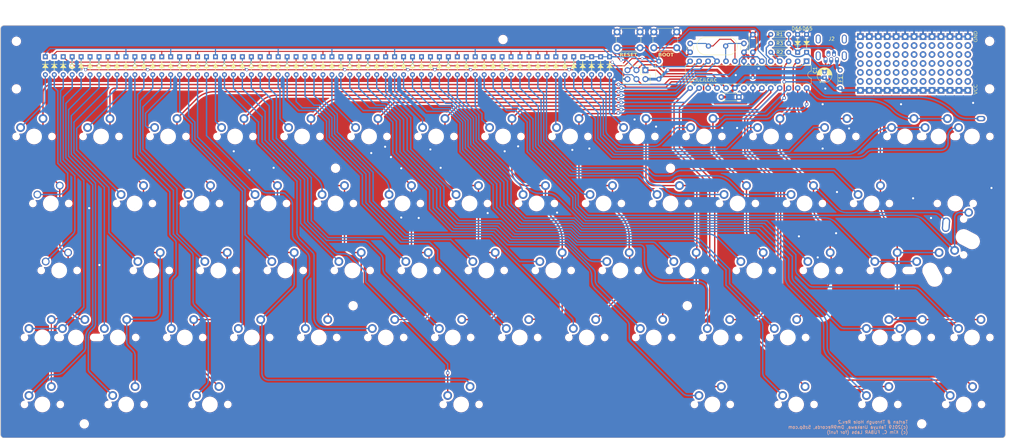
<source format=kicad_pcb>
(kicad_pcb (version 20231007) (generator pcbnew)
  (layers (0 "F.Cu" signal) (31 "B.Cu" signal) (34 "B.Paste" user) (35 "F.Paste" user) (36 "B.SilkS" user "B.Silkscreen") (37 "F.SilkS" user "F.Silkscreen") (38 "B.Mask" user) (39 "F.Mask" user) (44 "Edge.Cuts" user))
  (net 0 "")
  (net 1 "GND")
  (net 2 "/RESET")
  (net 3 "/USB_D+")
  (net 4 "/USB_D-")
  (net 5 "/COL3")
  (net 6 "/COL0")
  (net 7 "/COL1")
  (net 8 "/COL9")
  (net 9 "/COL2")
  (net 10 "/COL8")
  (net 11 "/COL7")
  (net 12 "/COL6")
  (net 13 "/COL10")
  (net 14 "/COL4")
  (net 15 "/COL11")
  (net 16 "/COL5")
  (net 17 "/COL12")
  (net 18 "/ROW4")
  (net 19 "/ROW2")
  (net 20 "/ROW1")
  (net 21 "/ROW3")
  (net 22 "/ROW0")
  (net 23 "+5V")
  (net 24 "Net-(U1-XTAL1{slash}PB6)")
  (net 25 "Net-(U1-XTAL2{slash}PB7)")
  (net 26 "Net-(D1-A)")
  (net 27 "Net-(D2-A)")
  (net 28 "Net-(D3-A)")
  (net 29 "Net-(D4-A)")
  (net 30 "Net-(D5-A)")
  (net 31 "Net-(D6-A)")
  (net 32 "Net-(D7-A)")
  (net 33 "Net-(D8-A)")
  (net 34 "Net-(D9-A)")
  (net 35 "Net-(D10-A)")
  (net 36 "Net-(D11-A)")
  (net 37 "Net-(D12-A)")
  (net 38 "Net-(D13-A)")
  (net 39 "Net-(D14-A)")
  (net 40 "Net-(D15-A)")
  (net 41 "Net-(D16-A)")
  (net 42 "Net-(D17-A)")
  (net 43 "Net-(D18-A)")
  (net 44 "Net-(D19-A)")
  (net 45 "Net-(D20-A)")
  (net 46 "Net-(D21-A)")
  (net 47 "Net-(D22-A)")
  (net 48 "Net-(D23-A)")
  (net 49 "Net-(D24-A)")
  (net 50 "Net-(D25-A)")
  (net 51 "Net-(D26-A)")
  (net 52 "Net-(D27-A)")
  (net 53 "Net-(D28-A)")
  (net 54 "Net-(D29-A)")
  (net 55 "Net-(D30-A)")
  (net 56 "Net-(D31-A)")
  (net 57 "Net-(D32-A)")
  (net 58 "Net-(D33-A)")
  (net 59 "Net-(D34-A)")
  (net 60 "Net-(D35-A)")
  (net 61 "Net-(D36-A)")
  (net 62 "Net-(D37-A)")
  (net 63 "Net-(D38-A)")
  (net 64 "Net-(D39-A)")
  (net 65 "Net-(D40-A)")
  (net 66 "Net-(D41-A)")
  (net 67 "Net-(D42-A)")
  (net 68 "Net-(D43-A)")
  (net 69 "Net-(D44-A)")
  (net 70 "Net-(D45-A)")
  (net 71 "Net-(D46-A)")
  (net 72 "Net-(D47-A)")
  (net 73 "Net-(D48-A)")
  (net 74 "Net-(D49-A)")
  (net 75 "Net-(D50-A)")
  (net 76 "Net-(D51-A)")
  (net 77 "Net-(D52-A)")
  (net 78 "Net-(D53-A)")
  (net 79 "Net-(D54-A)")
  (net 80 "Net-(D55-A)")
  (net 81 "Net-(D56-A)")
  (net 82 "Net-(D57-A)")
  (net 83 "Net-(D58-A)")
  (net 84 "Net-(D59-A)")
  (net 85 "Net-(D60-A)")
  (net 86 "Net-(D61-A)")
  (net 87 "Net-(D62-A)")
  (net 88 "Net-(D63-A)")
  (net 89 "Net-(D64-A)")
  (net 90 "Net-(D65-K)")
  (net 91 "Net-(D66-K)")
  (net 92 "Net-(J2-VBUS)")
  (footprint "Capacitor_THT:CP_Radial_D4.0mm_P1.50mm" (layer "F.Cu") (at 263.68 44.835 90)
    (property "Reference" "C1")
    (property "Value" "10u")
  )
  (footprint "Capacitor_THT:C_Disc_D4.3mm_W1.9mm_P5.00mm" (layer "F.Cu") (at 243.36 37.62 90)
    (property "Reference" "C2" hide)
    (property "Value" "100n")
  )
  (footprint "Capacitor_THT:C_Disc_D4.3mm_W1.9mm_P5.00mm" (layer "F.Cu") (at 234.398 50.324)
    (property "Reference" "C3" hide)
    (property "Value" "100n")
  )
  (footprint "Capacitor_THT:C_Disc_D3.0mm_W1.6mm_P2.50mm" (layer "F.Cu") (at 225.58 35.12 -90)
    (property "Reference" "C4" hide)
    (property "Value" "20p")
  )
  (footprint "Capacitor_THT:C_Disc_D3.0mm_W1.6mm_P2.50mm" (layer "F.Cu") (at 240.82 35.12 -90)
    (property "Reference" "C5" hide)
    (property "Value" "20p")
  )
  (footprint "tartan:D_DO-35_SOD27_P5.08mm_Horizontal" (layer "F.Cu") (at 42.7 41.43 -90)
    (property "Reference" "D1" hide)
    (property "Value" "1N4148")
  )
  (footprint "tartan:D_DO-35_SOD27_P5.08mm_Horizontal" (layer "F.Cu") (at 65.56 41.43 -90)
    (property "Reference" "D2" hide)
    (property "Value" "1N4148")
  )
  (footprint "tartan:D_DO-35_SOD27_P5.08mm_Horizontal" (layer "F.Cu") (at 78.26 41.43 -90)
    (property "Reference" "D3" hide)
    (property "Value" "1N4148")
  )
  (footprint "tartan:D_DO-35_SOD27_P5.08mm_Horizontal" (layer "F.Cu") (at 90.96 41.43 -90)
    (property "Reference" "D4" hide)
    (property "Value" "1N4148")
  )
  (footprint "tartan:D_DO-35_SOD27_P5.08mm_Horizontal" (layer "F.Cu") (at 108.74 41.43 -90)
    (property "Reference" "D5" hide)
    (property "Value" "1N4148")
  )
  (footprint "tartan:D_DO-35_SOD27_P5.08mm_Horizontal" (layer "F.Cu") (at 123.98 41.43 -90)
    (property "Reference" "D6" hide)
    (property "Value" "1N4148")
  )
  (footprint "tartan:D_DO-35_SOD27_P5.08mm_Horizontal" (layer "F.Cu") (at 141.76 41.43 -90)
    (property "Reference" "D7" hide)
    (property "Value" "1N4148")
  )
  (footprint "tartan:D_DO-35_SOD27_P5.08mm_Horizontal" (layer "F.Cu") (at 164.62 41.43 -90)
    (property "Reference" "D8" hide)
    (property "Value" "1N4148")
  )
  (footprint "tartan:D_DO-35_SOD27_P5.08mm_Horizontal" (layer "F.Cu") (at 187.48 41.43 -90)
    (property "Reference" "D9" hide)
    (property "Value" "1N4148")
  )
  (footprint "tartan:D_DO-35_SOD27_P5.08mm_Horizontal" (layer "F.Cu") (at 202.72 41.43 -90)
    (property "Reference" "D10" hide)
    (property "Value" "1N4148")
  )
  (footprint "tartan:D_DO-35_SOD27_P5.08mm_Horizontal" (layer "F.Cu") (at 200.18 41.43 -90)
    (property "Reference" "D11" hide)
    (property "Value" "1N4148")
  )
  (footprint "tartan:D_DO-35_SOD27_P5.08mm_Horizontal" (layer "F.Cu") (at 197.64 41.43 -90)
    (property "Reference" "D12" hide)
    (property "Value" "1N4148")
  )
  (footprint "tartan:D_DO-35_SOD27_P5.08mm_Horizontal" (layer "F.Cu") (at 195.1 41.43 -90)
    (property "Reference" "D13" hide)
    (property "Value" "1N4148")
  )
  (footprint "tartan:D_DO-35_SOD27_P5.08mm_Horizontal" (layer "F.Cu") (at 70.64 41.43 -90)
    (property "Reference" "D59" hide)
    (property "Value" "1N4148")
  )
  (footprint "tartan:D_DO-35_SOD27_P5.08mm_Horizontal" (layer "F.Cu") (at 98.58 41.43 -90)
    (property "Reference" "D60" hide)
    (property "Value" "1N4148")
  )
  (footprint "tartan:D_DO-35_SOD27_P5.08mm_Horizontal" (layer "F.Cu") (at 192.56 41.43 -90)
    (property "Reference" "D14" hide)
    (property "Value" "1N4148")
  )
  (footprint "tartan:D_DO-35_SOD27_P5.08mm_Horizontal" (layer "F.Cu") (at 190.02 41.43 -90)
    (property "Reference" "D15" hide)
    (property "Value" "1N4148")
  )
  (footprint "tartan:D_DO-35_SOD27_P5.08mm_Horizontal" (layer "F.Cu") (at 151.92 41.43 -90)
    (property "Reference" "D63" hide)
    (property "Value" "1N4148")
  )
  (footprint "tartan:D_DO-35_SOD27_P5.08mm_Horizontal" (layer "F.Cu") (at 144.3 41.43 -90)
    (property "Reference" "D62" hide)
    (property "Value" "1N4148")
  )
  (footprint "tartan:D_DO-35_SOD27_P5.08mm_Horizontal" (layer "F.Cu") (at 45.24 41.43 -90)
    (property "Reference" "D16" hide)
    (property "Value" "1N4148")
  )
  (footprint "tartan:D_DO-35_SOD27_P5.08mm_Horizontal" (layer "F.Cu") (at 63.02 41.43 -90)
    (property "Reference" "D17" hide)
    (property "Value" "1N4148")
  )
  (footprint "tartan:D_DO-35_SOD27_P5.08mm_Horizontal" (layer "F.Cu") (at 75.72 41.43 -90)
    (property "Reference" "D18" hide)
    (property "Value" "1N4148")
  )
  (footprint "tartan:D_DO-35_SOD27_P5.08mm_Horizontal" (layer "F.Cu") (at 85.88 41.43 -90)
    (property "Reference" "D19" hide)
    (property "Value" "1N4148")
  )
  (footprint "tartan:D_DO-35_SOD27_P5.08mm_Horizontal" (layer "F.Cu") (at 106.2 41.43 -90)
    (property "Reference" "D20" hide)
    (property "Value" "1N4148")
  )
  (footprint "tartan:D_DO-35_SOD27_P5.08mm_Horizontal" (layer "F.Cu") (at 121.44 41.43 -90)
    (property "Reference" "D21" hide)
    (property "Value" "1N4148")
  )
  (footprint "tartan:D_DO-35_SOD27_P5.08mm_Horizontal" (layer "F.Cu") (at 139.22 41.43 -90)
    (property "Reference" "D22" hide)
    (property "Value" "1N4148")
  )
  (footprint "tartan:D_DO-35_SOD27_P5.08mm_Horizontal" (layer "F.Cu") (at 159.54 41.43 -90)
    (property "Reference" "D23" hide)
    (property "Value" "1N4148")
  )
  (footprint "tartan:D_DO-35_SOD27_P5.08mm_Horizontal" (layer "F.Cu") (at 174.78 41.43 -90)
    (property "Reference" "D24" hide)
    (property "Value" "1N4148")
  )
  (footprint "tartan:D_DO-35_SOD27_P5.08mm_Horizontal" (layer "F.Cu") (at 177.32 41.43 -90)
    (property "Reference" "D25" hide)
    (property "Value" "1N4148")
  )
  (footprint "tartan:D_DO-35_SOD27_P5.08mm_Horizontal" (layer "F.Cu") (at 179.86 41.43 -90)
    (property "Reference" "D26" hide)
    (property "Value" "1N4148")
  )
  (footprint "tartan:D_DO-35_SOD27_P5.08mm_Horizontal" (layer "F.Cu") (at 182.4 41.43 -90)
    (property "Reference" "D27" hide)
    (property "Value" "1N4148")
  )
  (footprint "tartan:D_DO-35_SOD27_P5.08mm_Horizontal" (layer "F.Cu") (at 184.94 41.43 -90)
    (property "Reference" "D28" hide)
    (property "Value" "1N4148")
  )
  (footprint "tartan:D_DO-35_SOD27_P5.08mm_Horizontal" (layer "F.Cu") (at 172.24 41.43 -90)
    (property "Reference" "D29" hide)
    (property "Value" "1N4148")
  )
  (footprint "tartan:D_DO-35_SOD27_P5.08mm_Horizontal" (layer "F.Cu") (at 47.78 41.43 -90)
    (property "Reference" "D30" hide)
    (property "Value" "1N4148")
  )
  (footprint "tartan:D_DO-35_SOD27_P5.08mm_Horizontal" (layer "F.Cu") (at 60.48 41.43 -90)
    (property "Reference" "D31" hide)
    (property "Value" "1N4148")
  )
  (footprint "tartan:D_DO-35_SOD27_P5.08mm_Horizontal" (layer "F.Cu") (at 73.18 41.43 -90)
    (property "Reference" "D32" hide)
    (property "Value" "1N4148")
  )
  (footprint "tartan:D_DO-35_SOD27_P5.08mm_Horizontal" (layer "F.Cu") (at 83.34 41.43 -90)
    (property "Reference" "D33" hide)
    (property "Value" "1N4148")
  )
  (footprint "tartan:D_DO-35_SOD27_P5.08mm_Horizontal" (layer "F.Cu") (at 96.04 41.43 -90)
    (property "Reference" "D34" hide)
    (property "Value" "1N4148")
  )
  (footprint "tartan:D_DO-35_SOD27_P5.08mm_Horizontal" (layer "F.Cu") (at 103.66 41.43 -90)
    (property "Reference" "D35" hide)
    (property "Value" "1N4148")
  )
  (footprint "tartan:D_DO-35_SOD27_P5.08mm_Horizontal" (layer "F.Cu") (at 113.82 41.43 -90)
    (property "Reference" "D36" hide)
    (property "Value" "1N4148")
  )
  (footprint "tartan:D_DO-35_SOD27_P5.08mm_Horizontal" (layer "F.Cu") (at 118.9 41.43 -90)
    (property "Reference" "D37" hide)
    (property "Value" "1N4148")
  )
  (footprint "tartan:D_DO-35_SOD27_P5.08mm_Horizontal" (layer "F.Cu") (at 131.6 41.43 -90)
    (property "Reference" "D38" hide)
    (property "Value" "1N4148")
  )
  (footprint "tartan:D_DO-35_SOD27_P5.08mm_Horizontal" (layer "F.Cu") (at 136.68 41.43 -90)
    (property "Reference" "D39" hide)
    (property "Value" "1N4148")
  )
  (footprint "tartan:D_DO-35_SOD27_P5.08mm_Horizontal" (layer "F.Cu") (at 149.38 41.43 -90)
    (property "Reference" "D40" hide)
    (property "Value" "1N4148")
  )
  (footprint "tartan:D_DO-35_SOD27_P5.08mm_Horizontal" (layer "F.Cu") (at 167.16 41.43 -90)
    (property "Reference" "D41" hide)
    (property "Value" "1N4148")
  )
  (footprint "tartan:D_DO-35_SOD27_P5.08mm_Horizontal" (layer "F.Cu") (at 169.7 41.43 -90)
    (property "Reference" "D42" hide)
    (property "Value" "1N4148")
  )
  (footprint "tartan:D_DO-35_SOD27_P5.08mm_Horizontal" (layer "F.Cu") (at 52.86 41.43 -90)
    (property "Reference" "D57" hide)
    (property "Value" "1N4148")
  )
  (footprint "tartan:D_DO-35_SOD27_P5.08mm_Horizontal" (layer "F.Cu") (at 55.4 41.43 -90)
    (property "Reference" "D58" hide)
    (property "Value" "1N4148")
  )
  (footprint "tartan:polyfuse_5.1mm" (layer "F.Cu") (at 268.125 45.25 -90)
    (property "Reference" "F1")
    (property "Value" "100mA")
  )
  (footprint "MountingHole:MountingHole_2.2mm_M2" (layer "F.Cu") (at 34.5 34.5)
    (property "Reference" "H1" hide)
    (property "Value" "M2")
  )
  (footprint "MountingHole:MountingHole_2.2mm_M2" (layer "F.Cu") (at 34.5 48)
    (property "Reference" "H2" hide)
    (property "Value" "M2")
  )
  (footprint "MountingHole:MountingHole_2.2mm_M2" (layer "F.Cu") (at 310.5 34.5)
    (property "Reference" "H3" hide)
    (property "Value" "M2")
  )
  (footprint "MountingHole:MountingHole_2.2mm_M2" (layer "F.Cu") (at 310.5 48)
    (property "Reference" "H4" hide)
    (property "Value" "M2")
  )
  (footprint "MountingHole:MountingHole_2.2mm_M2" (layer "F.Cu") (at 53.75 143)
    (property "Reference" "H5" hide)
    (property "Value" "M2")
  )
  (footprint "MountingHole:MountingHole_2.2mm_M2" (layer "F.Cu") (at 130 109.5)
    (property "Reference" "H6" hide)
    (property "Value" "M2")
  )
  (footprint "MountingHole:MountingHole_2.2mm_M2" (layer "F.Cu") (at 125 70.5)
    (property "Reference" "H7" hide)
    (property "Value" "M2")
  )
  (footprint "MountingHole:MountingHole_2.2mm_M2" (layer "F.Cu") (at 291.25 143)
    (property "Reference" "H8" hide)
    (property "Value" "M2")
  )
  (footprint "MountingHole:MountingHole_2.2mm_M2" (layer "F.Cu") (at 220 70.5)
    (property "Reference" "H9" hide)
    (property "Value" "M2")
  )
  (footprint "Resistor_THT:R_Axial_DIN0204_L3.6mm_D1.6mm_P5.08mm_Horizontal" (layer "F.Cu") (at 216.69 45.24 90)
    (property "Reference" "R4" hide)
    (property "Value" "10k")
  )
  (footprint "Resistor_THT:R_Axial_DIN0204_L3.6mm_D1.6mm_P5.08mm_Horizontal" (layer "F.Cu") (at 253.52 32.54 180)
    (property "Reference" "R1")
    (property "Value" "1.5k")
  )
  (footprint "Resistor_THT:R_Axial_DIN0204_L3.6mm_D1.6mm_P5.08mm_Horizontal" (layer "F.Cu") (at 248.44 37.62)
    (property "Reference" "R2")
    (property "Value" "75R")
  )
  (footprint "Resistor_THT:R_Axial_DIN0204_L3.6mm_D1.6mm_P5.08mm_Horizontal" (layer "F.Cu") (at 248.44 35.08)
    (property "Reference" "R3")
    (property "Value" "75R")
  )
  (footprint "Package_DIP:DIP-28_W7.62mm" (layer "F.Cu") (at 258.6 40.16 -90)
    (property "Reference" "U1" hide)
    (property "Value" "ATMEGA328-PU")
  )
  (footprint "Crystal:Crystal_HC49-4H_Vertical" (layer "F.Cu") (at 230.762 35.846)
    (property "Reference" "Y1" hide)
    (property "Value" "16MHz")
  )
  (footprint "SMKJP:SW_Cherry_MX1A_1.00u_PCB" (layer "F.Cu") (at 39.5 61.5)
    (property "Reference" "SW1" hide)
    (property "Value" "SW_Push" hide)
  )
  (footprint "SMKJP:SW_Cherry_MX1A_1.00u_PCB" (layer "F.Cu") (at 58.5 61.5)
    (property "Reference" "SW2" hide)
    (property "Value" "SW_Push" hide)
  )
  (footprint "SMKJP:SW_Cherry_MX1A_1.00u_PCB" (layer "F.Cu") (at 77.5 61.5)
    (property "Reference" "SW3" hide)
    (property "Value" "SW_Push" hide)
  )
  (footprint "SMKJP:SW_Cherry_MX1A_1.00u_PCB" (layer "F.Cu") (at 96.5 61.5)
    (property "Reference" "SW4" hide)
    (property "Value" "SW_Push" hide)
  )
  (footprint "SMKJP:SW_Cherry_MX1A_1.00u_PCB" (layer "F.Cu") (at 115.5 61.5)
    (property "Reference" "SW5" hide)
    (property "Value" "SW_Push" hide)
  )
  (footprint "SMKJP:SW_Cherry_MX1A_1.00u_PCB" (layer "F.Cu") (at 134.5 61.5)
    (property "Reference" "SW6" hide)
    (property "Value" "SW_Push" hide)
  )
  (footprint "SMKJP:SW_Cherry_MX1A_1.00u_PCB" (layer "F.Cu") (at 153.5 61.5)
    (property "Reference" "SW7" hide)
    (property "Value" "SW_Push" hide)
  )
  (footprint "SMKJP:SW_Cherry_MX1A_1.00u_PCB" (layer "F.Cu") (at 172.5 61.5)
    (property "Reference" "SW8" hide)
    (property "Value" "SW_Push" hide)
  )
  (footprint "SMKJP:SW_Cherry_MX1A_1.00u_PCB" (layer "F.Cu") (at 191.5 61.5)
    (property "Reference" "SW9" hide)
    (property "Value" "SW_Push" hide)
  )
  (footprint "SMKJP:SW_Cherry_MX1A_1.00u_PCB" (layer "F.Cu") (at 210.5 61.5)
    (property "Reference" "SW10" hide)
    (property "Value" "SW_Push" hide)
  )
  (footprint "SMKJP:SW_Cherry_MX1A_1.00u_PCB" (layer "F.Cu") (at 229.5 61.5)
    (property "Reference" "SW11" hide)
    (property "Value" "SW_Push" hide)
  )
  (footprint "SMKJP:SW_Cherry_MX1A_1.00u_PCB" (layer "F.Cu") (at 248.5 61.5)
    (property "Reference" "SW12" hide)
    (property "Value" "SW_Push" hide)
  )
  (footprint "SMKJP:SW_Cherry_MX1A_1.00u_PCB" (layer "F.Cu") (at 267.5 61.5)
    (property "Reference" "SW13" hide)
    (property "Value" "SW_Push" hide)
  )
  (footprint "SMKJP:SW_Cherry_MX1A_1.00u_PCB" (layer "F.Cu") (at 305.5 61.5)
    (property "Reference" "SW15" hide)
    (property "Value" "SW_Push" hide)
  )
  (footprint "SMKJP:SW_Cherry_MX1A_1.00u_PCB" (layer "F.Cu") (at 68 80.5)
    (property "Reference" "SW17" hide)
    (property "Value" "SW_Push" hide)
  )
  (footprint "SMKJP:SW_Cherry_MX1A_1.00u_PCB" (layer "F.Cu") (at 87 80.5)
    (property "Reference" "SW18" hide)
    (property "Value" "SW_Push" hide)
  )
  (footprint "SMKJP:SW_Cherry_MX1A_1.00u_PCB" (layer "F.Cu") (at 106 80.5)
    (property "Reference" "SW19" hide)
    (property "Value" "SW_Push" hide)
  )
  (footprint "SMKJP:SW_Cherry_MX1A_1.00u_PCB" (layer "F.Cu") (at 125 80.5)
    (property "Reference" "SW20" hide)
    (property "Value" "SW_Push" hide)
  )
  (footprint "SMKJP:SW_Cherry_MX1A_1.00u_PCB" (layer "F.Cu") (at 144 80.5)
    (property "Reference" "SW21" hide)
    (property "Value" "SW_Push" hide)
  )
  (footprint "SMKJP:SW_Cherry_MX1A_1.00u_PCB" (layer "F.Cu") (at 163 80.5)
    (property "Reference" "SW22" hide)
    (property "Value" "SW_Push" hide)
  )
  (footprint "SMKJP:SW_Cherry_MX1A_1.00u_PCB" (layer "F.Cu") (at 182 80.5)
    (property "Reference" "SW23" hide)
    (property "Value" "SW_Push" hide)
  )
  (footprint "SMKJP:SW_Cherry_MX1A_1.00u_PCB" (layer "F.Cu") (at 201 80.5)
    (property "Reference" "SW24" hide)
    (property "Value" "SW_Push" hide)
  )
  (footprint "SMKJP:SW_Cherry_MX1A_1.00u_PCB" (layer "F.Cu") (at 277 80.5)
    (property "Reference" "SW28" hide)
    (property "Value" "SW_Push" hide)
  )
  (footprint "SMKJP:SW_Cherry_MX1A_1.50u_PCB" (layer "F.Cu") (at 300.75 80.5 180)
    (property "Reference" "SW29" hide)
    (property "Value" "SW_Push" hide)
  )
  (footprint "SMKJP:SW_Cherry_MX1A_1.75u_PCB" (layer "F.Cu") (at 46.625 99.5)
    (property "Reference" "SW30" hide)
    (property "Value" "SW_Push" hide)
  )
  (footprint "SMKJP:SW_Cherry_MX1A_1.00u_PCB" (layer "F.Cu") (at 72.75 99.5)
    (property "Reference" "SW31" hide)
    (property "Value" "SW_Push" hide)
  )
  (footprint "SMKJP:SW_Cherry_MX1A_1.00u_PCB" (layer "F.Cu") (at 91.75 99.5)
    (property "Reference" "SW32" hide)
    (property "Value" "SW_Push" hide)
  )
  (footprint "SMKJP:SW_Cherry_MX1A_1.00u_PCB" (layer "F.Cu") (at 110.75 99.5)
    (property "Reference" "SW33" hide)
    (property "Value" "SW_Push" hide)
  )
  (footprint "SMKJP:SW_Cherry_MX1A_1.00u_PCB" (layer "F.Cu") (at 129.75 99.5)
    (property "Reference" "SW34" hide)
    (property "Value" "SW_Push" hide)
  )
  (footprint "SMKJP:SW_Cherry_MX1A_1.00u_PCB" (layer "F.Cu") (at 148.75 99.5)
    (property "Reference" "SW35" hide)
    (property "Value" "SW_Push" hide)
  )
  (footprint "SMKJP:SW_Cherry_MX1A_1.00u_PCB" (layer "F.Cu") (at 167.75 99.5)
    (property "Reference" "SW36" hide)
    (property "Value" "SW_Push" hide)
  )
  (footprint "SMKJP:SW_Cherry_MX1A_1.00u_PCB" (layer "F.Cu") (at 293.625 99.5)
    (property "Reference" "SW42" hide)
    (property "Value" "SW_Push" hide)
  )
  (footprint "SMKJP:SW_Cherry_MX1A_1.25u_PCB" (layer "F.Cu") (at 41.875 137.5)
    (property "Reference" "SW57" hide)
    (property "Value" "SW_Push" hide)
  )
  (footprint "SMKJP:SW_Cherry_MX1A_1.25u_PCB" (layer "F.Cu") (at 65.625 137.5)
    (property "Reference" "SW58" hide)
    (property "Value" "SW_Push" hide)
  )
  (footprint "SMKJP:SW_Cherry_MX1A_1.25u_PCB" (layer "F.Cu") (at 89.375 137.5)
    (property "Reference" "SW59" hide)
    (property "Value" "SW_Push" hide)
  )
  (footprint "SMKJP:SW_Cherry_MX1A_1.00u_PCB" (layer "F.Cu") (at 160.625 137.5)
    (property "Reference" "SW60" hide)
    (property "Value" "SW_Push" hide)
  )
  (footprint "tartan:D_DO-35_SOD27_P5.08mm_Horizontal" (layer "F.Cu") (at 126.52 41.43 -90)
    (property "Reference" "D61" hide)
    (property "Value" "1N4148")
  )
  (footprint "MountingHole:MountingHole_2.2mm_M2" (layer "F.Cu") (at 224.75 109.5)
    (property "Reference" "H10" hide)
    (property "Value" "M2")
  )
  (footprint "tartan:USB_MINIB_Akizuki_MUSB-5BF01AS" (layer "F.Cu") (at 265.585 39.525 180)
    (property "Reference" "J2")
    (property "Value" "USB_OTG")
  )
  (footprint "Connector_PinHeader_2.54mm:PinHeader_2x03_P2.54mm_Vertical" (layer "F.Cu") (at 212.88 42.7 -90)
    (property "Reference" "J1" hide)
    (property "Value" "AVR_ISP_6")
  )
  (footprint "SMKJP:SW_Cherry_MX1A_1.00u_PCB" (layer "F.Cu") (at 286.5 61.5)
    (property "Reference" "SW14" hide)
    (property "Value" "SW_Push" hide)
  )
  (footprint "SMKJP:SW_Cherry_MX1A_1.50u_PCB" (layer "F.Cu") (at 44.25 80.5)
    (property "Reference" "SW16" hide)
    (property "Value" "SW_Push" hide)
  )
  (footprint "SMKJP:SW_Cherry_MX1A_1.00u_PCB" (layer "F.Cu") (at 220 80.5)
    (property "Reference" "SW25" hide)
    (property "Value" "SW_Push" hide)
  )
  (footprint "SMKJP:SW_Cherry_MX1A_1.00u_PCB" (layer "F.Cu") (at 239 80.5)
    (property "Reference" "SW26" hide)
    (property "Value" "SW_Push" hide)
  )
  (footprint "SMKJP:SW_Cherry_MX1A_1.00u_PCB" (layer "F.Cu") (at 258 80.5)
    (property "Reference" "SW27" hide)
    (property "Value" "SW_Push" hide)
  )
  (footprint "SMKJP:SW_Cherry_MX1A_1.00u_PCB" (layer "F.Cu") (at 186.75 99.5)
    (property "Reference" "SW37" hide)
    (property "Value" "SW_Push" hide)
  )
  (footprint "SMKJP:SW_Cherry_MX1A_1.00u_PCB" (layer "F.Cu") (at 205.75 99.5)
    (property "Reference" "SW38" hide)
    (property "Value" "SW_Push" hide)
  )
  (footprint "SMKJP:SW_Cherry_MX1A_1.00u_PCB" (layer "F.Cu") (at 224.75 99.5)
    (property "Reference" "SW39" hide)
    (property "Value" "SW_Push" hide)
  )
  (footprint "SMKJP:SW_Cherry_MX1A_1.00u_PCB" (layer "F.Cu") (at 243.75 99.5)
    (property "Reference" "SW40" hide)
    (property "Value" "SW_Push" hide)
  )
  (footprint "SMKJP:SW_Cherry_MX1A_1.00u_PCB" (layer "F.Cu") (at 262.75 99.5)
    (property "Reference" "SW41" hide)
    (property "Value" "SW_Push" hide)
  )
  (footprint "SMKJP:SW_Cherry_MX1A_1.25u_PCB" (layer "F.Cu") (at 231.875 137.5)
    (property "Reference" "SW61" hide)
    (property "Value" "SW_Push" hide)
  )
  (footprint "tartan:D_DO-35_SOD27_P5.08mm_Horizontal" (layer "F.Cu") (at 50.32 41.43 -90)
    (property "Reference" "D43" hide)
    (property "Value" "1N4148")
  )
  (footprint "tartan:D_DO-35_SOD27_P5.08mm_Horizontal" (layer "F.Cu") (at 57.94 41.43 -90)
    (property "Reference" "D44" hide)
    (property "Value" "1N4148")
  )
  (footprint "tartan:D_DO-35_SOD27_P5.08mm_Horizontal" (layer "F.Cu") (at 68.1 41.43 -90)
    (property "Reference" "D45" hide)
    (property "Value" "1N4148")
  )
  (footprint "tartan:D_DO-35_SOD27_P5.08mm_Horizontal" (layer "F.Cu") (at 80.8 41.43 -90)
    (property "Reference" "D46" hide)
    (property "Value" "1N4148")
  )
  (footprint "tartan:D_DO-35_SOD27_P5.08mm_Horizontal" (layer "F.Cu") (at 88.42 41.43 -90)
    (property "Reference" "D47" hide)
    (property "Value" "1N4148")
  )
  (footprint "tartan:D_DO-35_SOD27_P5.08mm_Horizontal" (layer "F.Cu") (at 93.5 41.43 -90)
    (property "Reference" "D48" hide)
    (property "Value" "1N4148")
  )
  (footprint "tartan:D_DO-35_SOD27_P5.08mm_Horizontal" (layer "F.Cu") (at 101.12 41.43 -90)
    (property "Reference" "D49" hide)
    (property "Value" "1N4148")
  )
  (footprint "tartan:D_DO-35_SOD27_P5.08mm_Horizontal" (layer "F.Cu") (at 111.28 41.43 -90)
    (property "Reference" "D50" hide)
    (property "Value" "1N4148")
  )
  (footprint "tartan:D_DO-35_SOD27_P5.08mm_Horizontal" (layer "F.Cu") (at 116.36 41.43 -90)
    (property "Reference" "D51" hide)
    (property "Value" "1N4148")
  )
  (footprint "tartan:D_DO-35_SOD27_P5.08mm_Horizontal" (layer "F.Cu") (at 129.06 41.43 -90)
    (property "Reference" "D52" hide)
    (property "Value" "1N4148")
  )
  (footprint "tartan:D_DO-35_SOD27_P5.08mm_Horizontal" (layer "F.Cu") (at 134.14 41.43 -90)
    (property "Reference" "D53" hide)
    (property "Value" "1N4148")
  )
  (footprint "tartan:D_DO-35_SOD27_P5.08mm_Horizontal" (layer "F.Cu") (at 146.84 41.43 -90)
    (property "Reference" "D54" hide)
    (property "Value" "1N4148")
  )
  (footprint "tartan:D_DO-35_SOD27_P5.08mm_Horizontal" (layer "F.Cu") (at 157 41.43 -90)
    (property "Reference" "D55" hide)
    (property "Value" "1N4148")
  )
  (footprint "SMKJP:SW_Cherry_MX1A_1.00u_PCB" (layer "F.Cu") (at 41.875 118.5)
    (property "Reference" "SW43" hide)
    (property "Value" "SW_Push" hide)
  )
  (footprint "SMKJP:SW_Cherry_MX1A_1.00u_PCB" (layer "F.Cu") (at 63.25 118.5)
    (property "Reference" "SW44" hide)
    (property "Value" "SW_Push" hide)
  )
  (footprint "SMKJP:SW_Cherry_MX1A_1.00u_PCB" (layer "F.Cu") (at 82.25 118.5)
    (property "Reference" "SW45" hide)
    (property "Value" "SW_Push" hide)
  )
  (footprint "SMKJP:SW_Cherry_MX1A_1.00u_PCB" (layer "F.Cu") (at 101.25 118.5)
    (property "Reference" "SW46" hide)
    (property "Value" "SW_Push" hide)
  )
  (footprint "SMKJP:SW_Cherry_MX1A_1.00u_PCB" (layer "F.Cu") (at 120.25 118.5)
    (property "Reference" "SW47" hide)
    (property "Value" "SW_Push" hide)
  )
  (footprint "SMKJP:SW_Cherry_MX1A_1.00u_PCB" (layer "F.Cu") (at 139.25 118.5)
    (property "Reference" "SW48" hide)
    (property "Value" "SW_Push" hide)
  )
  (footprint "SMKJP:SW_Cherry_MX1A_1.00u_PCB" (layer "F.Cu") (at 158.25 118.5)
    (property "Reference" "SW49" hide)
    (property "Value" "SW_Push" hide)
  )
  (footprint "SMKJP:SW_Cherry_MX1A_1.00u_PCB" (layer "F.Cu") (at 177.25 118.5)
    (property "Reference" "SW50" hide)
    (property "Value" "SW_Push" hide)
  )
  (footprint "SMKJP:SW_Cherry_MX1A_1.00u_PCB" (layer "F.Cu") (at 196.25 118.5)
    (property "Reference" "SW51" hide)
    (property "Value" "SW_Push" hide)
  )
  (footprint "SMKJP:SW_Cherry_MX1A_1.00u_PCB" (layer "F.Cu") (at 215.25 118.5)
    (property "Reference" "SW52" hide)
    (property "Value" "SW_Push" hide)
  )
  (footprint "SMKJP:SW_Cherry_MX1A_1.00u_PCB" (layer "F.Cu") (at 234.25 118.5)
    (property "Reference" "SW53" hide)
    (property "Value" "SW_Push" hide)
  )
  (footprint "SMKJP:SW_Cherry_MX1A_1.00u_PCB" (layer "F.Cu") (at 253.25 118.5)
    (property "Reference" "SW54" hide)
    (property "Value" "SW_Push" hide)
  )
  (footprint "SMKJP:SW_Cherry_MX1A_1.75u_PCB" (layer "F.Cu") (at 279.375 118.5)
    (property "Reference" "SW55" hide)
    (property "Value" "SW_Push" hide)
  )
  (footprint "tartan:D_DO-35_SOD27_P5.08mm_Horizontal" (layer "F.Cu") (at 256.06 35.08 90)
    (property "Reference" "D66")
    (property "Value" "3.6V")
  )
  (footprint "tartan:D_DO-35_SOD27_P5.08mm_Horizontal" (layer "F.Cu") (at 258.6 35.08 90)
    (property "Reference" "D65")
    (property "Value" "3.6V")
  )
  (footprint "Button_Switch_THT:SW_PUSH_6mm" (layer "F.Cu") (at 221.77 36.35 180)
    (property "Reference" "SW71" hide)
    (property "Value" "BOOT")
  )
  (footprint "SMKJP:SW_Cherry_MX1A_1.25u_PCB" (layer "F.Cu") (at 255.625 137.5)
    (property "Reference" "SW62" hide)
    (property "Value" "SW_Push" hide)
  )
  (footprint "SMKJP:SW_Cherry_MX1A_1.25u_PCB" (layer "F.Cu") (at 279.375 137.5)
    (property "Reference" "SW63" hide)
    (property "Value" "SW_Push" hide)
  )
  (footprint "Button_Switch_THT:SW_PUSH_6mm" (layer "F.Cu") (at 211.356 36.35 180)
    (property "Reference" "SW70" hide)
    (property "Value" "RESET")
  )
  (footprint "tartan:D_DO-35_SOD27_P5.08mm_Horizontal" (layer "F.Cu") (at 154.46 41.43 -90)
    (property "Reference" "D64" hide)
    (property "Value" "1N4148")
  )
  (footprint "tartan:D_DO-35_SOD27_P5.08mm_Horizontal" (layer "F.Cu") (at 162.08 41.43 -90)
    (property "Reference" "D56" hide)
    (property "Value" "1N4148")
  )
  (footprint "SMKJP:SW_Cherry_MX1A_1.25u_PCB" (layer "F.Cu") (at 303.125 137.5)
    (property "Reference" "SW64" hide)
    (property "Value" "SW_Push" hide)
  )
  (footprint "SMKJP:SW_Cherry_MX1A_1.00u_PCB" (layer "F.Cu") (at 296 61.5)
    (property "Reference" "SW65" hide)
    (property "Value" "SW_Push" hide)
  )
  (footprint "tartan:Tartan_SW_Cherry_MX1A_1.50u_PCB" (layer "F.Cu") (at 303.125 90 90)
    (property "Reference" "SW66" hide)
    (property "Value" "SW_Push" hide)
  )
  (footprint "SMKJP:SW_Cherry_MX1A_1.00u_PCB" (layer "F.Cu") (at 281.75 99.5)
    (property "Reference" "SW67" hide)
    (property "Value" "SW_Push" hide)
  )
  (footprint "SMKJP:SW_Cherry_MX1A_1.00u_PCB" (layer "F.Cu") (at 305.5 118.5)
    (property "Reference" "SW56" hide)
    (property "Value" "SW_Push" hide)
  )
  (footprint "SMKJP:SW_Cherry_MX1A_1.00u_PCB" (layer "F.Cu") (at 51.375 118.5)
    (property "Reference" "SW68" hide)
    (property "Value" "SW_Push" hide)
  )
  (footprint "SMKJP:SW_Cherry_MX1A_1.00u_PCB" (layer "F.Cu") (at 288.875 118.5)
    (property "Reference" "SW69" hide)
    (property "Value" "SW_Push" hide)
  )
  (footprint "MountingHole:MountingHole_2.2mm_M2" (layer "F.Cu") (at 172.5 34)
    (property "Reference" "H11" hide)
    (property "Value" "M2")
  )
  (footprint "tartan:universal_area" (layer "F.Cu") (at 273.84 48.415)
    (property "Reference" "TH1" hide)
    (property "Value" "universal area")
  )
  (footprint "tartan:bottom1_mask" (layer "B.Cu") (at 182.055004 100.229669 180)
    (property "Reference" "J3" hide)
    (property "Value" "Conn_01x01_Pin" hide)
  )
  (gr_line (start 314 147) (end 31 147) (stroke (width 0.15)) (layer "Edge.Cuts"))
  (gr_arc (start 31 147) (mid 30.292893 146.707107) (end 30 146) (stroke (width 0.15)) (layer "Edge.Cuts"))
  (gr_arc (start 315 146) (mid 314.707107 146.707107) (end 314 147) (stroke (width 0.15)) (layer "Edge.Cuts"))
  (gr_arc (start 30 31) (mid 30.292893 30.292893) (end 31 30) (stroke (width 0.15)) (layer "Edge.Cuts"))
  (gr_line (start 30 146) (end 30 31) (stroke (width 0.15)) (layer "Edge.Cuts"))
  (gr_line (start 314 30) (end 31 30) (stroke (width 0.15)) (layer "Edge.Cuts"))
  (gr_line (start 315 31) (end 315 146) (stroke (width 0.15)) (layer "Edge.Cuts"))
  (gr_arc (start 314 30) (mid 314.707107 30.292893) (end 315 31) (stroke (width 0.15)) (layer "Edge.Cuts"))
  (gr_text "Tartan # Through Hole Rev.2\n(c)2019 Takuya Urakawa, Dm9Records, 5z6p.com\n(c) Kim C, FUBAR Labs (for fun!)" (at 287.404 143.923 0) (layer "B.SilkS") (effects (font (size 0.9 0.9)) (justify left mirror)))
  (gr_text "VCC" (at 306.581 48.165 90) (layer "F.SilkS") (effects (font (size 1 1))))
  (gr_text "JLCJLCJLCJLC" (at 229 45.5 0) (layer "F.SilkS") (effects (font (size 0.8 0.8))))
  (gr_text "BOOT" (at 218.722 38.382 0) (layer "F.SilkS") (effects (font (size 1 1) (thickness 0.2) bold)))
  (gr_text "GND" (at 306.581 33.175 90) (layer "F.SilkS") (effects (font (size 1 1))))
  (gr_text "RESET" (at 208.054 38.382 0) (layer "F.SilkS") (effects (font (size 1 1) (thickness 0.2) bold)))
  (segment (start 240.82 37.62) (end 240.82 40.16) (width 0.8) (layer "F.Cu") (net 1))
  (segment (start 263.985 39.525) (end 263.25 38.79) (width 0.4) (layer "F.Cu") (net 1))
  (segment (start 263.985 38.985) (end 263.5 38.5) (width 0.4) (layer "F.Cu") (net 1))
  (segment (start 263.25 38.79) (end 263.25 37.5) (width 0.4) (layer "F.Cu") (net 1))
  (segment (start 263.985 39.525) (end 263.985 38.985) (width 0.4) (layer "F.Cu") (net 1))
  (segment (start 263.5 38.5) (end 263.5 37.5) (width 0.4) (layer "F.Cu") (net 1))
  (via (at 135.131 66.199) (size 1) (drill 0.6) (layers "F.Cu" "B.Cu") (net 1))
  (via (at 293.881 84.614) (size 1) (drill 0.6) (layers "F.Cu" "B.Cu") (net 1))
  (via (at 148.593 84.614) (size 1) (drill 0.6) (layers "F.Cu" "B.Cu") (net 1))
  (via (at 143.64 70.517) (size 1) (drill 0.6) (layers "F.Cu" "B.Cu") (net 1))
  (via (at 238.509 44.101) (size 1) (drill 0.6) (layers "F.Cu" "B.Cu") (net 1))
  (via (at 172.977 65.691) (size 1) (drill 0.6) (layers "F.Cu" "B.Cu") (net 1))
  (via (at 285.372 52.356) (size 1) (drill 0.6) (layers "F.Cu" "B.Cu") (net 1))
  (via (at 187.836 83.09) (size 1) (drill 0.6) (layers "F.Cu" "B.Cu") (net 1))
  (via (at 107.445 70.39) (size 1) (drill 0.6) (layers "F.Cu" "B.Cu") (net 1))
  (via (at 270.64 59.214) (size 1) (drill 0.6) (layers "F.Cu" "B.Cu") (net 1))
  (via (at 244.986 42.196) (size 1) (drill 0.6) (layers "F.Cu" "B.Cu") (net 1))
  (via (at 263.909 47.911) (size 1) (drill 0.6) (layers "F.Cu" "B.Cu") (net 1))
  (via (at 196.98 64.929) (size 1) (drill 0.6) (layers "F.Cu" "B.Cu") (net 1))
  (via (at 209.807 56.674) (size 1) (drill 0.6) (layers "F.Cu" "B.Cu") (net 1))
  (via (at 234.699 59.087) (size 1) (drill 0.6) (layers "F.Cu" "B.Cu") (net 1))
  (via (at 168.151 83.217) (size 1) (drill 0.6) (layers "F.Cu" "B.Cu") (net 1))
  (via (at 140.719 67.342) (size 1) (drill 0.6) (layers "F.Cu" "B.Cu") (net 1))
  (via (at 192.154 65.31) (size 1) (drill 0.6) (layers "F.Cu" "B.Cu") (net 1))
  (via (at 288.801 79.026) (size 1) (drill 0.6) (layers "F.Cu" "B.Cu") (net 1))
  (via (at 305.819 51.975) (size 1) (drill 0.6) (layers "F.Cu" "B.Cu") (net 1))
  (via (at 267.211 77.248) (size 1) (drill 0.6) (layers "F.Cu" "B.Cu") (net 1))
  (via (at 139.068 64.421) (size 1) (drill 0.6) (layers "F.Cu" "B.Cu") (net 1))
  (via (at 261.75 95.79) (size 1) (drill 0.6) (layers "F.Cu" "B.Cu") (net 1))
  (via (at 311.026 76.105) (size 1) (drill 0.6) (layers "F.Cu" "B.Cu") (net 1))
  (via (at 176.787 64.294) (size 1) (drill 0.6) (layers "F.Cu" "B.Cu") (net 1))
  (via (at 238.89 59.087) (size 1) (drill 0.6) (layers "F.Cu" "B.Cu") (net 1))
  (via (at 263.147 52.356) (size 1) (drill 0.6) (layers "F.Cu" "B.Cu") (net 1))
  (via (at 151.895 65.183) (size 1) (drill 0.6) (layers "F.Cu" "B.Cu") (net 1))
  (via (at 143.64 84.487) (size 1) (drill 0.6) (layers "F.Cu" "B.Cu") (net 1))
  (via (at 154.816 70.39) (size 1) (drill 0.6) (layers "F.Cu" "B.Cu") (net 1))
  (via (at 58.042 97.949) (size 1) (drill 0.6) (layers "F.Cu" "B.Cu") (net 1))
  (via (at 215.903 58.706) (size 1) (drill 0.6) (layers "F.Cu" "B.Cu") (net 1))
  (via (at 256.416 89.821) (size 1) (drill 0.6) (layers "F.Cu" "B.Cu") (net 1))
  (via (at 96.142 65.691) (size 1) (drill 0.6) (layers "F.Cu" "B.Cu") (net 1))
  (via (at 263.147 64.929) (size 1) (drill 0.6) (layers "F.Cu" "B.Cu") (net 1))
  (via (at 100.587 71.025) (size 1) (drill 0.6) (layers "F.Cu" "B.Cu") (net 1))
  (via (at 55.121 81.82) (size 1) (drill 0.6) (layers "F.Cu" "B.Cu") (net 1))
  (via (at 204.092 45.244) (size 1) (drill 0.6) (layers "F.Cu" "B.Cu") (net 1))
  (via (at 266.957 88.932) (size 1) (drill 0.6) (layers "F.Cu" "B.Cu") (net 1))
  (segment (start 216.648 40.202) (end 210.658 40.202) (width 0.4) (layer "F.Cu") (net 2))
  (segment (start 210.658 40.202) (end 208.16 42.7) (width 0.4) (layer "F.Cu") (net 2))
  (segment (start 248.186 41.938) (end 247.17 40.922) (width 0.4) (layer "B.Cu") (net 2))
  (segment (start 222.405 33.937) (end 225.326 31.016) (width 0.3) (layer "B.Cu") (net 2))
  (segment (start 216.69 40.16) (end 216.69 38.128) (width 0.3) (layer "B.Cu") (net 2))
  (segment (start 258.6 40.16) (end 256.822 41.938) (width 0.4) (layer "B.Cu") (net 2))
  (segment (start 225.326 31.016) (end 243.868 31.016) (width 0.3) (layer "B.Cu") (net 2))
  (segment (start 256.822 41.938) (end 248.186 41.938) (width 0.4) (layer "B.Cu") (net 2))
  (segment (start 211.356 36.35) (end 212.88 36.35) (width 0.4) (layer "B.Cu") (net 2))
  (segment (start 204.856 36.35) (end 211.356 36.35) (width 0.4) (layer "B.Cu") (net 2))
  (segment (start 212.88 36.35) (end 216.69 40.16) (width 0.4) (layer "B.Cu") (net 2))
  (segment (start 216.69 38.128) (end 220.881 33.937) (width 0.3) (layer "B.Cu") (net 2))
  (segment (start 220.881 33.937) (end 222.405 33.937) (width 0.3) (layer "B.Cu") (net 2))
  (segment (start 244.884 37.112) (end 247.17 39.398) (width 0.3) (layer "B.Cu") (net 2))
  (segment (start 247.17 39.398) (end 247.17 40.922) (width 0.3) (layer "B.Cu") (net 2))
  (segment (start 243.868 31.016) (end 244.884 32.032) (width 0.3) (layer "B.Cu") (net 2))
  (segment (start 244.884 32.032) (end 244.884 37.112) (width 0.3) (layer "B.Cu") (net 2))
  (segment (start 248.44 37.62) (end 250.98 40.16) (width 0.4) (layer "B.Cu") (net 3))
  (segment (start 248.44 39.652) (end 247.17 38.382) (width 0.4) (layer "B.Cu") (net 4))
  (segment (start 247.17 38.382) (end 247.17 36.35) (width 0.4) (layer "B.Cu") (net 4))
  (segment (start 247.17 36.35) (end 248.44 35.08) (width 0.4) (layer "B.Cu") (net 4))
  (segment (start 206.022 49.812) (end 108.202731 49.812) (width 0.4) (layer "F.Cu") (net 5))
  (segment (start 100.370745 67.250748) (end 108.54 75.42) (width 0.4) (layer "F.Cu") (net 5))
  (segment (start 99.04 56.42) (end 103.841532 51.618468) (width 0.4) (layer "F.Cu") (net 5))
  (segment (start 110.62 94.395851) (end 113.265851 94.395851) (width 0.4) (layer "F.Cu") (net 5))
  (segment (start 108.54 75.42) (end 108.54 91.99886) (width 0.4) (layer "F.Cu") (net 5))
  (segment (start 99.04 64.038045) (end 99.04 56.42) (width 0.4) (layer "F.Cu") (net 5))
  (via (at 206.022 49.812) (size 1) (drill 0.6) (layers "F.Cu" "B.Cu") (net 5))
  (arc (start 103.841532 51.618468) (mid 105.842467 50.281486) (end 108.202731 49.812) (width 0.4) (layer "F.Cu") (net 5))
  (arc (start 108.54 91.99886) (mid 109.249135 93.710865) (end 110.96114 94.42) (width 0.4) (layer "F.Cu") (net 5))
  (arc (start 99.04 64.038045) (mid 99.385849 65.776747) (end 100.370745 67.250748) (width 0.4) (layer "F.Cu") (net 5))
  (segment (start 245.9 40.16) (end 244.634 38.894) (width 0.4) (layer "B.Cu") (net 5))
  (segment (start 236.502 43.97) (end 239.55 40.922) (width 0.4) (layer "B.Cu") (net 5))
  (segment (start 244.634 38.894) (end 244.63 38.89) (width 0.4) (layer "B.Cu") (net 5))
  (segment (start 240.312 38.89) (end 244.624344 38.89) (width 0.4) (layer "B.Cu") (net 5))
  (segment (start 221.516 49.812) (end 227.358 43.97) (width 0.4) (layer "B.Cu") (net 5))
  (segment (start 206.022 49.812) (end 221.516 49.812) (width 0.4) (layer "B.Cu") (net 5))
  (segment (start 104.143 113.773) (end 104.143 128.683006) (width 0.4) (layer "B.Cu") (net 5))
  (segment (start 113.29 94.42) (end 113.29 103.283) (width 0.4) (layer "B.Cu") (net 5))
  (segment (start 227.358 43.97) (end 236.502 43.97) (width 0.4) (layer "B.Cu") (net 5))
  (segment (start 106.047994 130.588) (end 161.333 130.588) (width 0.4) (layer "B.Cu") (net 5))
  (segment (start 239.55 39.652) (end 240.312 38.89) (width 0.4) (layer "B.Cu") (net 5))
  (segment (start 239.55 40.922) (end 239.55 39.652) (width 0.4) (layer "B.Cu") (net 5))
  (segment (start 112.839573 104.370427) (end 103.79 113.42) (width 0.4) (layer "B.Cu") (net 5))
  (arc (start 104.143 128.683006) (mid 104.70096 130.03004) (end 106.047994 130.588) (width 0.4) (layer "B.Cu") (net 5))
  (arc (start 244.624344 38.89) (mid 244.629569 38.89104) (end 244.634 38.894) (width 0.4) (layer "B.Cu") (net 5))
  (arc (start 161.333 130.588) (mid 162.62842 131.12458) (end 163.165 132.42) (width 0.4) (layer "B.Cu") (net 5))
  (arc (start 113.29 103.283) (mid 113.172938 103.871511) (end 112.839573 104.370427) (width 0.4) (layer "B.Cu") (net 5))
  (segment (start 49.165 94.42) (end 49.165 108.67) (width 0.4) (layer "F.Cu") (net 6))
  (segment (start 42.04 70.67) (end 46.79 75.42) (width 0.4) (layer "F.Cu") (net 6))
  (segment (start 42.04 49.210898) (end 42.04 56.42) (width 0.4) (layer "F.Cu") (net 6))
  (segment (start 44.415 113.42) (end 44.415 132.42) (width 0.3) (layer "F.Cu") (net 6))
  (segment (start 205.26 46.764) (end 44.486898 46.764) (width 0.4) (layer "F.Cu") (net 6))
  (segment (start 46.79 75.42) (end 46.79 92.045) (width 0.4) (layer "F.Cu") (net 6))
  (segment (start 42.04 56.42) (end 42.04 70.67) (width 0.4) (layer "F.Cu") (net 6))
  (via (at 205.26 46.764) (size 1) (drill 0.6) (layers "F.Cu" "B.Cu") (net 6))
  (arc (start 44.486898 46.764) (mid 42.75668 47.48068) (end 42.04 49.210898) (width 0.4) (layer "F.Cu") (net 6))
  (arc (start 44.415 113.42) (mid 47.773757 112.028757) (end 49.165 108.67) (width 0.3) (layer "F.Cu") (net 6))
  (arc (start 49.165 108.67) (mid 50.556243 112.028757) (end 53.915 113.42) (width 0.4) (layer "F.Cu") (net 6))
  (arc (start 46.79 92.045) (mid 47.485621 93.724379) (end 49.165 94.42) (width 0.4) (layer "F.Cu") (net 6))
  (segment (start 205.26 46.764) (end 221.516 46.764) (width 0.4) (layer "B.Cu") (net 6))
  (segment (start 221.516 46.764) (end 228.12 40.16) (width 0.4) (layer "B.Cu") (net 6))
  (segment (start 61.04 56.42) (end 61.04 49.153108) (width 0.4) (layer "F.Cu") (net 7))
  (segment (start 75.29 94.42) (end 72.786442 94.42) (width 0.4) (layer "F.Cu") (net 7))
  (segment (start 61.04 56.42) (end 61.04 65.92) (width 0.4) (layer "F.Cu") (net 7))
  (segment (start 70.54 75.42) (end 70.54 92.173556) (width 0.4) (layer "F.Cu") (net 7))
  (segment (start 62.413145 47.78) (end 206.022 47.78) (width 0.4) (layer "F.Cu") (net 7))
  (segment (start 61.04 65.92) (end 70.54 75.42) (width 0.4) (layer "F.Cu") (net 7))
  (via (at 206.022 47.78) (size 1) (drill 0.6) (layers "F.Cu" "B.Cu") (net 7))
  (arc (start 72.786442 94.42) (mid 72.786441 94.42) (end 72.786441 94.419999) (width 0.4) (layer "F.Cu") (net 7))
  (arc (start 70.54 92.173556) (mid 71.197967 93.76203) (end 72.786441 94.419999) (width 0.4) (layer "F.Cu") (net 7))
  (arc (start 61.04 49.153108) (mid 61.44219 48.182158) (end 62.413145 47.78) (width 0.4) (layer "F.Cu") (net 7))
  (segment (start 206.022 47.78) (end 221.516 47.78) (width 0.4) (layer "B.Cu") (net 7))
  (segment (start 75.29 94.42) (end 75.29 111.054) (width 0.4) (layer "B.Cu") (net 7))
  (segment (start 68.165 132.42) (end 68.165 123.600193) (width 0.4) (layer "B.Cu") (net 7))
  (segment (start 226.85 42.446) (end 228.374 42.446) (width 0.4) (layer "B.Cu") (net 7))
  (segment (start 221.516 47.78) (end 226.85 42.446) (width 0.4) (layer "B.Cu") (net 7))
  (segment (start 67.5815 122.1915) (end 66.248 120.858) (width 0.4) (layer "B.Cu") (net 7))
  (segment (start 65.79 119.752291) (end 65.79 113.42) (width 0.4) (layer "B.Cu") (net 7))
  (segment (start 228.374 42.446) (end 230.66 40.16) (width 0.4) (layer "B.Cu") (net 7))
  (segment (start 73.028 113.316) (end 65.894 113.316) (width 0.4) (layer "B.Cu") (net 7))
  (arc (start 75.29 111.054) (mid 74.627476 112.653476) (end 73.028 113.316) (width 0.4) (layer "B.Cu") (net 7))
  (arc (start 66.248 120.858) (mid 65.909031 120.350697) (end 65.79 119.752291) (width 0.4) (layer "B.Cu") (net 7))
  (arc (start 68.165 123.600193) (mid 68.013354 122.837814) (end 67.5815 122.1915) (width 0.4) (layer "B.Cu") (net 7))
  (segment (start 222.54 75.42) (end 215.260161 75.42) (width 0.4) (layer "F.Cu") (net 8))
  (segment (start 227.29 94.42) (end 227.29 103.834) (width 0.4) (layer "F.Cu") (net 8))
  (segment (start 213.04 56.42) (end 213.04 73.199839) (width 0.4) (layer "F.Cu") (net 8))
  (segment (start 217.79 113.42) (end 217.79 107.111) (width 0.4) (layer "F.Cu") (net 8))
  (segment (start 227.46 77.248) (end 227.46 94.25) (width 0.4) (layer "F.Cu") (net 8))
  (segment (start 226.19 104.934) (end 219.967 104.934) (width 0.4) (layer "F.Cu") (net 8))
  (segment (start 258.6 47.78) (end 258.6 52.352) (width 0.4) (layer "F.Cu") (net 8))
  (segment (start 222.54 75.42) (end 225.632 75.42) (width 0.4) (layer "F.Cu") (net 8))
  (via (at 258.6 52.352) (size 1) (drill 0.6) (layers "F.Cu" "B.Cu") (net 8))
  (arc (start 213.04 73.199839) (mid 213.69027 74.76973) (end 215.260161 75.42) (width 0.4) (layer "F.Cu") (net 8))
  (arc (start 227.29 103.834) (mid 226.967817 104.611817) (end 226.19 104.934) (width 0.4) (layer "F.Cu") (net 8))
  (arc (start 217.79 107.111) (mid 218.427629 105.571629) (end 219.967 104.934) (width 0.4) (layer "F.Cu") (net 8))
  (arc (start 225.632 75.42) (mid 226.924591 75.955409) (end 227.46 77.248) (width 0.4) (layer "F.Cu") (net 8))
  (segment (start 298.54 56.42) (end 289.04 56.42) (width 0.4) (layer "B.Cu") (net 8))
  (segment (start 251.083926 54.003) (end 256.949 54.003) (width 0.4) (layer "B.Cu") (net 8))
  (segment (start 276.383636 51.082) (end 263.084282 51.082) (width 0.4) (layer "B.Cu") (net 8))
  (segment (start 283.250197 54.171197) (end 282.832 53.753) (width 0.4) (layer "B.Cu") (net 8))
  (segment (start 261.066 50.246) (end 258.6 47.78) (width 0.4) (layer "B.Cu") (net 8))
  (segment (start 248.409292 55.938708) (end 249.8225 54.5255) (width 0.4) (layer "B.Cu") (net 8))
  (segment (start 229.473276 58.674) (end 232.794 58.674) (width 0.4) (layer "B.Cu") (net 8))
  (segment (start 227.3475 57.4215) (end 227.9825 58.0565) (width 0.4) (layer "B.Cu") (net 8))
  (segment (start 213.04 56.42) (end 224.929666 56.42) (width 0.4) (layer "B.Cu") (net 8))
  (segment (start 236.054518 56.515) (end 247.018 56.515) (width 0.4) (layer "B.Cu") (net 8))
  (segment (start 233.9195 58.1805) (end 235.253 56.847) (width 0.4) (layer "B.Cu") (net 8))
  (segment (start 233.872892 58.227109) (end 233.9195 58.1805) (width 0.4) (layer "B.Cu") (net 8))
  (arc (start 224.929666 56.42) (mid 226.238187 56.680281) (end 227.3475 57.4215) (width 0.4) (layer "B.Cu") (net 8))
  (arc (start 227.9825 58.0565) (mid 228.666475 58.513517) (end 229.473276 58.674) (width 0.4) (layer "B.Cu") (net 8))
  (arc (start 263.084282 51.082) (mid 261.991996 50.864731) (end 261.066 50.246) (width 0.4) (layer "B.Cu") (net 8))
  (arc (start 249.8225 54.5255) (mid 250.401247 54.138794) (end 251.083926 54.003) (width 0.4) (layer "B.Cu") (net 8))
  (arc (start 247.018 56.515) (mid 247.770962 56.365227) (end 248.409292 55.938708) (width 0.4) (layer "B.Cu") (net 8))
  (arc (start 256.949 54.003) (mid 258.116433 53.519433) (end 258.6 52.352) (width 0.4) (layer "B.Cu") (net 8))
  (arc (start 232.794 58.674) (mid 233.377892 58.557857) (end 233.872892 58.227109) (width 0.4) (layer "B.Cu") (net 8))
  (arc (start 282.832 53.753) (mid 279.873464 51.77617) (end 276.383636 51.082) (width 0.4) (layer "B.Cu") (net 8))
  (arc (start 235.253 56.847) (mid 235.620739 56.601285) (end 236.054518 56.515) (width 0.4) (layer "B.Cu") (net 8))
  (arc (start 288.679287 56.42) (mid 285.741084 55.835555) (end 283.250197 54.171197) (width 0.4) (layer "B.Cu") (net 8))
  (segment (start 80.04 56.42) (end 85.583293 50.876708) (width 0.4) (layer "F.Cu") (net 9))
  (segment (start 84.79 113.42) (end 84.79 125.295) (width 0.4) (layer "F.Cu") (net 9))
  (segment (start 205.26 48.796) (end 90.606565 48.796) (width 0.4) (layer "F.Cu") (net 9))
  (segment (start 80.04 65.92) (end 80.04 56.42) (width 0.4) (layer "F.Cu") (net 9))
  (segment (start 89.54 75.42) (end 80.04 65.92) (width 0.4) (layer "F.Cu") (net 9))
  (segment (start 89.54 75.42) (end 89.54 92.093133) (width 0.4) (layer "F.Cu") (net 9))
  (segment (start 91.866867 94.42) (end 94.29 94.42) (width 0.4) (layer "F.Cu") (net 9))
  (segment (start 84.79 125.295) (end 91.915 132.42) (width 0.4) (layer "F.Cu") (net 9))
  (segment (start 84.79 113.42) (end 91.646 113.42) (width 0.4) (layer "F.Cu") (net 9))
  (segment (start 221.77 36.35) (end 215.27 36.35) (width 0.4) (layer "F.Cu") (net 9))
  (segment (start 94.29 110.776) (end 94.29 94.42) (width 0.4) (layer "F.Cu") (net 9))
  (via (at 205.26 48.796) (size 1) (drill 0.6) (layers "F.Cu" "B.Cu") (net 9))
  (arc (start 89.54 92.093133) (mid 90.221524 93.738476) (end 91.866867 94.42) (width 0.4) (layer "F.Cu") (net 9))
  (arc (start 90.606565 48.796) (mid 87.88799 49.336758) (end 85.583293 50.876708) (width 0.4) (layer "F.Cu") (net 9))
  (arc (start 91.646 113.42) (mid 93.51559 112.64559) (end 94.29 110.776) (width 0.4) (layer "F.Cu") (net 9))
  (segment (start 231.93 38.89) (end 233.2 40.16) (width 0.4) (layer "B.Cu") (net 9))
  (segment (start 222.405 36.985) (end 221.77 36.35) (width 0.4) (layer "B.Cu") (net 9))
  (segment (start 224.818 38.89) (end 226.342 38.89) (width 0.3) (layer "B.Cu") (net 9))
  (segment (start 221.516 48.796) (end 227.104 43.208) (width 0.4) (layer "B.Cu") (net 9))
  (segment (start 222.405 36.985) (end 224.31 38.89) (width 0.4) (layer "B.Cu") (net 9))
  (segment (start 205.26 48.796) (end 221.516 48.796) (width 0.4) (layer "B.Cu") (net 9))
  (segment (start 227.104 43.208) (end 230.152 43.208) (width 0.4) (layer "B.Cu") (net 9))
  (segment (start 230.152 43.208) (end 233.2 40.16) (width 0.4) (layer "B.Cu") (net 9))
  (segment (start 224.31 38.89) (end 224.818 38.89) (width 0.4) (layer "B.Cu") (net 9))
  (segment (start 231.93 38.89) (end 226.342 38.89) (width 0.4) (layer "B.Cu") (net 9))
  (segment (start 194.04 56.42) (end 194.04 72.900524) (width 0.4) (layer "F.Cu") (net 10))
  (segment (start 203.54 75.42) (end 203.54 78.765698) (width 0.4) (layer "F.Cu") (net 10))
  (segment (start 198.79 113.42) (end 207.415808 104.794192) (width 0.4) (layer "F.Cu") (net 10))
  (segment (start 205.195858 54.8255) (end 204.998358 55.023) (width 0.4) (layer "F.Cu") (net 10))
  (segment (start 204.998358 55.023) (end 195.437 55.023) (width 0.4) (layer "F.Cu") (net 10))
  (segment (start 208.41 102.394) (end 208.41 94.709705) (width 0.4) (layer "F.Cu") (net 10))
  (segment (start 208.29 94.42) (end 208.29 90.233212) (width 0.4) (layer "F.Cu") (net 10))
  (segment (start 196.559476 75.42) (end 203.54 75.42) (width 0.4) (layer "F.Cu") (net 10))
  (segment (start 195.437 55.023) (end 194.04 56.42) (width 0.4) (layer "F.Cu") (net 10))
  (via (at 205.195858 54.8255) (size 1) (drill 0.6) (layers "F.Cu" "B.Cu") (net 10))
  (arc (start 207.415808 104.794192) (mid 208.151618 103.692975) (end 208.41 102.394) (width 0.4) (layer "F.Cu") (net 10))
  (arc (start 203.54 78.765698) (mid 204.046528 81.312189) (end 205.489 83.471) (width 0.4) (layer "F.Cu") (net 10))
  (arc (start 208.29 90.233212) (mid 207.562045 86.573529) (end 205.489 83.471) (width 0.4) (layer "F.Cu") (net 10))
  (arc (start 196.559476 75.42) (mid 194.777937 74.682063) (end 194.04 72.900524) (width 0.4) (layer "F.Cu") (net 10))
  (segment (start 205.195858 54.8255) (end 207.0825 54.8255) (width 0.4) (layer "B.Cu") (net 10))
  (segment (start 246.69 54.61) (end 253.52 47.78) (width 0.4) (layer "B.Cu") (net 10))
  (segment (start 207.299 54.61) (end 246.69 54.61) (width 0.4) (layer "B.Cu") (net 10))
  (segment (start 207.0825 54.8255) (end 207.083 54.826) (width 0.4) (layer "B.Cu") (net 10))
  (segment (start 207.083 54.826) (end 207.299 54.61) (width 0.4) (layer "B.Cu") (net 10))
  (segment (start 268.731269 130.584) (end 302.598635 130.584) (width 0.4) (layer "F.Cu") (net 11))
  (segment (start 251.234 74.958) (end 251.234 111.788) (width 0.4) (layer "F.Cu") (net 11))
  (segment (start 189.29 94.42) (end 189.29 110.846) (width 0.4) (layer "F.Cu") (net 11))
  (segment (start 184.54 75.42) (end 184.54 79.490594) (width 0.4) (layer "F.Cu") (net 11))
  (segment (start 241.836 65.56) (end 251.234 74.958) (width 0.4) (layer "F.Cu") (net 11))
  (segment (start 256.822 117.929664) (end 256.822 119.031) (width 0.4) (layer "F.Cu") (net 11))
  (segment (start 241.836 56.924) (end 241.836 65.56) (width 0.4) (layer "F.Cu") (net 11))
  (segment (start 250.98 47.78) (end 241.836 56.924) (width 0.4) (layer "F.Cu") (net 11))
  (segment (start 257.088579 119.67458) (end 257.3195 119.9055) (width 0.4) (layer "F.Cu") (net 11))
  (segment (start 251.234 111.788) (end 256.4305 116.9845) (width 0.4) (layer "F.Cu") (net 11))
  (segment (start 189.29 90.958107) (end 189.29 94.42) (width 0.4) (layer "F.Cu") (net 11))
  (segment (start 257.3195 119.9055) (end 267.4795 130.0655) (width 0.4) (layer "F.Cu") (net 11))
  (segment (start 304.699 131.454) (end 305.665 132.42) (width 0.4) (layer "F.Cu") (net 11))
  (segment (start 175.009 71.223264) (end 175.009 56.451) (width 0.4) (layer "F.Cu") (net 11))
  (segment (start 186.82 113.316) (end 179.894 113.316) (width 0.4) (layer "F.Cu") (net 11))
  (segment (start 177.584 53.876) (end 175.04 56.42) (width 0.4) (layer "F.Cu") (net 11))
  (segment (start 179.205736 75.42) (end 184.54 75.42) (width 0.4) (layer "F.Cu") (net 11))
  (segment (start 206.022 53.876) (end 177.584 53.876) (width 0.4) (layer "F.Cu") (net 11))
  (via (at 206.022 53.876) (size 1) (drill 0.6) (layers "F.Cu" "B.Cu") (net 11))
  (arc (start 179.205736 75.42) (mid 176.238196 74.190804) (end 175.009 71.223264) (width 0.4) (layer "F.Cu") (net 11))
  (arc (start 267.4795 130.0655) (mid 268.053817 130.449246) (end 268.731269 130.584) (width 0.4) (layer "F.Cu") (net 11))
  (arc (start 186.82 84.995) (mid 188.648067 87.730897) (end 189.29 90.958107) (width 0.4) (layer "F.Cu") (net 11))
  (arc (start 184.54 79.490594) (mid 185.132552 82.469557) (end 186.82 84.995) (width 0.4) (layer "F.Cu") (net 11))
  (arc (start 189.29 110.846) (mid 188.566554 112.592554) (end 186.82 113.316) (width 0.4) (layer "F.Cu") (net 11))
  (arc (start 302.598635 130.584) (mid 303.735343 130.810105) (end 304.699 131.454) (width 0.4) (layer "F.Cu") (net 11))
  (arc (start 256.4305 116.9845) (mid 256.720252 117.418145) (end 256.822 117.929664) (width 0.4) (layer "F.Cu") (net 11))
  (arc (start 256.822 119.031) (mid 256.891282 119.379303) (end 257.088579 119.67458) (width 0.4) (layer "F.Cu") (net 11))
  (segment (start 244.884 53.876) (end 250.98 47.78) (width 0.4) (layer "B.Cu") (net 11))
  (segment (start 206.022 53.876) (end 244.884 53.876) (width 0.4) (layer "B.Cu") (net 11))
  (segment (start 165.54 75.42) (end 165.54 92.358702) (width 0.4) (layer "F.Cu") (net 12))
  (segment (start 250.472 112.042) (end 250.472 75.466) (width 0.4) (layer "F.Cu") (net 12))
  (segment (start 159.896 75.414847) (end 165.534847 75.414847) (width 0.4) (layer "F.Cu") (net 12))
  (segment (start 281.915 132.42) (end 269.723096 132.42) (width 0.4) (layer "F.Cu") (net 12))
  (segment (start 256.06 119.031) (end 256.06 118.015) (width 0.4) (layer "F.Cu") (net 12))
  (segment (start 241.074 66.068) (end 241.074 56.416) (width 0.4) (layer "F.Cu") (net 12))
  (segment (start 170.29 94.42) (end 167.601298 94.42) (width 0.4) (layer "F.Cu") (net 12))
  (segment (start 156.04 56.42) (end 156.04 71.359517) (width 0.4) (layer "F.Cu") (net 12))
  (segment (start 159.6 52.86) (end 156.04 56.42) (width 0.4) (layer "F.Cu") (net 12))
  (segment (start 256.5575 120.1595) (end 256.506184 120.108185) (width 0.4) (layer "F.Cu") (net 12))
  (segment (start 160.79 113.42) (end 167.727335 113.42) (width 0.4) (layer "F.Cu") (net 12))
  (segment (start 241.074 56.416) (end 248.44 49.05) (width 0.4) (layer "F.Cu") (net 12))
  (segment (start 205.26 52.86) (end 159.6 52.86) (width 0.4) (layer "F.Cu") (net 12))
  (segment (start 268.178 131.78) (end 256.5575 120.1595) (width 0.4) (layer "F.Cu") (net 12))
  (segment (start 250.472 75.466) (end 241.074 66.068) (width 0.4) (layer "F.Cu") (net 12))
  (segment (start 170.564 110.583335) (end 170.564 94.694) (width 0.4) (layer "F.Cu") (net 12))
  (segment (start 248.44 49.05) (end 248.44 47.78) (width 0.4) (layer "F.Cu") (net 12))
  (segment (start 255.787764 117.357764) (end 250.472 112.042) (width 0.4) (layer "F.Cu") (net 12))
  (via (at 205.26 52.86) (size 1) (drill 0.6) (layers "F.Cu" "B.Cu") (net 12))
  (arc (start 167.727335 113.42) (mid 169.73316 112.58916) (end 170.564 110.583335) (width 0.4) (layer "F.Cu") (net 12))
  (arc (start 256.06 118.015) (mid 255.989248 117.659306) (end 255.787764 117.357764) (width 0.4) (layer "F.Cu") (net 12))
  (arc (start 269.723096 132.42) (mid 268.886897 132.25367) (end 268.178 131.78) (width 0.4) (layer "F.Cu") (net 12))
  (arc (start 165.54 92.358702) (mid 166.14374 93.81626) (end 167.601298 94.42) (width 0.4) (layer "F.Cu") (net 12))
  (arc (start 156.04 71.359517) (mid 157.229288 74.230712) (end 160.100483 75.42) (width 0.4) (layer "F.Cu") (net 12))
  (arc (start 256.506184 120.108185) (mid 256.17596 119.613968) (end 256.06 119.031) (width 0.4) (layer "F.Cu") (net 12))
  (segment (start 243.36 52.86) (end 248.44 47.78) (width 0.4) (layer "B.Cu") (net 12))
  (segment (start 205.26 52.86) (end 243.36 52.86) (width 0.4) (layer "B.Cu") (net 12))
  (segment (start 232.04 65.92) (end 241.54 75.42) (width 0.4) (layer "F.Cu") (net 13))
  (segment (start 243.186053 113.42) (end 236.79 113.42) (width 0.4) (layer "F.Cu") (net 13))
  (segment (start 252.25 46.002) (end 252.25 42.577) (width 0.4) (layer "F.Cu") (net 13))
  (segment (start 246.29 94.42) (end 246.29 110.316053) (width 0.4) (layer "F.Cu") (net 13))
  (segment (start 252.25 50.574) (end 252.25 46.002) (width 0.4) (layer "F.Cu") (net 13))
  (segment (start 232.04 56.42) (end 232.04 65.92) (width 0.4) (layer "F.Cu") (net 13))
  (segment (start 241.54 75.42) (end 241.54 88.024563) (width 0.4) (layer "F.Cu") (net 13))
  (segment (start 253.061051 40.618948) (end 253.52 40.16) (width 0.4) (layer "F.Cu") (net 13))
  (segment (start 242.7035 90.8335) (end 246.29 94.42) (width 0.4) (layer "F.Cu") (net 13))
  (via (at 252.25 50.574) (size 1) (drill 0.6) (layers "F.Cu" "B.Cu") (net 13))
  (via (at 252.25 46.002) (size 1) (drill 0.6) (layers "F.Cu" "B.Cu") (net 13))
  (arc (start 252.25 42.577) (mid 252.460785 41.51731) (end 253.061051 40.618948) (width 0.4) (layer "F.Cu") (net 13))
  (arc (start 241.54 88.024563) (mid 241.842383 89.544749) (end 242.7035 90.8335) (width 0.4) (layer "F.Cu") (net 13))
  (arc (start 246.29 110.316053) (mid 245.380875 112.510875) (end 243.186053 113.42) (width 0.4) (layer "F.Cu") (net 13))
  (segment (start 264.798 50.32) (end 290.099406 50.32) (width 0.4) (layer "B.Cu") (net 13))
  (segment (start 247.297 55.527) (end 235.232 55.527) (width 0.4) (layer "B.Cu") (net 13))
  (segment (start 235.232 55.527) (end 234.339 56.42) (width 0.4) (layer "B.Cu") (net 13))
  (segment (start 300.233806 54.517806) (end 300.827086 55.111086) (width 0.4) (layer "B.Cu") (net 13))
  (segment (start 259.664493 46.558493) (end 262.209 49.103) (width 0.4) (layer "B.Cu") (net 13))
  (segment (start 262.209 49.103) (end 262.45585 49.349849) (width 0.4) (layer "B.Cu") (net 13))
  (segment (start 303.987085 56.42) (end 308.04 56.42) (width 0.4) (layer "B.Cu") (net 13))
  (segment (start 252.25 46.002) (end 258.321 46.002) (width 0.4) (layer "B.Cu") (net 13))
  (segment (start 252.25 50.574) (end 247.297 55.527) (width 0.4) (layer "B.Cu") (net 13))
  (segment (start 234.339 56.42) (end 232.04 56.42) (width 0.4) (layer "B.Cu") (net 13))
  (arc (start 290.099406 50.32) (mid 295.584104 51.410974) (end 300.233806 54.517806) (width 0.4) (layer "B.Cu") (net 13))
  (arc (start 258.321 46.002) (mid 259.048093 46.146628) (end 259.664493 46.558493) (width 0.4) (layer "B.Cu") (net 13))
  (arc (start 262.45585 49.349849) (mid 263.530437 50.067866) (end 264.798 50.32) (width 0.4) (layer "B.Cu") (net 13))
  (arc (start 300.827086 55.111086) (mid 302.276906 56.079824) (end 303.987085 56.42) (width 0.4) (layer "B.Cu") (net 13))
  (segment (start 127.54 75.42) (end 125.175 75.42) (width 0.4) (layer "F.Cu") (net 14))
  (segment (start 132.29 94.42) (end 132.29 103.076) (width 0.4) (layer "F.Cu") (net 14))
  (segment (start 122.054132 52.405868) (end 118.04 56.42) (width 0.4) (layer "F.Cu") (net 14))
  (segment (start 125.863443 50.828) (end 205.26 50.828) (width 0.4) (layer "F.Cu") (net 14))
  (segment (start 230.577678 132.42) (end 234.415 132.42) (width 0.4) (layer "F.Cu") (net 14))
  (segment (start 221.008 52.352) (end 225.58 47.78) (width 0.4) (layer "F.Cu") (net 14))
  (segment (start 231.13 109.660394) (end 231.13 78.124) (width 0.4) (layer "F.Cu") (net 14))
  (segment (start 221.008 65.052) (end 221.008 52.352) (width 0.4) (layer "F.Cu") (net 14))
  (segment (start 229.044035 73.088035) (end 221.008 65.052) (width 0.4) (layer "F.Cu") (net 14))
  (segment (start 130.432 104.934) (end 124.59 104.934) (width 0.4) (layer "F.Cu") (net 14))
  (segment (start 227.612 129.454322) (end 227.612 116.568282) (width 0.4) (layer "F.Cu") (net 14))
  (segment (start 118.04 68.285) (end 118.04 56.42) (width 0.4) (layer "F.Cu") (net 14))
  (segment (start 127.54 75.42) (end 127.54 91.851407) (width 0.4) (layer "F.Cu") (net 14))
  (segment (start 129.924 94.413358) (end 132.283358 94.413358) (width 0.4) (layer "F.Cu") (net 14))
  (segment (start 122.939 106.585) (end 122.939 113.271) (width 0.4) (layer "F.Cu") (net 14))
  (segment (start 229.016513 113.177487) (end 230.1375 112.0565) (width 0.4) (layer "F.Cu") (net 14))
  (segment (start 125.175 75.42) (end 118.04 68.285) (width 0.4) (layer "F.Cu") (net 14))
  (via (at 205.26 50.828) (size 1) (drill 0.6) (layers "F.Cu" "B.Cu") (net 14))
  (arc (start 227.612 116.568282) (mid 227.977021 114.733197) (end 229.016513 113.177487) (width 0.4) (layer "F.Cu") (net 14))
  (arc (start 231.13 78.124) (mid 230.587875 75.398555) (end 229.044035 73.088035) (width 0.4) (layer "F.Cu") (net 14))
  (arc (start 124.59 104.934) (mid 123.422567 105.417567) (end 122.939 106.585) (width 0.4) (layer "F.Cu") (net 14))
  (arc (start 127.54 91.851407) (mid 128.292323 93.667677) (end 130.108593 94.42) (width 0.4) (layer "F.Cu") (net 14))
  (arc (start 230.1375 112.0565) (mid 230.872057 110.957157) (end 231.13 109.660394) (width 0.4) (layer "F.Cu") (net 14))
  (arc (start 132.29 103.076) (mid 131.745804 104.389804) (end 130.432 104.934) (width 0.4) (layer "F.Cu") (net 14))
  (arc (start 122.054132 52.405868) (mid 123.801859 51.238074) (end 125.863443 50.828) (width 0.4) (layer "F.Cu") (net 14))
  (arc (start 230.577678 132.42) (mid 228.480627 131.551373) (end 227.612 129.454322) (width 0.4) (layer "F.Cu") (net 14))
  (segment (start 205.26 50.828) (end 222.532 50.828) (width 0.4) (layer "B.Cu") (net 14))
  (segment (start 222.532 50.828) (end 225.58 47.78) (width 0.4) (layer "B.Cu") (net 14))
  (segment (start 255.421446 40.798553) (end 256.06 40.16) (width 0.4) (layer "F.Cu") (net 15))
  (segment (start 255.79 113.42) (end 263.115402 106.094598) (width 0.4) (layer "F.Cu") (net 15))
  (segment (start 251.04 56.42) (end 251.04 65.92) (width 0.4) (layer "F.Cu") (net 15))
  (segment (start 265.29 93.182105) (end 265.29 94.42) (width 0.4) (layer "F.Cu") (net 15))
  (segment (start 254.79 50.451) (end 254.79 42.323) (width 0.4) (layer "F.Cu") (net 15))
  (segment (start 251.04 56.42) (end 253.220929 54.239071) (width 0.4) (layer "F.Cu") (net 15))
  (segment (start 260.54 75.42) (end 260.54 81.714592) (width 0.4) (layer "F.Cu") (net 15))
  (segment (start 265.56 100.192817) (end 265.56 95.071837) (width 0.4) (layer "F.Cu") (net 15))
  (segment (start 251.04 65.92) (end 260.54 75.42) (width 0.4) (layer "F.Cu") (net 15))
  (arc (start 262.004 85.249) (mid 264.435996 88.888739) (end 265.29 93.182105) (width 0.4) (layer "F.Cu") (net 15))
  (arc (start 260.54 81.714592) (mid 260.92048 83.6274) (end 262.004 85.249) (width 0.4) (layer "F.Cu") (net 15))
  (arc (start 263.115402 106.094598) (mid 264.924669 103.386838) (end 265.56 100.192817) (width 0.4) (layer "F.Cu") (net 15))
  (arc (start 265.56 95.071837) (mid 265.48983 94.719065) (end 265.29 94.42) (width 0.4) (layer "F.Cu") (net 15))
  (arc (start 254.79 42.323) (mid 254.954108 41.497975) (end 255.421446 40.798553) (width 0.4) (layer "F.Cu") (net 15))
  (arc (start 253.220929 54.239071) (mid 254.382211 52.50109) (end 254.79 50.451) (width 0.4) (layer "F.Cu") (net 15))
  (segment (start 294.496241 83.086) (end 269.984373 83.086) (width 0.4) (layer "B.Cu") (net 15))
  (segment (start 266.9485 81.8285) (end 260.54 75.42) (width 0.4) (layer "B.Cu") (net 15))
  (segment (start 298.21 85.58) (end 296.5785 83.9485) (width 0.4) (layer "B.Cu") (net 15))
  (arc (start 296.5785 83.9485) (mid 295.62315 83.310156) (end 294.496241 83.086) (width 0.4) (layer "B.Cu") (net 15))
  (arc (start 269.984373 83.086) (mid 268.341371 82.759187) (end 266.9485 81.8285) (width 0.4) (layer "B.Cu") (net 15))
  (segment (start 235.483596 115.856) (end 239.746259 115.856) (width 0.4) (layer "F.Cu") (net 16))
  (segment (start 141.79 113.42) (end 149.378 113.42) (width 0.3) (layer "F.Cu") (net 16))
  (segment (start 222.63948 64.80748) (end 230.508 72.676) (width 0.4) (layer "F.Cu") (net 16))
  (segment (start 148.554429 94.42) (end 151.29 94.42) (width 0.4) (layer "F.Cu") (net 16))
  (segment (start 232.54 77.581681) (end 232.54 112.912404) (width 0.4) (layer "F.Cu") (net 16))
  (segment (start 137.036 65.916) (end 137.036 62.008) (width 0.4) (layer "F.Cu") (net 16))
  (segment (start 242.9125 117.1675) (end 258.165 132.42) (width 0.4) (layer "F.Cu") (net 16))
  (segment (start 137.04 62.004) (end 137.04 56.42) (width 0.4) (layer "F.Cu") (net 16))
  (segment (start 141.616 51.844) (end 137.04 56.42) (width 0.4) (layer "F.Cu") (net 16))
  (segment (start 146.54 75.42) (end 146.54 92.405571) (width 0.4) (layer "F.Cu") (net 16))
  (segment (start 222.532 53.368) (end 222.532 64.548) (width 0.4) (layer "F.Cu") (net 16))
  (segment (start 206.022 51.844) (end 141.616 51.844) (width 0.4) (layer "F.Cu") (net 16))
  (segment (start 228.12 47.78) (end 222.532 53.368) (width 0.4) (layer "F.Cu") (net 16))
  (segment (start 151.514 111.284) (end 151.514 94.644) (width 0.3) (layer "F.Cu") (net 16))
  (segment (start 137.036 62.008) (end 137.04 62.004) (width 0.4) (layer "F.Cu") (net 16))
  (segment (start 146.54 75.42) (end 137.036 65.916) (width 0.4) (layer "F.Cu") (net 16))
  (via (at 206.022 51.844) (size 1) (drill 0.6) (layers "F.Cu" "B.Cu") (net 16))
  (arc (start 222.532 64.548) (mid 222.559933 64.68843) (end 222.63948 64.80748) (width 0.4) (layer "F.Cu") (net 16))
  (arc (start 146.54 92.405571) (mid 147.130013 93.829987) (end 148.554429 94.42) (width 0.4) (layer "F.Cu") (net 16))
  (arc (start 239.746259 115.856) (mid 241.459816 116.196848) (end 242.9125 117.1675) (width 0.4) (layer "F.Cu") (net 16))
  (arc (start 149.378 113.42) (mid 150.88838 112.79438) (end 151.514 111.284) (width 0.3) (layer "F.Cu") (net 16))
  (arc (start 232.54 112.912404) (mid 233.402159 114.993841) (end 235.483596 115.856) (width 0.4) (layer "F.Cu") (net 16))
  (arc (start 230.508 72.676) (mid 232.0119 74.926745) (end 232.54 77.581681) (width 0.4) (layer "F.Cu") (net 16))
  (segment (start 224.056 51.844) (end 228.12 47.78) (width 0.4) (layer "B.Cu") (net 16))
  (segment (start 206.022 51.844) (end 224.056 51.844) (width 0.4) (layer "B.Cu") (net 16))
  (segment (start 291.415 113.42) (end 308.04 113.42) (width 0.4) (layer "F.Cu") (net 17))
  (segment (start 279.54 75.42) (end 279.54 80.358435) (width 0.4) (layer "F.Cu") (net 17))
  (segment (start 270.04 56.42) (end 277.498 56.42) (width 0.4) (layer "F.Cu") (net 17))
  (segment (start 284.29 94.42) (end 284.29 112.091768) (width 0.4) (layer "F.Cu") (net 17))
  (segment (start 256.06 47.78) (end 256.06 53.030669) (width 0.4) (layer "F.Cu") (net 17))
  (segment (start 279.53 58.452) (end 279.53 75.41) (width 0.4) (layer "F.Cu") (net 17))
  (segment (start 259.449331 56.42) (end 270.04 56.42) (width 0.4) (layer "F.Cu") (net 17))
  (segment (start 284.29 91.825948) (end 284.29 94.42) (width 0.4) (layer "F.Cu") (net 17))
  (arc (start 256.06 53.030669) (mid 257.052712 55.427288) (end 259.449331 56.42) (width 0.4) (layer "F.Cu") (net 17))
  (arc (start 279.54 80.358435) (mid 280.230531 83.829973) (end 282.197 86.773) (width 0.4) (layer "F.Cu") (net 17))
  (arc (start 277.498 56.42) (mid 278.934841 57.015159) (end 279.53 58.452) (width 0.4) (layer "F.Cu") (net 17))
  (arc (start 282.961768 113.42) (mid 283.90097 113.03097) (end 284.29 112.091768) (width 0.4) (layer "F.Cu") (net 17))
  (arc (start 282.197 86.773) (mid 283.746046 89.091312) (end 284.29 91.825948) (width 0.4) (layer "F.Cu") (net 17))
  (segment (start 296.165 94.42) (end 284.29 94.42) (width 0.4) (layer "B.Cu") (net 17))
  (segment (start 281.915 113.42) (end 291.415 113.42) (width 0.4) (layer "B.Cu") (net 17))
  (segment (start 191.265 42.577) (end 173.485 42.577) (width 0.3) (layer "F.Cu") (net 18))
  (segment (start 207.419 47.526) (end 205.514 45.621) (width 0.4) (layer "F.Cu") (net 18))
  (segment (start 232.565 52.225) (end 241.455 52.225) (width 0.4) (layer "F.Cu") (net 18))
  (segment (start 153.165 42.577) (end 145.545 42.577) (width 0.3) (layer "F.Cu") (net 18))
  (segment (start 205.514 44.37344) (end 205.514 45.621) (width 0.3) (layer "F.Cu") (net 18))
  (segment (start 145.545 42.577) (end 127.638 42.577) (width 0.3) (layer "F.Cu") (net 18))
  (segment (start 229.39 46.764) (end 228.628 46.002) (width 0.4) (layer "F.Cu") (net 18))
  (segment (start 203.71756 42.577) (end 205.514 44.37344) (width 0.3) (layer "F.Cu") (net 18))
  (segment (start 229.39 49.05) (end 229.39 46.764) (width 0.4) (layer "F.Cu") (net 18))
  (segment (start 232.565 52.225) (end 229.39 49.05) (width 0.4) (layer "F.Cu") (net 18))
  (segment (start 245.9 47.78) (end 241.455 52.225) (width 0.4) (layer "F.Cu") (net 18))
  (segment (start 163.325 42.577) (end 153.165 42.577) (width 0.3) (layer "F.Cu") (net 18))
  (segment (start 163.325 42.577) (end 173.485 42.577) (width 0.3) (layer "F.Cu") (net 18))
  (segment (start 218.722 47.526) (end 207.419 47.526) (width 0.4) (layer "F.Cu") (net 18))
  (segment (start 127.638 42.577) (end 99.825 42.577) (width 0.3) (layer "F.Cu") (net 18))
  (segment (start 71.758 42.577) (end 54.105 42.577) (width 0.3) (layer "F.Cu") (net 18))
  (segment (start 99.825 42.577) (end 71.758 42.577) (width 0.3) (layer "F.Cu") (net 18))
  (segment (start 220.246 46.002) (end 218.722 47.526) (width 0.4) (layer "F.Cu") (net 18))
  (segment (start 228.628 46.002) (end 220.246 46.002) (width 0.4) (layer "F.Cu") (net 18))
  (segment (start 203.71756 42.577) (end 191.265 42.577) (width 0.3) (layer "F.Cu") (net 18))
  (via (at 145.545 42.577) (size 0.85) (drill 0.6) (layers "F.Cu" "B.Cu") (net 18))
  (via (at 99.825 42.577) (size 0.85) (drill 0.6) (layers "F.Cu" "B.Cu") (net 18))
  (via (at 54.105 42.577) (size 0.85) (drill 0.6) (layers "F.Cu" "B.Cu") (net 18))
  (via (at 153.165 42.577) (size 0.85) (drill 0.6) (layers "F.Cu" "B.Cu") (net 18))
  (via (at 127.638 42.577) (size 0.85) (drill 0.6) (layers "F.Cu" "B.Cu") (net 18))
  (via (at 71.758 42.577) (size 0.85) (drill 0.6) (layers "F.Cu" "B.Cu") (net 18))
  (via (at 173.485 42.577) (size 0.85) (drill 0.6) (layers "F.Cu" "B.Cu") (net 18))
  (via (at 191.265 42.577) (size 0.85) (drill 0.6) (layers "F.Cu" "B.Cu") (net 18))
  (via (at 163.325 42.577) (size 0.85) (drill 0.6) (layers "F.Cu" "B.Cu") (net 18))
  (segment (start 144.3 38.89) (end 144.3 41.332) (width 0.3) (layer "B.Cu") (net 18))
  (segment (start 192.56 38.89) (end 192.56 41.282) (width 0.3) (layer "B.Cu") (net 18))
  (segment (start 52.86 41.332) (end 54.105 42.577) (width 0.3) (layer "B.Cu") (net 18))
  (segment (start 98.58 38.89) (end 98.58 41.332) (width 0.3) (layer "B.Cu") (net 18))
  (segment (start 126.52 41.459) (end 127.638 42.577) (width 0.3) (layer "B.Cu") (net 18))
  (segment (start 192.56 41.282) (end 191.265 42.577) (width 0.3) (layer "B.Cu") (net 18))
  (segment (start 55.4 41.282) (end 54.105 42.577) (width 0.3) (layer "B.Cu") (net 18))
  (segment (start 190.02 38.89) (end 190.02 41.332) (width 0.3) (layer "B.Cu") (net 18))
  (segment (start 172.24 41.332) (end 173.485 42.577) (width 0.3) (layer "B.Cu") (net 18))
  (segment (start 154.46 41.282) (end 153.165 42.577) (width 0.3) (layer "B.Cu") (net 18))
  (segment (start 151.92 38.89) (end 151.92 41.332) (width 0.3) (layer "B.Cu") (net 18))
  (segment (start 98.58 41.332) (end 99.825 42.577) (width 0.3) (layer "B.Cu") (net 18))
  (segment (start 162.08 41.332) (end 163.325 42.577) (width 0.3) (layer "B.Cu") (net 18))
  (segment (start 70.64 41.459) (end 71.758 42.577) (width 0.3) (layer "B.Cu") (net 18))
  (segment (start 126.52 38.89) (end 126.52 41.459) (width 0.3) (layer "B.Cu") (net 18))
  (segment (start 55.4 38.89) (end 55.4 41.282) (width 0.3) (layer "B.Cu") (net 18))
  (segment (start 172.24 38.89) (end 172.24 41.332) (width 0.3) (layer "B.Cu") (net 18))
  (segment (start 52.86 38.89) (end 52.86 41.332) (width 0.3) (layer "B.Cu") (net 18))
  (segment (start 70.64 38.89) (end 70.64 41.459) (width 0.3) (layer "B.Cu") (net 18))
  (segment (start 151.92 41.332) (end 153.165 42.577) (width 0.3) (layer "B.Cu") (net 18))
  (segment (start 162.08 38.89) (end 162.08 41.332) (width 0.3) (layer "B.Cu") (net 18))
  (segment (start 144.3 41.332) (end 145.545 42.577) (width 0.3) (layer "B.Cu") (net 18))
  (segment (start 154.46 38.89) (end 154.46 41.282) (width 0.3) (layer "B.Cu") (net 18))
  (segment (start 190.02 41.332) (end 191.265 42.577) (width 0.3) (layer "B.Cu") (net 18))
  (segment (start 230.66 46.51) (end 229.39 45.24) (width 0.4) (layer "F.Cu") (net 19))
  (segment (start 113.82 40.316) (end 113.82 38.89) (width 0.3) (layer "F.Cu") (net 19))
  (segment (start 73.155 40.291) (end 73.155 38.915) (width 0.3) (layer "F.Cu") (net 19))
  (segment (start 219.738 45.24) (end 218.214 46.764) (width 0.4) (layer "F.Cu") (net 19))
  (segment (start 136.782 40.418) (end 136.68 40.316) (width 0.3) (layer "F.Cu") (net 19))
  (segment (start 229.39 45.24) (end 219.738 45.24) (width 0.4) (layer "F.Cu") (net 19))
  (segment (start 47.78 38.89) (end 49.308 40.418) (width 0.3) (layer "F.Cu") (net 19))
  (segment (start 113.922 40.418) (end 103.635 40.418) (width 0.3) (layer "F.Cu") (net 19))
  (segment (start 83.315 40.418) (end 83.315 38.915) (width 0.3) (layer "F.Cu") (net 19))
  (segment (start 96.015 40.418) (end 83.315 40.418) (width 0.3) (layer "F.Cu") (net 19))
  (segment (start 60.582 40.418) (end 49.308 40.418) (width 0.3) (layer "F.Cu") (net 19))
  (segment (start 119.002 40.418) (end 131.702 40.418) (width 0.3) (layer "F.Cu") (net 19))
  (segment (start 119.002 40.418) (end 113.922 40.418) (width 0.3) (layer "F.Cu") (net 19))
  (segment (start 136.782 40.418) (end 149.355 40.418) (width 0.3) (layer "F.Cu") (net 19))
  (segment (start 103.66 40.393) (end 103.66 38.89) (width 0.3) (layer "F.Cu") (net 19))
  (segment (start 230.66 47.78) (end 230.66 46.51) (width 0.4) (layer "F.Cu") (net 19))
  (segment (start 211.864 46.764) (end 210.34 45.24) (width 0.4) (layer "F.Cu") (net 19))
  (segment (start 131.702 40.418) (end 136.782 40.418) (width 0.3) (layer "F.Cu") (net 19))
  (segment (start 96.04 40.316) (end 96.04 38.89) (width 0.3) (layer "F.Cu") (net 19))
  (segment (start 169.7 40.316) (end 169.802 40.418) (width 0.3) (layer "F.Cu") (net 19))
  (segment (start 131.702 40.418) (end 131.6 40.316) (width 0.3) (layer "F.Cu") (net 19))
  (segment (start 103.635 40.418) (end 103.66 40.393) (width 0.3) (layer "F.Cu") (net 19))
  (segment (start 60.48 40.316) (end 60.582 40.418) (width 0.3) (layer "F.Cu") (net 19))
  (segment (start 103.635 40.418) (end 96.015 40.418) (width 0.3) (layer "F.Cu") (net 19))
  (segment (start 73.282 40.418) (end 60.582 40.418) (width 0.3) (layer "F.Cu") (net 19))
  (segment (start 131.6 40.316) (end 131.6 38.89) (width 0.3) (layer "F.Cu") (net 19))
  (segment (start 149.355 40.418) (end 169.802 40.418) (width 0.3) (layer "F.Cu") (net 19))
  (segment (start 83.315 40.418) (end 73.282 40.418) (width 0.3) (layer "F.Cu") (net 19))
  (segment (start 118.9 40.316) (end 118.9 38.89) (width 0.3) (layer "F.Cu") (net 19))
  (segment (start 60.48 38.89) (end 60.48 40.316) (width 0.3) (layer "F.Cu") (net 19))
  (segment (start 149.355 40.418) (end 149.355 38.915) (width 0.3) (layer "F.Cu") (net 19))
  (segment (start 167.16 38.89) (end 167.16 40.266) (width 0.3) (layer "F.Cu") (net 19))
  (segment (start 203.457 40.418) (end 169.802 40.418) (width 0.3) (layer "F.Cu") (net 19))
  (segment (start 73.282 40.418) (end 73.155 40.291) (width 0.3) (layer "F.Cu") (net 19))
  (segment (start 218.214 46.764) (end 211.864 46.764) (width 0.4) (layer "F.Cu") (net 19))
  (segment (start 136.68 40.316) (end 136.68 38.89) (width 0.3) (layer "F.Cu") (net 19))
  (segment (start 119.002 40.418) (end 118.9 40.316) (width 0.3) (layer "F.Cu") (net 19))
  (segment (start 113.922 40.418) (end 113.82 40.316) (width 0.3) (layer "F.Cu") (net 19))
  (segment (start 169.7 38.89) (end 169.7 40.316) (width 0.3) (layer "F.Cu") (net 19))
  (via (at 203.457 40.418) (size 0.85) (drill 0.6) (layers "F.Cu" "B.Cu") (net 19))
  (segment (start 203.457 40.418) (end 207.009 43.97) (width 0.3) (layer "B.Cu") (net 19))
  (segment (start 207.009 43.97) (end 209.07 43.97) (width 0.3) (layer "B.Cu") (net 19))
  (segment (start 209.07 43.97) (end 210.34 45.24) (width 0.3) (layer "B.Cu") (net 19))
  (segment (start 179.86 37.395) (end 179.86 38.89) (width 0.3) (layer "F.Cu") (net 20))
  (segment (start 45.24 38.107) (end 45.24 38.89) (width 0.3) (layer "F.Cu") (net 20))
  (segment (start 174.501 37.37) (end 159.515 37.37) (width 0.3) (layer "F.Cu") (net 20))
  (segment (start 177.295 37.37) (end 177.32 37.395) (width 0.3) (layer "F.Cu") (net 20))
  (segment (start 159.515 37.37) (end 139.322 37.37) (width 0.3) (layer "F.Cu") (net 20))
  (segment (start 179.454 37.37) (end 177.295 37.37) (width 0.3) (layer "F.Cu") (net 20))
  (segment (start 121.44 37.395) (end 121.44 38.89) (width 0.3) (layer "F.Cu") (net 20))
  (segment (start 85.982 37.37) (end 75.695 37.37) (width 0.3) (layer "F.Cu") (net 20))
  (segment (start 106.175 37.37) (end 106.2 37.395) (width 0.3) (layer "F.Cu") (net 20))
  (segment (start 63.02 38.89) (end 63.02 37.395) (width 0.3) (layer "F.Cu") (net 20))
  (segment (start 85.88 37.472) (end 85.982 37.37) (width 0.3) (layer "F.Cu") (net 20))
  (segment (start 182.121 37.37) (end 182.4 37.37) (width 0.3) (layer "F.Cu") (net 20))
  (segment (start 121.415 37.37) (end 121.44 37.395) (width 0.3) (layer "F.Cu") (net 20))
  (segment (start 139.322 37.37) (end 121.415 37.37) (width 0.3) (layer "F.Cu") (net 20))
  (segment (start 184.94 37.395) (end 184.94 38.89) (width 0.3) (layer "F.Cu") (net 20))
  (segment (start 182.4 37.37) (end 182.4 38.89) (width 0.3) (layer "F.Cu") (net 20))
  (segment (start 121.415 37.37) (end 106.175 37.37) (width 0.3) (layer "F.Cu") (net 20))
  (segment (start 235.74 47.78) (end 231.676 43.716) (width 0.4) (layer "F.Cu") (net 20))
  (segment (start 174.501 37.37) (end 174.78 37.37) (width 0.3) (layer "F.Cu") (net 20))
  (segment (start 62.995 37.37) (end 45.977 37.37) (width 0.3) (layer "F.Cu") (net 20))
  (segment (start 179.835 37.37) (end 179.86 37.395) (width 0.3) (layer "F.Cu") (net 20))
  (segment (start 85.88 38.89) (end 85.88 37.472) (width 0.3) (layer "F.Cu") (net 20))
  (segment (start 75.695 37.37) (end 62.995 37.37) (width 0.3) (layer "F.Cu") (net 20))
  (segment (start 177.32 37.395) (end 177.32 38.89) (width 0.3) (layer "F.Cu") (net 20))
  (segment (start 203.33 37.37) (end 184.788 37.37) (width 0.3) (layer "F.Cu") (net 20))
  (segment (start 218.468 43.716) (end 215.928 41.176) (width 0.4) (layer "F.Cu") (net 20))
  (segment (start 179.454 37.37) (end 179.835 37.37) (width 0.3) (layer "F.Cu") (net 20))
  (segment (start 231.676 43.716) (end 218.468 43.716) (width 0.4) (layer "F.Cu") (net 20))
  (segment (start 184.788 37.37) (end 184.915 37.37) (width 0.3) (layer "F.Cu") (net 20))
  (segment (start 184.915 37.37) (end 184.94 37.395) (width 0.3) (layer "F.Cu") (net 20))
  (segment (start 215.928 41.176) (end 211.864 41.176) (width 0.4) (layer "F.Cu") (net 20))
  (segment (start 184.788 37.37) (end 182.121 37.37) (width 0.3) (layer "F.Cu") (net 20))
  (segment (start 63.02 37.395) (end 62.995 37.37) (width 0.3) (layer "F.Cu") (net 20))
  (segment (start 106.2 37.395) (end 106.2 38.89) (width 0.3) (layer "F.Cu") (net 20))
  (segment (start 75.72 38.89) (end 75.72 37.395) (width 0.3) (layer "F.Cu") (net 20))
  (segment (start 182.121 37.37) (end 179.454 37.37) (width 0.3) (layer "F.Cu") (net 20))
  (segment (start 106.175 37.37) (end 85.982 37.37) (width 0.3) (layer "F.Cu") (net 20))
  (segment (start 45.977 37.37) (end 45.24 38.107) (width 0.3) (layer "F.Cu") (net 20))
  (segment (start 174.78 37.37) (end 174.78 38.89) (width 0.3) (layer "F.Cu") (net 20))
  (segment (start 159.515 37.37) (end 159.515 38.865) (width 0.3) (layer "F.Cu") (net 20))
  (segment (start 205.563395 39.603395) (end 203.33 37.37) (width 0.3) (layer "F.Cu") (net 20))
  (segment (start 75.72 37.395) (end 75.695 37.37) (width 0.3) (layer "F.Cu") (net 20))
  (segment (start 211.864 41.176) (end 210.34 42.7) (width 0.4) (layer "F.Cu") (net 20))
  (segment (start 139.322 37.37) (end 139.322 38.788) (width 0.3) (layer "F.Cu") (net 20))
  (segment (start 177.295 37.37) (end 174.501 37.37) (width 0.3) (layer "F.Cu") (net 20))
  (via (at 205.997 39.783) (size 0.85) (drill 0.6) (layers "F.Cu" "B.Cu") (net 20))
  (arc (start 205.997 39.783) (mid 205.762335 39.736322) (end 205.563395 39.603395) (width 0.3) (layer "F.Cu") (net 20))
  (segment (start 207.343097 39.783) (end 205.997 39.783) (width 0.3) (layer "B.Cu") (net 20))
  (segment (start 210.34 42.7) (end 207.4795 39.8395) (width 0.3) (layer "B.Cu") (net 20))
  (arc (start 207.4795 39.8395) (mid 207.416919 39.797684) (end 207.343097 39.783) (width 0.3) (layer "B.Cu") (net 20))
  (segment (start 50.27 41.4485) (end 116.335 41.4485) (width 0.3) (layer "F.Cu") (net 21))
  (segment (start 209.045 39.402) (end 211.966 39.402) (width 0.3) (layer "F.Cu") (net 21))
  (segment (start 206.9985 41.4485) (end 207.0765 41.3705) (width 0.3) (layer "F.Cu") (net 21))
  (segment (start 116.335 41.4485) (end 206.9985 41.4485) (width 0.3) (layer "F.Cu") (net 21))
  (segment (start 207.0765 41.3705) (end 209.045 39.402) (width 0.3) (layer "F.Cu") (net 21))
  (via (at 88.37 41.4485) (size 0.85) (drill 0.6) (layers "F.Cu" "B.Cu") (net 21))
  (via (at 57.89 41.4485) (size 0.85) (drill 0.6) (layers "F.Cu" "B.Cu") (net 21))
  (via (at 134.14 41.43) (size 0.85) (drill 0.6) (layers "F.Cu" "B.Cu") (net 21))
  (via (at 68.05 41.4485) (size 0.85) (drill 0.6) (layers "F.Cu" "B.Cu") (net 21))
  (via (at 146.84 41.43) (size 0.85) (drill 0.6) (layers "F.Cu" "B.Cu") (net 21))
  (via (at 111.23 41.4485) (size 0.85) (drill 0.6) (layers "F.Cu" "B.Cu") (net 21))
  (via (at 50.27 41.4485) (size 0.85) (drill 0.6) (layers "F.Cu" "B.Cu") (net 21))
  (via (at 93.45 41.4485) (size 0.85) (drill 0.6) (layers "F.Cu" "B.Cu") (net 21))
  (via (at 116.335 41.4485) (size 0.85) (drill 0.6) (layers "F.Cu" "B.Cu") (net 21))
  (via (at 129.01 41.438) (size 0.85) (drill 0.6) (layers "F.Cu" "B.Cu") (net 21))
  (via (at 211.966 39.402) (size 0.7) (drill 0.5) (layers "F.Cu" "B.Cu") (net 21))
  (via (at 80.75 41.4485) (size 0.85) (drill 0.6) (layers "F.Cu" "B.Cu") (net 21))
  (via (at 101.07 41.4485) (size 0.85) (drill 0.6) (layers "F.Cu" "B.Cu") (net 21))
  (via (at 156.975 41.434) (size 0.85) (drill 0.6) (layers "F.Cu" "B.Cu") (net 21))
  (segment (start 88.395 38.9045) (end 88.395 41.4235) (width 0.4) (layer "B.Cu") (net 21))
  (segment (start 116.36 41.4235) (end 116.335 41.4485) (width 0.3) (layer "B.Cu") (net 21))
  (segment (start 111.255 38.9045) (end 111.255 41.4235) (width 0.4) (layer "B.Cu") (net 21))
  (segment (start 157 38.89) (end 157 41.409) (width 0.4) (layer "B.Cu") (net 21))
  (segment (start 93.475 38.9045) (end 93.475 41.4235) (width 0.4) (layer "B.Cu") (net 21))
  (segment (start 157 41.409) (end 156.975 41.434) (width 0.4) (layer "B.Cu") (net 21))
  (segment (start 134.165 38.886) (end 134.165 41.405) (width 0.4) (layer "B.Cu") (net 21))
  (segment (start 129.035 38.894) (end 129.035 41.413) (width 0.4) (layer "B.Cu") (net 21))
  (segment (start 80.775 38.9045) (end 80.775 41.4235) (width 0.4) (layer "B.Cu") (net 21))
  (segment (start 215.42 41.684) (end 213.138 39.402) (width 0.4) (layer "B.Cu") (net 21))
  (segment (start 57.915 38.9045) (end 57.915 41.4235) (width 0.4) (layer "B.Cu") (net 21))
  (segment (start 101.095 38.9045) (end 101.095 41.4235) (width 0.4) (layer "B.Cu") (net 21))
  (segment (start 50.295 38.9045) (end 50.295 41.4235) (width 0.4) (layer "B.Cu") (net 21))
  (segment (start 225.58 40.16) (end 224.056 41.684) (width 0.4) (layer "B.Cu") (net 21))
  (segment (start 213.138 39.402) (end 211.966 39.402) (width 0.4) (layer "B.Cu") (net 21))
  (segment (start 224.056 41.684) (end 215.42 41.684) (width 0.4) (layer "B.Cu") (net 21))
  (segment (start 68.075 38.9045) (end 68.075 41.4235) (width 0.4) (layer "B.Cu") (net 21))
  (segment (start 146.865 38.886) (end 146.865 41.405) (width 0.4) (layer "B.Cu") (net 21))
  (segment (start 116.36 38.89) (end 116.36 41.4235) (width 0.3) (layer "B.Cu") (net 21))
  (segment (start 233.2 47.78) (end 229.898 44.478) (width 0.4) (layer "F.Cu") (net 22))
  (segment (start 216.026 42.7) (end 212.88 42.7) (width 0.4) (layer "F.Cu") (net 22))
  (segment (start 217.804 44.478) (end 216.026 42.7) (width 0.4) (layer "F.Cu") (net 22))
  (segment (start 229.898 44.478) (end 217.804 44.478) (width 0.4) (layer "F.Cu") (net 22))
  (segment (start 187.455 36.608) (end 164.595 36.608) (width 0.3) (layer "B.Cu") (net 22))
  (segment (start 187.48 38.89) (end 187.48 36.633) (width 0.3) (layer "B.Cu") (net 22))
  (segment (start 90.96 38.89) (end 90.96 36.633) (width 0.3) (layer "B.Cu") (net 22))
  (segment (start 90.935 36.608) (end 108.842 36.608) (width 0.3) (layer "B.Cu") (net 22))
  (segment (start 141.76 38.89) (end 141.76 36.71) (width 0.3) (layer "B.Cu") (net 22))
  (segment (start 141.862 36.608) (end 164.595 36.608) (width 0.3) (layer "B.Cu") (net 22))
  (segment (start 200.917 36.608) (end 187.455 36.608) (width 0.3) (layer "B.Cu") (net 22))
  (segment (start 78.26 38.89) (end 78.26 36.71) (width 0.3) (layer "B.Cu") (net 22))
  (segment (start 65.56 38.89) (end 65.56 36.71) (width 0.3) (layer "B.Cu") (net 22))
  (segment (start 123.98 36.633) (end 123.955 36.608) (width 0.3) (layer "B.Cu") (net 22))
  (segment (start 141.76 36.71) (end 141.862 36.608) (width 0.3) (layer "B.Cu") (net 22))
  (segment (start 108.842 36.608) (end 123.955 36.608) (width 0.3) (layer "B.Cu") (net 22))
  (segment (start 42.7 37.98) (end 44.072 36.608) (width 0.3) (layer "B.Cu") (net 22))
  (segment (start 202.72 38.89) (end 195.1 38.89) (width 0.3) (layer "B.Cu") (net 22))
  (segment (start 78.362 36.608) (end 90.935 36.608) (width 0.3) (layer "B.Cu") (net 22))
  (segment (start 202.72 38.411) (end 200.917 36.608) (width 0.3) (layer "B.Cu") (net 22))
  (segment (start 78.362 36.608) (end 65.662 36.608) (width 0.3) (layer "B.Cu") (net 22))
  (segment (start 123.98 38.89) (end 123.98 36.633) (width 0.3) (layer "B.Cu") (net 22))
  (segment (start 209.93 38.89) (end 212.88 41.84) (width 0.4) (layer "B.Cu") (net 22))
  (segment (start 164.62 38.89) (end 164.62 36.633) (width 0.3) (layer "B.Cu") (net 22))
  (segment (start 123.955 36.608) (end 141.862 36.608) (width 0.3) (layer "B.Cu") (net 22))
  (segment (start 202.72 38.89) (end 209.93 38.89) (width 0.4) (layer "B.Cu") (net 22))
  (segment (start 212.88 41.84) (end 212.88 42.7) (width 0.4) (layer "B.Cu") (net 22))
  (segment (start 42.7 38.89) (end 42.7 37.98) (width 0.3) (layer "B.Cu") (net 22))
  (segment (start 187.48 36.633) (end 187.455 36.608) (width 0.3) (layer "B.Cu") (net 22))
  (segment (start 65.662 36.608) (end 44.072 36.608) (width 0.3) (layer "B.Cu") (net 22))
  (segment (start 108.74 38.89) (end 108.74 36.71) (width 0.3) (layer "B.Cu") (net 22))
  (segment (start 235.736 50.324) (end 234.398 50.324) (width 0.8) (layer "F.Cu") (net 23))
  (segment (start 243.36 40.16) (end 243.36 44.774645) (width 0.8) (layer "F.Cu") (net 23))
  (segment (start 243.36 37.62) (end 243.36 40.16) (width 0.8) (layer "F.Cu") (net 23))
  (segment (start 238.28 47.78) (end 235.736 50.324) (width 0.8) (layer "F.Cu") (net 23))
  (segment (start 219.23 42.7) (end 233.2 42.7) (width 0.8) (layer "F.Cu") (net 23))
  (segment (start 233.2 42.7) (end 238.28 47.78) (width 0.8) (layer "F.Cu") (net 23))
  (segment (start 248.44 32.54) (end 243.36 37.62) (width 0.8) (layer "F.Cu") (net 23))
  (via (at 219.23 42.7) (size 1) (drill 0.6) (layers "F.Cu" "B.Cu") (net 23))
  (via (at 243.335 44.835) (size 1) (drill 0.6) (layers "F.Cu" "B.Cu") (net 23))
  (arc (start 243.36 44.774645) (mid 243.353503 44.807308) (end 243.335 44.835) (width 0.8) (layer "F.Cu") (net 23))
  (segment (start 241.225 44.835) (end 238.28 47.78) (width 0.8) (layer "B.Cu") (net 23))
  (segment (start 241.225 44.835) (end 243.335 44.835) (width 0.8) (layer "B.Cu") (net 23))
  (segment (start 268.74 48.415) (end 273.84 48.415) (width 0.8) (layer "B.Cu") (net 23))
  (segment (start 273.84 48.415) (end 304.32 48.415) (width 0.8) (layer "B.Cu") (net 23))
  (segment (start 266.645 47.8) (end 263.68 44.835) (width 0.8) (layer "B.Cu") (net 23))
  (segment (start 243.335 44.835) (end 248.083 44.835) (width 0.8) (layer "B.Cu") (net 23))
  (segment (start 263.68 44.835) (end 248.083 44.835) (width 0.8) (layer "B.Cu") (net 23))
  (segment (start 219.23 42.7) (end 216.69 45.24) (width 0.8) (layer "B.Cu") (net 23))
  (segment (start 268.125 47.8) (end 268.74 48.415) (width 0.8) (layer "B.Cu") (net 23))
  (segment (start 212.88 45.24) (end 216.69 45.24) (width 0.8) (layer "B.Cu") (net 23))
  (segment (start 268.125 47.8) (end 266.645 47.8) (width 0.8) (layer "B.Cu") (net 23))
  (segment (start 238.28 40.16) (end 238.28 35.109) (width 0.3) (layer "F.Cu") (net 24))
  (segment (start 238.28 35.109) (end 237.112 33.941) (width 0.3) (layer "F.Cu") (net 24))
  (segment (start 230.762 35.846) (end 232.032 35.846) (width 0.3) (layer "F.Cu") (net 24))
  (segment (start 232.032 35.846) (end 233.937 33.941) (width 0.3) (layer "F.Cu") (net 24))
  (segment (start 233.937 33.941) (end 237.112 33.941) (width 0.3) (layer "F.Cu") (net 24))
  (segment (start 225.58 35.12) (end 230.036 35.12) (width 0.3) (layer "B.Cu") (net 24))
  (segment (start 230.036 35.12) (end 230.762 35.846) (width 0.3) (layer "B.Cu") (net 24))
  (segment (start 236.368 35.12) (end 235.642 35.846) (width 0.3) (layer "B.Cu") (net 25))
  (segment (start 235.642 35.846) (end 235.642 40.062) (width 0.3) (layer "B.Cu") (net 25))
  (segment (start 240.82 35.12) (end 236.368 35.12) (width 0.3) (layer "B.Cu") (net 25))
  (segment (start 42.7 43.97) (end 42.7 51.213) (width 0.4) (layer "B.Cu") (net 26))
  (segment (start 42.178862 52.471137) (end 42.167 52.483) (width 0.4) (layer "B.Cu") (net 26))
  (segment (start 42.167 52.483) (end 35.69 58.96) (width 0.4) (layer "B.Cu") (net 26))
  (arc (start 42.7 51.213) (mid 42.564561 51.893899) (end 42.178862 52.471137) (width 0.4) (layer "B.Cu") (net 26))
  (segment (start 65.56 43.97) (end 65.56 48.09) (width 0.4) (layer "B.Cu") (net 27))
  (segment (start 65.56 48.09) (end 54.69 58.96) (width 0.4) (layer "B.Cu") (net 27))
  (segment (start 71.631 58.96) (end 73.69 58.96) (width 0.4) (layer "B.Cu") (net 28))
  (segment (start 78.26 43.97) (end 78.26 47.78) (width 0.4) (layer "B.Cu") (net 28))
  (segment (start 71.123 58.452) (end 71.631 58.96) (width 0.4) (layer "B.Cu") (net 28))
  (segment (start 71.123 54.917) (end 71.123 58.452) (width 0.4) (layer "B.Cu") (net 28))
  (segment (start 78.26 47.78) (end 71.123 54.917) (width 0.4) (layer "B.Cu") (net 28))
  (segment (start 90.96 57.23) (end 90.96 43.97) (width 0.4) (layer "B.Cu") (net 29))
  (segment (start 90.96 57.23) (end 92.69 58.96) (width 0.4) (layer "B.Cu") (net 29))
  (segment (start 108.74 47.78) (end 109.248 48.288) (width 0.4) (layer "B.Cu") (net 30))
  (segment (start 109.248 48.288) (end 109.248 56.518) (width 0.4) (layer "B.Cu") (net 30))
  (segment (start 108.74 43.97) (end 108.74 47.78) (width 0.4) (layer "B.Cu") (net 30))
  (segment (start 109.248 56.518) (end 111.69 58.96) (width 0.4) (layer "B.Cu") (net 30))
  (segment (start 123.98 43.97) (end 123.98 52.25) (width 0.4) (layer "B.Cu") (net 31))
  (segment (start 123.98 52.25) (end 130.69 58.96) (width 0.4) (layer "B.Cu") (net 31))
  (segment (start 149.69 56.599) (end 149.69 58.96) (width 0.4) (layer "B.Cu") (net 32))
  (segment (start 141.76 43.97) (end 141.76 48.669) (width 0.4) (layer "B.Cu") (net 32))
  (segment (start 141.76 48.669) (end 149.69 56.599) (width 0.4) (layer "B.Cu") (net 32))
  (segment (start 164.62 53.114) (end 166.525 55.019) (width 0.4) (layer "B.Cu") (net 33))
  (segment (start 166.525 56.795) (end 168.69 58.96) (width 0.4) (layer "B.Cu") (net 33))
  (segment (start 166.525 55.019) (end 166.525 56.795) (width 0.4) (layer "B.Cu") (net 33))
  (segment (start 164.62 43.97) (end 164.62 53.114) (width 0.4) (layer "B.Cu") (net 33))
  (segment (start 187.48 43.97) (end 187.48 58.75) (width 0.4) (layer "B.Cu") (net 34))
  (segment (start 202.72 43.97) (end 202.72 54.99) (width 0.4) (layer "B.Cu") (net 35))
  (segment (start 202.72 54.99) (end 206.69 58.96) (width 0.4) (layer "B.Cu") (net 35))
  (segment (start 200.18 43.97) (end 200.18 47.78) (width 0.4) (layer "B.Cu") (net 36))
  (segment (start 206.786085 64.29) (end 215.268 64.29) (width 0.4) (layer "B.Cu") (net 36))
  (segment (start 200.18 47.78) (end 201.704 49.304) (width 0.4) (layer "B.Cu") (net 36))
  (segment (start 222.126 58.96) (end 225.69 58.96) (width 0.4) (layer "B.Cu") (net 36))
  (segment (start 202.2015 60.9775) (end 204.6145 63.3905) (width 0.4) (layer "B.Cu") (net 36))
  (segment (start 217.2619 63.464099) (end 217.374 63.352) (width 0.4) (layer "B.Cu") (net 36))
  (segment (start 201.704 49.304) (end 201.704 59.776429) (width 0.4) (layer "B.Cu") (net 36))
  (segment (start 217.374 63.352) (end 221.511441 59.214558) (width 0.4) (layer "B.Cu") (net 36))
  (arc (start 204.6145 63.3905) (mid 205.610831 64.056228) (end 206.786085 64.29) (width 0.4) (layer "B.Cu") (net 36))
  (arc (start 201.704 59.776429) (mid 201.833296 60.426444) (end 202.2015 60.9775) (width 0.4) (layer "B.Cu") (net 36))
  (arc (start 221.511441 59.214558) (mid 221.793403 59.026158) (end 222.126 58.96) (width 0.4) (layer "B.Cu") (net 36))
  (arc (start 215.268 64.29) (mid 216.347091 64.075355) (end 217.2619 63.464099) (width 0.4) (layer "B.Cu") (net 36))
  (segment (start 200.942 51.082) (end 200.942 60.988) (width 0.4) (layer "B.Cu") (net 37))
  (segment (start 200.942 60.988) (end 205.006 65.052) (width 0.4) (layer "B.Cu") (net 37))
  (segment (start 235.994 65.052) (end 242.086 58.96) (width 0.4) (layer "B.Cu") (net 37))
  (segment (start 205.006 65.052) (end 235.994 65.052) (width 0.4) (layer "B.Cu") (net 37))
  (segment (start 197.64 47.78) (end 200.942 51.082) (width 0.4) (layer "B.Cu") (net 37))
  (segment (start 197.64 47.78) (end 197.64 43.97) (width 0.4) (layer "B.Cu") (net 37))
  (segment (start 242.086 58.96) (end 244.69 58.96) (width 0.4) (layer "B.Cu") (net 37))
  (segment (start 204.498 65.814) (end 253.774 65.814) (width 0.4) (layer "B.Cu") (net 38))
  (segment (start 195.1 47.78) (end 200.18 52.86) (width 0.4) (layer "B.Cu") (net 38))
  (segment (start 200.18 61.496) (end 204.498 65.814) (width 0.4) (layer "B.Cu") (net 38))
  (segment (start 260.628 58.96) (end 263.69 58.96) (width 0.4) (layer "B.Cu") (net 38))
  (segment (start 195.1 47.78) (end 195.1 43.97) (width 0.4) (layer "B.Cu") (net 38))
  (segment (start 253.774 65.814) (end 260.628 58.96) (width 0.4) (layer "B.Cu") (net 38))
  (segment (start 200.18 52.86) (end 200.18 61.496) (width 0.4) (layer "B.Cu") (net 38))
  (segment (start 199.418 62.004) (end 203.99 66.576) (width 0.4) (layer "B.Cu") (net 39))
  (segment (start 273.390867 65.226133) (end 277.512345 61.104655) (width 0.4) (layer "B.Cu") (net 39))
  (segment (start 192.56 47.78) (end 192.56 43.97) (width 0.4) (layer "B.Cu") (net 39))
  (segment (start 199.418 54.638) (end 199.418 62.004) (width 0.4) (layer "B.Cu") (net 39))
  (segment (start 203.99 66.576) (end 270.132 66.576) (width 0.4) (layer "B.Cu") (net 39))
  (segment (start 192.56 47.78) (end 199.418 54.638) (width 0.4) (layer "B.Cu") (net 39))
  (segment (start 292.19 58.96) (end 282.69 58.96) (width 0.4) (layer "B.Cu") (net 39))
  (arc (start 277.512345 61.104655) (mid 279.887873 59.517378) (end 282.69 58.96) (width 0.4) (layer "B.Cu") (net 39))
  (arc (start 270.132 66.576) (mid 271.895686 66.225181) (end 273.390867 65.226133) (width 0.4) (layer "B.Cu") (net 39))
  (segment (start 273.18 67.338) (end 203.482 67.338) (width 0.4) (layer "B.Cu") (net 40))
  (segment (start 298.707 63.405) (end 298.707 61.754) (width 0.4) (layer "B.Cu") (net 40))
  (segment (start 198.656 62.512) (end 198.656 56.416) (width 0.4) (layer "B.Cu") (net 40))
  (segment (start 298.707 61.754) (end 298.707 61.56163) (width 0.4) (layer "B.Cu") (net 40))
  (segment (start 190.02 47.78) (end 190.02 43.97) (width 0.4) (layer "B.Cu") (net 40))
  (segment (start 203.482 67.338) (end 198.656 62.512) (width 0.4) (layer "B.Cu") (net 40))
  (segment (start 275.354854 66.437146) (end 275.72 66.072) (width 0.4) (layer "B.Cu") (net 40))
  (segment (start 277.253025 65.437) (end 296.675 65.437) (width 0.4) (layer "B.Cu") (net 40))
  (segment (start 198.656 56.416) (end 190.02 47.78) (width 0.4) (layer "B.Cu") (net 40))
  (arc (start 298.707 61.56163) (mid 298.905037 60.566029) (end 299.469 59.722) (width 0.4) (layer "B.Cu") (net 40))
  (arc (start 275.72 66.072) (mid 276.423358 65.602032) (end 277.253025 65.437) (width 0.4) (layer "B.Cu") (net 40))
  (arc (start 299.469 59.722) (mid 300.313029 59.158037) (end 301.30863 58.96) (width 0.4) (layer "B.Cu") (net 40))
  (arc (start 273.18 67.338) (mid 274.357022 67.103876) (end 275.354854 66.437146) (width 0.4) (layer "B.Cu") (net 40))
  (arc (start 296.675 65.437) (mid 298.111841 64.841841) (end 298.707 63.405) (width 0.4) (layer "B.Cu") (net 40))
  (segment (start 46.505535 77.96) (end 40.44 77.96) (width 0.4) (layer "B.Cu") (net 41))
  (segment (start 45.24 43.97) (end 45.24 47.555) (width 0.4) (layer "B.Cu") (net 41))
  (segment (start 48.783421 76.49458) (end 48.591 76.687) (width 0.4) (layer "B.Cu") (net 41))
  (segment (start 48.591 76.687) (end 47.8925 77.3855) (width 0.4) (layer "B.Cu") (net 41))
  (segment (start 49.05 71.91) (end 49.05 75.851) (width 0.4) (layer "B.Cu") (net 41))
  (segment (start 46.256 69.116) (end 49.05 71.91) (width 0.4) (layer "B.Cu") (net 41))
  (segment (start 46.256 48.571) (end 46.256 69.116) (width 0.4) (layer "B.Cu") (net 41))
  (segment (start 45.24 47.555) (end 46.256 48.571) (width 0.4) (layer "B.Cu") (net 41))
  (arc (start 47.8925 77.3855) (mid 47.256155 77.810692) (end 46.505535 77.96) (width 0.4) (layer "B.Cu") (net 41))
  (arc (start 49.05 75.851) (mid 48.980718 76.199303) (end 48.783421 76.49458) (width 0.4) (layer "B.Cu") (net 41))
  (segment (start 63.02 47.78) (end 51.59 59.21) (width 0.4) (layer "B.Cu") (net 42))
  (segment (start 63.02 47.78) (end 63.02 43.97) (width 0.4) (layer "B.Cu") (net 42))
  (segment (start 51.59 65.36) (end 64.19 77.96) (width 0.4) (layer "B.Cu") (net 42))
  (segment (start 51.59 59.21) (end 51.59 65.36) (width 0.4) (layer "B.Cu") (net 42))
  (segment (start 70.386 53.114) (end 75.72 47.78) (width 0.4) (layer "B.Cu") (net 43))
  (segment (start 75.72 43.97) (end 75.72 47.78) (width 0.4) (layer "B.Cu") (net 43))
  (segment (start 83.19 77.96) (end 70.386 65.156) (width 0.4) (layer "B.Cu") (net 43))
  (segment (start 70.386 65.156) (end 70.386 53.114) (width 0.4) (layer "B.Cu") (net 43))
  (segment (start 85.88 61.65) (end 102.19 77.96) (width 0.4) (layer "B.Cu") (net 44))
  (segment (start 85.88 43.97) (end 85.88 61.65) (width 0.4) (layer "B.Cu") (net 44))
  (segment (start 106.2 47.78) (end 106.2 43.97) (width 0.4) (layer "B.Cu") (net 45))
  (segment (start 108.232 49.812) (end 108.232 62.004) (width 0.4) (layer "B.Cu") (net 45))
  (segment (start 106.2 47.78) (end 108.232 49.812) (width 0.4) (layer "B.Cu") (net 45))
  (segment (start 108.232 62.004) (end 120.0325 73.8045) (width 0.4) (layer "B.Cu") (net 45))
  (segment (start 121.19 77.96) (end 121.19 76.598952) (width 0.4) (layer "B.Cu") (net 45))
  (arc (start 121.19 76.598952) (mid 120.889176 75.086605) (end 120.0325 73.8045) (width 0.4) (layer "B.Cu") (net 45))
  (segment (start 121.44 43.97) (end 121.44 51.082) (width 0.4) (layer "B.Cu") (net 46))
  (segment (start 121.44 51.082) (end 125.504 55.146) (width 0.4) (layer "B.Cu") (net 46))
  (segment (start 140.19 77.96) (end 140.19 76.657846) (width 0.4) (layer "B.Cu") (net 46))
  (segment (start 125.504 55.146) (end 125.504 60.226) (width 0.4) (layer "B.Cu") (net 46))
  (segment (start 125.504 60.226) (end 138.9555 73.6775) (width 0.4) (layer "B.Cu") (net 46))
  (arc (start 140.19 76.657846) (mid 139.869164 75.044894) (end 138.9555 73.6775) (width 0.4) (layer "B.Cu") (net 46))
  (segment (start 139.22 43.97) (end 139.22 49.05) (width 0.4) (layer "B.Cu") (net 47))
  (segment (start 139.22 49.05) (end 146.332 56.162) (width 0.4) (layer "B.Cu") (net 47))
  (segment (start 146.332 56.162) (end 146.332 65.102) (width 0.4) (layer "B.Cu") (net 47))
  (segment (start 146.332 65.102) (end 159.19 77.96) (width 0.4) (layer "B.Cu") (net 47))
  (segment (start 164.874 62.766) (end 176.862053 74.754054) (width 0.4) (layer "B.Cu") (net 48))
  (segment (start 164.874 55.908) (end 159.54 50.574) (width 0.4) (layer "B.Cu") (net 48))
  (segment (start 164.874 62.766) (end 164.874 55.908) (width 0.4) (layer "B.Cu") (net 48))
  (segment (start 159.54 50.574) (end 159.54 43.97) (width 0.4) (layer "B.Cu") (net 48))
  (arc (start 178.19 77.96) (mid 177.844878 76.224954) (end 176.862053 74.754054) (width 0.4) (layer "B.Cu") (net 48))
  (segment (start 181.765 64.417) (end 181.765 54.765) (width 0.4) (layer "B.Cu") (net 49))
  (segment (start 181.765 54.765) (end 174.78 47.78) (width 0.4) (layer "B.Cu") (net 49))
  (segment (start 194.518 77.17) (end 181.765 64.417) (width 0.4) (layer "B.Cu") (net 49))
  (segment (start 174.78 47.78) (end 174.78 43.97) (width 0.4) (layer "B.Cu") (net 49))
  (arc (start 196.425228 77.96) (mid 195.393045 77.754686) (end 194.518 77.17) (width 0.4) (layer "B.Cu") (net 49))
  (segment (start 191.29 72.672) (end 210.902 72.672) (width 0.4) (layer "B.Cu") (net 50))
  (segment (start 177.32 43.97) (end 177.32 47.78) (width 0.4) (layer "B.Cu") (net 50))
  (segment (start 182.527 63.909) (end 191.29 72.672) (width 0.4) (layer "B.Cu") (net 50))
  (segment (start 182.527 52.987) (end 182.527 63.909) (width 0.4) (layer "B.Cu") (net 50))
  (segment (start 177.32 47.78) (end 182.527 52.987) (width 0.4) (layer "B.Cu") (net 50))
  (segment (start 210.902 72.672) (end 216.19 77.96) (width 0.4) (layer "B.Cu") (net 50))
  (segment (start 183.289 51.209) (end 183.289 63.401) (width 0.4) (layer "B.Cu") (net 51))
  (segment (start 216.665 75.343) (end 216.515754 75.343) (width 0.4) (layer "B.Cu") (net 51))
  (segment (start 191.798 71.91) (end 211.356 71.91) (width 0.4) (layer "B.Cu") (net 51))
  (segment (start 179.86 47.78) (end 183.289 51.209) (width 0.4) (layer "B.Cu") (net 51))
  (segment (start 211.356 71.91) (end 213.568 74.122) (width 0.4) (layer "B.Cu") (net 51))
  (segment (start 235.19 77.96) (end 222.438539 77.96) (width 0.4) (layer "B.Cu") (net 51))
  (segment (start 183.289 63.401) (end 191.798 71.91) (width 0.4) (layer "B.Cu") (net 51))
  (segment (start 179.86 43.97) (end 179.86 47.78) (width 0.4) (layer "B.Cu") (net 51))
  (segment (start 218.78441 76.44641) (end 218.399421 76.061421) (width 0.4) (layer "B.Cu") (net 51))
  (arc (start 222.438539 77.96) (mid 220.460939 77.566631) (end 218.78441 76.44641) (width 0.4) (layer "B.Cu") (net 51))
  (arc (start 218.399421 76.061421) (mid 217.603663 75.529712) (end 216.665 75.343) (width 0.4) (layer "B.Cu") (net 51))
  (arc (start 216.515754 75.343) (mid 214.920442 75.025672) (end 213.568 74.122) (width 0.4) (layer "B.Cu") (net 51))
  (segment (start 236.985 74.327) (end 239.684618 77.026618) (width 0.4) (layer "B.Cu") (net 52))
  (segment (start 212.898506 71.576507) (end 214.887 73.565) (width 0.4) (layer "B.Cu") (net 52))
  (segment (start 216.420025 74.2) (end 219.205 74.2) (width 0.4) (layer "B.Cu") (net 52))
  (segment (start 184.051 62.893) (end 192.306 71.148) (width 0.4) (layer "B.Cu") (net 52))
  (segment (start 184.051 49.431) (end 184.051 62.893) (width 0.4) (layer "B.Cu") (net 52))
  (segment (start 182.4 43.97) (end 182.4 47.78) (width 0.4) (layer "B.Cu") (net 52))
  (segment (start 222.875235 72.676) (end 232.999134 72.676) (width 0.4) (layer "B.Cu") (net 52))
  (segment (start 254.19 77.96) (end 241.938 77.96) (width 0.4) (layer "B.Cu") (net 52))
  (segment (start 220.722618 73.571382) (end 220.729 73.565) (width 0.4) (layer "B.Cu") (net 52))
  (segment (start 192.306 71.148) (end 211.864 71.148) (width 0.4) (layer "B.Cu") (net 52))
  (segment (start 182.4 47.78) (end 184.051 49.431) (width 0.4) (layer "B.Cu") (net 52))
  (arc (start 239.684618 77.026618) (mid 240.718478 77.717422) (end 241.938 77.96) (width 0.4) (layer "B.Cu") (net 52))
  (arc (start 219.205 74.2) (mid 220.026329 74.036628) (end 220.722618 73.571382) (width 0.4) (layer "B.Cu") (net 52))
  (arc (start 232.999134 72.676) (mid 235.156268 73.105081) (end 236.985 74.327) (width 0.4) (layer "B.Cu") (net 52))
  (arc (start 214.887 73.565) (mid 215.590357 74.034969) (end 216.420025 74.2) (width 0.4) (layer "B.Cu") (net 52))
  (arc (start 220.729 73.565) (mid 221.713701 72.907044) (end 222.875235 72.676) (width 0.4) (layer "B.Cu") (net 52))
  (arc (start 211.864 71.148) (mid 212.423871 71.259365) (end 212.898506 71.576507) (width 0.4) (layer "B.Cu") (net 52))
  (segment (start 184.94 47.78) (end 184.813 47.907) (width 0.4) (layer "B.Cu") (net 53))
  (segment (start 223.142 71.152) (end 266.382 71.152) (width 0.4) (layer "B.Cu") (net 53))
  (segment (start 184.813 47.907) (end 184.813 62.385) (width 0.4) (layer "B.Cu") (net 53))
  (segment (start 213.406506 70.814507) (end 214.729184 72.137184) (width 0.4) (layer "B.Cu") (net 53))
  (segment (start 184.813 62.385) (end 192.814 70.386) (width 0.4) (layer "B.Cu") (net 53))
  (segment (start 266.382 71.152) (end 273.19 77.96) (width 0.4) (layer "B.Cu") (net 53))
  (segment (start 223.129235 71.152) (end 223.142 71.152) (width 0.4) (layer "B.Cu") (net 53))
  (segment (start 184.94 43.97) (end 184.94 47.78) (width 0.4) (layer "B.Cu") (net 53))
  (segment (start 216.03 72.676) (end 219.449975 72.676) (width 0.4) (layer "B.Cu") (net 53))
  (segment (start 192.814 70.386) (end 212.372 70.386) (width 0.4) (layer "B.Cu") (net 53))
  (arc (start 214.729184 72.137184) (mid 215.326003 72.535967) (end 216.03 72.676) (width 0.4) (layer "B.Cu") (net 53))
  (arc (start 219.449975 72.676) (mid 220.279642 72.510969) (end 220.983 72.041) (width 0.4) (layer "B.Cu") (net 53))
  (arc (start 212.372 70.386) (mid 212.931871 70.497365) (end 213.406506 70.814507) (width 0.4) (layer "B.Cu") (net 53))
  (arc (start 220.983 72.041) (mid 221.967701 71.383044) (end 223.129235 71.152) (width 0.4) (layer "B.Cu") (net 53))
  (segment (start 193.83 77.752) (end 193.83 81.054) (width 0.4) (layer "B.Cu") (net 54))
  (segment (start 196.624 83.848) (end 288.413587 83.848) (width 0.4) (layer "B.Cu") (net 54))
  (segment (start 172.24 43.97) (end 172.24 47.78) (width 0.4) (layer "B.Cu") (net 54))
  (segment (start 193.83 81.054) (end 196.624 83.848) (width 0.4) (layer "B.Cu") (net 54))
  (segment (start 181.003 64.925) (end 193.83 77.752) (width 0.4) (layer "B.Cu") (net 54))
  (segment (start 181.003 56.543) (end 181.003 64.925) (width 0.4) (layer "B.Cu") (net 54))
  (segment (start 292.185291 85.410291) (end 300.585 93.81) (width 0.4) (layer "B.Cu") (net 54))
  (segment (start 172.24 47.78) (end 181.003 56.543) (width 0.4) (layer "B.Cu") (net 54))
  (segment (start 300.585 93.81) (end 300.585 84.535) (width 0.4) (layer "B.Cu") (net 54))
  (segment (start 302.08 83.04) (end 304.56 83.04) (width 0.4) (layer "B.Cu") (net 54))
  (arc (start 288.413587 83.848) (mid 290.454819 84.254026) (end 292.185291 85.410291) (width 0.4) (layer "B.Cu") (net 54))
  (arc (start 302.08 83.04) (mid 301.022875 83.477875) (end 300.585 84.535) (width 0.4) (layer "B.Cu") (net 54))
  (segment (start 47.78 47.78) (end 47.018 48.542) (width 0.4) (layer "B.Cu") (net 55))
  (segment (start 47.018 48.542) (end 47.018 68.608) (width 0.4) (layer "B.Cu") (net 55))
  (segment (start 50.5055 89.2695) (end 42.815 96.96) (width 0.4) (layer "B.Cu") (net 55))
  (segment (start 51.082 72.672) (end 51.082 87.877706) (width 0.4) (layer "B.Cu") (net 55))
  (segment (start 47.78 43.97) (end 47.78 47.78) (width 0.4) (layer "B.Cu") (net 55))
  (segment (start 47.018 68.608) (end 51.082 72.672) (width 0.4) (layer "B.Cu") (net 55))
  (arc (start 51.082 87.877706) (mid 50.932173 88.630938) (end 50.5055 89.2695) (width 0.4) (layer "B.Cu") (net 55))
  (segment (start 50.828 57.432) (end 50.828 66.068) (width 0.4) (layer "B.Cu") (net 56))
  (segment (start 60.734 88.754) (end 68.94 96.96) (width 0.4) (layer "B.Cu") (net 56))
  (segment (start 50.828 66.068) (end 60.734 75.974) (width 0.4) (layer "B.Cu") (net 56))
  (segment (start 60.48 47.78) (end 50.828 57.432) (width 0.4) (layer "B.Cu") (net 56))
  (segment (start 60.734 75.974) (end 60.734 88.754) (width 0.4) (layer "B.Cu") (net 56))
  (segment (start 60.48 47.78) (end 60.48 43.97) (width 0.4) (layer "B.Cu") (net 56))
  (segment (start 69.624 65.814) (end 80.038 76.228) (width 0.4) (layer "B.Cu") (net 57))
  (segment (start 80.038 89.058) (end 87.94 96.96) (width 0.4) (layer "B.Cu") (net 57))
  (segment (start 80.038 76.228) (end 80.038 89.058) (width 0.4) (layer "B.Cu") (net 57))
  (segment (start 73.18 47.78) (end 69.624 51.336) (width 0.4) (layer "B.Cu") (net 57))
  (segment (start 69.624 51.336) (end 69.624 65.814) (width 0.4) (layer "B.Cu") (net 57))
  (segment (start 73.18 47.78) (end 73.18 43.97) (width 0.4) (layer "B.Cu") (net 57))
  (segment (start 83.34 55.654) (end 85.118 57.432) (width 0.4) (layer "B.Cu") (net 58))
  (segment (start 85.118 57.432) (end 85.118 62.258) (width 0.4) (layer "B.Cu") (net 58))
  (segment (start 99.342 89.362) (end 106.94 96.96) (width 0.4) (layer "B.Cu") (net 58))
  (segment (start 83.34 43.97) (end 83.34 55.654) (width 0.4) (layer "B.Cu") (net 58))
  (segment (start 85.118 62.258) (end 99.342 76.482) (width 0.4) (layer "B.Cu") (net 58))
  (segment (start 99.342 76.482) (end 99.342 89.362) (width 0.4) (layer "B.Cu") (net 58))
  (segment (start 96.04 47.78) (end 96.04 43.97) (width 0.4) (layer "B.Cu") (net 59))
  (segment (start 115.09 73.942) (end 115.09 86.11) (width 0.4) (layer "B.Cu") (net 59))
  (segment (start 96.04 47.78) (end 104.168 55.908) (width 0.4) (layer "B.Cu") (net 59))
  (segment (start 104.168 63.02) (end 115.09 73.942) (width 0.4) (layer "B.Cu") (net 59))
  (segment (start 104.168 55.908) (end 104.168 63.02) (width 0.4) (layer "B.Cu") (net 59))
  (segment (start 115.09 86.11) (end 125.94 96.96) (width 0.4) (layer "B.Cu") (net 59))
  (segment (start 118.138 85.372) (end 122.964 90.198) (width 0.4) (layer "B.Cu") (net 60))
  (segment (start 103.66 47.78) (end 103.66 43.97) (width 0.4) (layer "B.Cu") (net 60))
  (segment (start 138.178 90.198) (end 144.94 96.96) (width 0.4) (layer "B.Cu") (net 60))
  (segment (start 107.216 62.258) (end 118.138 73.18) (width 0.4) (layer "B.Cu") (net 60))
  (segment (start 118.138 73.18) (end 118.138 85.372) (width 0.4) (layer "B.Cu") (net 60))
  (segment (start 107.216 51.336) (end 107.216 62.258) (width 0.4) (layer "B.Cu") (net 60))
  (segment (start 103.66 47.78) (end 107.216 51.336) (width 0.4) (layer "B.Cu") (net 60))
  (segment (start 122.964 90.198) (end 138.178 90.198) (width 0.4) (layer "B.Cu") (net 60))
  (segment (start 113.82 43.97) (end 113.82 51.59) (width 0.4) (layer "B.Cu") (net 61))
  (segment (start 113.82 51.59) (end 115.598 53.368) (width 0.4) (layer "B.Cu") (net 61))
  (segment (start 133.632 80.292) (end 144.046 90.706) (width 0.4) (layer "B.Cu") (net 61))
  (segment (start 133.632 72.164) (end 133.632 80.292) (width 0.4) (layer "B.Cu") (net 61))
  (segment (start 123.218 61.75) (end 133.632 72.164) (width 0.4) (layer "B.Cu") (net 61))
  (segment (start 115.598 53.368) (end 119.916 53.368) (width 0.4) (layer "B.Cu") (net 61))
  (segment (start 157.686 90.706) (end 163.94 96.96) (width 0.4) (layer "B.Cu") (net 61))
  (segment (start 123.218 56.67) (end 123.218 61.75) (width 0.4) (layer "B.Cu") (net 61))
  (segment (start 144.046 90.706) (end 157.686 90.706) (width 0.4) (layer "B.Cu") (net 61))
  (segment (start 119.916 53.368) (end 123.218 56.67) (width 0.4) (layer "B.Cu") (net 61))
  (segment (start 135.664 71.656) (end 135.664 79.784) (width 0.4) (layer "B.Cu") (net 62))
  (segment (start 118.9 49.812) (end 124.742 55.654) (width 0.4) (layer "B.Cu") (net 62))
  (segment (start 177.224 96.96) (end 169.446 89.182) (width 0.4) (layer "B.Cu") (net 62))
  (segment (start 182.94 96.96) (end 177.224 96.96) (width 0.4) (layer "B.Cu") (net 62))
  (segment (start 124.742 60.734) (end 135.664 71.656) (width 0.4) (layer "B.Cu") (net 62))
  (segment (start 135.664 79.784) (end 145.062 89.182) (width 0.4) (layer "B.Cu") (net 62))
  (segment (start 124.742 55.654) (end 124.742 60.734) (width 0.4) (layer "B.Cu") (net 62))
  (segment (start 118.9 43.97) (end 118.9 49.812) (width 0.4) (layer "B.Cu") (net 62))
  (segment (start 145.062 89.182) (end 169.446 89.182) (width 0.4) (layer "B.Cu") (net 62))
  (segment (start 143.284 65.814) (end 143.284 56.924) (width 0.4) (layer "B.Cu") (net 63))
  (segment (start 153.698 81.562) (end 153.698 76.228) (width 0.4) (layer "B.Cu") (net 63))
  (segment (start 136.426 52.606) (end 131.6 47.78) (width 0.4) (layer "B.Cu") (net 63))
  (segment (start 143.284 56.924) (end 138.966 52.606) (width 0.4) (layer "B.Cu") (net 63))
  (segment (start 153.698 76.228) (end 143.284 65.814) (width 0.4) (layer "B.Cu") (net 63))
  (segment (start 201.94 96.96) (end 198.53153 96.96) (width 0.4) (layer "B.Cu") (net 63))
  (segment (start 170.97 86.896) (end 159.032 86.896) (width 0.4) (layer "B.Cu") (net 63))
  (segment (start 159.032 86.896) (end 153.698 81.562) (width 0.4) (layer "B.Cu") (net 63))
  (segment (start 174.78 90.706) (end 170.97 86.896) (width 0.4) (layer "B.Cu") (net 63))
  (segment (start 131.6 47.78) (end 131.6 43.97) (width 0.4) (layer "B.Cu") (net 63))
  (segment (start 195.9785 95.9025) (end 190.782 90.706) (width 0.4) (layer "B.Cu") (net 63))
  (segment (start 190.782 90.706) (end 174.78 90.706) (width 0.4) (layer "B.Cu") (net 63))
  (segment (start 138.966 52.606) (end 136.426 52.606) (width 0.4) (layer "B.Cu") (net 63))
  (arc (start 198.53153 96.96) (mid 197.149841 96.685165) (end 195.9785 95.9025) (width 0.4) (layer "B.Cu") (net 63))
  (segment (start 193.576 91.468) (end 215.014 91.468) (width 0.4) (layer "B.Cu") (net 64))
  (segment (start 175.796 89.182) (end 191.29 89.182) (width 0.4) (layer "B.Cu") (net 64))
  (segment (start 160.048 85.372) (end 171.986 85.372) (width 0.4) (layer "B.Cu") (net 64))
  (segment (start 216.4395 92.4595) (end 220.94 96.96) (width 0.4) (layer "B.Cu") (net 64))
  (segment (start 155.73 81.054) (end 160.048 85.372) (width 0.4) (layer "B.Cu") (net 64))
  (segment (start 145.316 56.416) (end 145.316 65.306) (width 0.4) (layer "B.Cu") (net 64))
  (segment (start 191.29 89.182) (end 193.576 91.468) (width 0.4) (layer "B.Cu") (net 64))
  (segment (start 171.986 85.372) (end 175.796 89.182) (width 0.4) (layer "B.Cu") (net 64))
  (segment (start 215.754885 91.774884) (end 216.4395 92.4595) (width 0.4) (layer "B.Cu") (net 64))
  (segment (start 155.73 75.72) (end 155.73 81.054) (width 0.4) (layer "B.Cu") (net 64))
  (segment (start 136.68 43.97) (end 136.68 47.78) (width 0.4) (layer "B.Cu") (net 64))
  (segment (start 136.68 47.78) (end 145.316 56.416) (width 0.4) (layer "B.Cu") (net 64))
  (segment (start 145.316 65.306) (end 155.73 75.72) (width 0.4) (layer "B.Cu") (net 64))
  (arc (start 215.014 91.468) (mid 215.414964 91.547757) (end 215.754885 91.774884) (width 0.4) (layer "B.Cu") (net 64))
  (segment (start 233.062147 90.082147) (end 239.94 96.96) (width 0.4) (layer "B.Cu") (net 65))
  (segment (start 149.38 43.97) (end 149.38 47.78) (width 0.4) (layer "B.Cu") (net 65))
  (segment (start 171.732 74.704) (end 171.732 81.308) (width 0.4) (layer "B.Cu") (net 65))
  (segment (start 149.38 47.78) (end 154.46 52.86) (width 0.4) (layer "B.Cu") (net 65))
  (segment (start 157.508 52.86) (end 161.826 57.178) (width 0.4) (layer "B.Cu") (net 65))
  (segment (start 192.052 86.896) (end 194.338 89.182) (width 0.4) (layer "B.Cu") (net 65))
  (segment (start 154.46 52.86) (end 157.508 52.86) (width 0.4) (layer "B.Cu") (net 65))
  (segment (start 177.32 86.896) (end 192.052 86.896) (width 0.4) (layer "B.Cu") (net 65))
  (segment (start 161.826 64.798) (end 171.732 74.704) (width 0.4) (layer "B.Cu") (net 65))
  (segment (start 161.826 57.178) (end 161.826 64.798) (width 0.4) (layer "B.Cu") (net 65))
  (segment (start 194.338 89.182) (end 230.889 89.182) (width 0.4) (layer "B.Cu") (net 65))
  (segment (start 171.732 81.308) (end 177.32 86.896) (width 0.4) (layer "B.Cu") (net 65))
  (arc (start 230.889 89.182) (mid 232.065099 89.415941) (end 233.062147 90.082147) (width 0.4) (layer "B.Cu") (net 65))
  (segment (start 192.306 81.816) (end 192.306 78.768) (width 0.4) (layer "B.Cu") (net 66))
  (segment (start 195.862 85.372) (end 192.306 81.816) (width 0.4) (layer "B.Cu") (net 66))
  (segment (start 258.94 96.96) (end 247.352 85.372) (width 0.4) (layer "B.Cu") (net 66))
  (segment (start 247.352 85.372) (end 195.862 85.372) (width 0.4) (layer "B.Cu") (net 66))
  (segment (start 173.51 54.13) (end 167.16 47.78) (width 0.4) (layer "B.Cu") (net 66))
  (segment (start 179.352 57.432) (end 176.05 54.13) (width 0.4) (layer "B.Cu") (net 66))
  (segment (start 179.352 65.814) (end 179.352 57.432) (width 0.4) (layer "B.Cu") (net 66))
  (segment (start 176.05 54.13) (end 173.51 54.13) (width 0.4) (layer "B.Cu") (net 66))
  (segment (start 167.16 47.78) (end 167.16 43.97) (width 0.4) (layer "B.Cu") (net 66))
  (segment (start 192.306 78.768) (end 179.352 65.814) (width 0.4) (layer "B.Cu") (net 66))
  (segment (start 175.288 53.368) (end 176.558 53.368) (width 0.4) (layer "B.Cu") (net 67))
  (segment (start 180.114 56.924) (end 180.114 65.306) (width 0.4) (layer "B.Cu") (net 67))
  (segment (start 169.7 47.78) (end 175.288 53.368) (width 0.4) (layer "B.Cu") (net 67))
  (segment (start 277.94 96.96) (end 289.815 96.96) (width 0.4) (layer "B.Cu") (net 67))
  (segment (start 176.558 53.368) (end 180.114 56.924) (width 0.4) (layer "B.Cu") (net 67))
  (segment (start 180.114 65.306) (end 193.068 78.26) (width 0.4) (layer "B.Cu") (net 67))
  (segment (start 193.068 81.562) (end 196.116 84.61) (width 0.4) (layer "B.Cu") (net 67))
  (segment (start 169.7 43.97) (end 169.7 47.78) (width 0.4) (layer "B.Cu") (net 67))
  (segment (start 266.868449 85.888449) (end 277.94 96.96) (width 0.4) (layer "B.Cu") (net 67))
  (segment (start 193.068 78.26) (end 193.068 81.562) (width 0.4) (layer "B.Cu") (net 67))
  (segment (start 196.116 84.61) (end 263.782 84.61) (width 0.4) (layer "B.Cu") (net 67))
  (arc (start 263.782 84.61) (mid 265.452374 84.942258) (end 266.868449 85.888449) (width 0.4) (layer "B.Cu") (net 67))
  (segment (start 53.622 73.942) (end 53.622 109.903) (width 0.4) (layer "B.Cu") (net 68))
  (segment (start 50.32 47.78) (end 47.78 50.32) (width 0.4) (layer "B.Cu") (net 68))
  (segment (start 50.32 43.97) (end 50.32 47.78) (width 0.4) (layer "B.Cu") (net 68))
  (segment (start 53.622 109.903) (end 47.565 115.96) (width 0.4) (layer "B.Cu") (net 68))
  (segment (start 47.78 50.32) (end 47.78 68.1) (width 0.4) (layer "B.Cu") (net 68))
  (segment (start 47.78 68.1) (end 53.622 73.942) (width 0.4) (layer "B.Cu") (net 68))
  (segment (start 47.565 115.96) (end 38.065 115.96) (width 0.4) (layer "B.Cu") (net 68))
  (segment (start 50.066 66.576) (end 59.44 75.95) (width 0.4) (layer "B.Cu") (net 69))
  (segment (start 50.066 55.654) (end 50.066 66.576) (width 0.4) (layer "B.Cu") (net 69))
  (segment (start 57.94 47.78) (end 50.066 55.654) (width 0.4) (layer "B.Cu") (net 69))
  (segment (start 57.94 43.97) (end 57.94 47.78) (width 0.4) (layer "B.Cu") (net 69))
  (segment (start 59.44 75.95) (end 59.44 115.96) (width 0.4) (layer "B.Cu") (net 69))
  (segment (start 68.1 67.338) (end 78.006 77.244) (width 0.4) (layer "B.Cu") (net 70))
  (segment (start 68.1 43.97) (end 68.1 67.338) (width 0.4) (layer "B.Cu") (net 70))
  (segment (start 78.006 77.244) (end 78.006 89.091639) (width 0.4) (layer "B.Cu") (net 70))
  (segment (start 78.2495 89.6795) (end 79.456 90.886) (width 0.4) (layer "B.Cu") (net 70))
  (segment (start 78.44 102.758566) (end 78.44 115.96) (width 0.4) (layer "B.Cu") (net 70))
  (segment (start 79.517421 100.87858) (end 79.325 101.071) (width 0.4) (layer "B.Cu") (net 70))
  (segment (start 79.325 101.071) (end 79.0075 101.3885) (width 0.4) (layer "B.Cu") (net 70))
  (segment (start 79.784 91.677862) (end 79.784 100.235) (width 0.4) (layer "B.Cu") (net 70))
  (arc (start 79.456 90.886) (mid 79.698756 91.249309) (end 79.784 91.677862) (width 0.4) (layer "B.Cu") (net 70))
  (arc (start 78.006 89.091639) (mid 78.069283 89.409787) (end 78.2495 89.6795) (width 0.4) (layer "B.Cu") (net 70))
  (arc (start 79.0075 101.3885) (mid 78.587488 102.017092) (end 78.44 102.758566) (width 0.4) (layer "B.Cu") (net 70))
  (arc (start 79.784 100.235) (mid 79.714718 100.583303) (end 79.517421 100.87858) (width 0.4) (layer "B.Cu") (net 70))
  (segment (start 98.58 76.99) (end 98.58 114.82) (width 0.4) (layer "B.Cu") (net 71))
  (segment (start 98.58 114.82) (end 97.44 115.96) (width 0.4) (layer "B.Cu") (net 71))
  (segment (start 84.356 57.94) (end 84.356 62.766) (width 0.4) (layer "B.Cu") (net 71))
  (segment (start 84.356 62.766) (end 98.58 76.99) (width 0.4) (layer "B.Cu") (net 71))
  (segment (start 80.8 43.97) (end 80.8 54.384) (width 0.4) (layer "B.Cu") (net 71))
  (segment (start 80.8 54.384) (end 84.356 57.94) (width 0.4) (layer "B.Cu") (net 71))
  (segment (start 116.44 102.521) (end 116.44 115.96) (width 0.4) (layer "B.Cu") (net 72))
  (segment (start 117.63 96.116479) (end 117.63 100.216876) (width 0.4) (layer "B.Cu") (net 72))
  (segment (start 112.804 80.607072) (end 112.804 89.313) (width 0.4) (layer "B.Cu") (net 72))
  (segment (start 111.2695 78.2495) (end 112.222 79.202) (width 0.4) (layer "B.Cu") (net 72))
  (segment (start 88.42 43.97) (end 88.42 61.242) (width 0.4) (layer "B.Cu") (net 72))
  (segment (start 117.171 101.325) (end 116.917 101.579) (width 0.4) (layer "B.Cu") (net 72))
  (segment (start 88.42 61.242) (end 103.975257 76.797257) (width 0.4) (layer "B.Cu") (net 72))
  (segment (start 116.917 101.579) (end 116.768805 101.727196) (width 0.4) (layer "B.Cu") (net 72))
  (segment (start 110.805086 77.785085) (end 111.2695 78.2495) (width 0.4) (layer "B.Cu") (net 72))
  (segment (start 113.42979 90.82379) (end 116.8575 94.2515) (width 0.4) (layer "B.Cu") (net 72))
  (segment (start 105.667 77.498) (end 110.112 77.498) (width 0.4) (layer "B.Cu") (net 72))
  (arc (start 103.975257 76.797257) (mid 104.751435 77.315883) (end 105.667 77.498) (width 0.4) (layer "B.Cu") (net 72))
  (arc (start 110.112 77.498) (mid 110.487095 77.572611) (end 110.805086 77.785085) (width 0.4) (layer "B.Cu") (net 72))
  (arc (start 116.8575 94.2515) (mid 117.429234 95.10716) (end 117.63 96.116479) (width 0.4) (layer "B.Cu") (net 72))
  (arc (start 112.222 79.202) (mid 112.652743 79.846652) (end 112.804 80.607072) (width 0.4) (layer "B.Cu") (net 72))
  (arc (start 116.768805 101.727196) (mid 116.525454 102.091396) (end 116.44 102.521) (width 0.4) (layer "B.Cu") (net 72))
  (arc (start 117.63 100.216876) (mid 117.51071 100.816588) (end 117.171 101.325) (width 0.4) (layer "B.Cu") (net 72))
  (arc (start 112.804 89.313) (mid 112.966638 90.130634) (end 113.42979 90.82379) (width 0.4) (layer "B.Cu") (net 72))
  (segment (start 93.5 47.78) (end 103.152 57.432) (width 0.4) (layer "B.Cu") (net 73))
  (segment (start 114.074 74.196) (end 114.074 88.678) (width 0.4) (layer "B.Cu") (net 73))
  (segment (start 93.5 43.97) (end 93.5 47.78) (width 0.4) (layer "B.Cu") (net 73))
  (segment (start 118.9 95.323664) (end 118.9 112.804) (width 0.4) (layer "B.Cu") (net 73))
  (segment (start 122.056 115.96) (end 135.44 115.96) (width 0.4) (layer "B.Cu") (net 73))
  (segment (start 103.152 57.432) (end 103.152 63.274) (width 0.4) (layer "B.Cu") (net 73))
  (segment (start 114.969197 90.839197) (end 118.5085 94.3785) (width 0.4) (layer "B.Cu") (net 73))
  (segment (start 103.152 63.274) (end 114.074 74.196) (width 0.4) (layer "B.Cu") (net 73))
  (arc (start 114.074 88.678) (mid 114.306654 89.847631) (end 114.969197 90.839197) (width 0.4) (layer "B.Cu") (net 73))
  (arc (start 118.9 112.804) (mid 119.824371 115.035629) (end 122.056 115.96) (width 0.4) (layer "B.Cu") (net 73))
  (arc (start 118.5085 94.3785) (mid 118.798252 94.812145) (end 118.9 95.323664) (width 0.4) (layer "B.Cu") (net 73))
  (segment (start 106.2 52.86) (end 101.12 47.78) (width 0.4) (layer "B.Cu") (net 74))
  (segment (start 117.122 85.626) (end 117.122 73.434) (width 0.4) (layer "B.Cu") (net 74))
  (segment (start 117.122 73.434) (end 106.2 62.512) (width 0.4) (layer "B.Cu") (net 74))
  (segment (start 122.456 90.96) (end 117.122 85.626) (width 0.4) (layer "B.Cu") (net 74))
  (segment (start 132.845 90.96) (end 122.456 90.96) (width 0.4) (layer "B.Cu") (net 74))
  (segment (start 101.12 47.78) (end 101.12 43.97) (width 0.4) (layer "B.Cu") (net 74))
  (segment (start 137.736751 94.810751) (end 134.622099 91.696099) (width 0.4) (layer "B.Cu") (net 74))
  (segment (start 154.44 115.96) (end 139.174299 100.694299) (width 0.4) (layer "B.Cu") (net 74))
  (segment (start 138.458 98.965) (end 138.458 96.552) (width 0.4) (layer "B.Cu") (net 74))
  (segment (start 106.2 62.512) (end 106.2 52.86) (width 0.4) (layer "B.Cu") (net 74))
  (arc (start 138.458 96.552) (mid 138.270554 95.609643) (end 137.736751 94.810751) (width 0.4) (layer "B.Cu") (net 74))
  (arc (start 139.174299 100.694299) (mid 138.64416 99.90089) (end 138.458 98.965) (width 0.4) (layer "B.Cu") (net 74))
  (arc (start 134.622099 91.696099) (mid 133.80676 91.151306) (end 132.845 90.96) (width 0.4) (layer "B.Cu") (net 74))
  (segment (start 119.408 54.13) (end 122.456 57.178) (width 0.4) (layer "B.Cu") (net 75))
  (segment (start 151.666 91.468) (end 153.952 93.754) (width 0.4) (layer "B.Cu") (net 75))
  (segment (start 111.28 50.828) (end 114.582 54.13) (width 0.4) (layer "B.Cu") (net 75))
  (segment (start 114.582 54.13) (end 119.408 54.13) (width 0.4) (layer "B.Cu") (net 75))
  (segment (start 122.456 62.258) (end 132.616 72.418) (width 0.4) (layer "B.Cu") (net 75))
  (segment (start 132.616 80.546) (end 143.538 91.468) (width 0.4) (layer "B.Cu") (net 75))
  (segment (start 153.952 96.472) (end 173.44 115.96) (width 0.4) (layer "B.Cu") (net 75))
  (segment (start 153.952 93.754) (end 153.952 96.472) (width 0.4) (layer "B.Cu") (net 75))
  (segment (start 132.616 72.418) (end 132.616 80.546) (width 0.4) (layer "B.Cu") (net 75))
  (segment (start 111.28 43.97) (end 111.28 50.828) (width 0.4) (layer "B.Cu") (net 75))
  (segment (start 122.456 57.178) (end 122.456 62.258) (width 0.4) (layer "B.Cu") (net 75))
  (segment (start 143.538 91.468) (end 151.666 91.468) (width 0.4) (layer "B.Cu") (net 75))
  (segment (start 191.851 112.857) (end 168.938 89.944) (width 0.4) (layer "B.Cu") (net 76))
  (segment (start 134.648 71.91) (end 123.98 61.242) (width 0.4) (layer "B.Cu") (net 76))
  (segment (start 116.36 50.066) (end 116.36 43.97) (width 0.4) (layer "B.Cu") (net 76))
  (segment (start 134.648 80.038) (end 134.648 71.91) (width 0.4) (layer "B.Cu") (net 76))
  (segment (start 123.98 56.162) (end 120.424 52.606) (width 0.4) (layer "B.Cu") (net 76))
  (segment (start 120.424 52.606) (end 118.9 52.606) (width 0.4) (layer "B.Cu") (net 76))
  (segment (start 191.993109 112.999108) (end 191.851 112.857) (width 0.4) (layer "B.Cu") (net 76))
  (segment (start 192.44 115.96) (end 192.44 114.078) (width 0.4) (layer "B.Cu") (net 76))
  (segment (start 168.938 89.944) (end 144.554 89.944) (width 0.4) (layer "B.Cu") (net 76))
  (segment (start 144.554 89.944) (end 134.648 80.038) (width 0.4) (layer "B.Cu") (net 76))
  (segment (start 118.9 52.606) (end 116.36 50.066) (width 0.4) (layer "B.Cu") (net 76))
  (segment (start 123.98 61.242) (end 123.98 56.162) (width 0.4) (layer "B.Cu") (net 76))
  (arc (start 192.44 114.078) (mid 192.323857 113.494108) (end 191.993109 112.999108) (width 0.4) (layer "B.Cu") (net 76))
  (segment (start 142.268 57.178) (end 142.268 66.068) (width 0.4) (layer "B.Cu") (net 77))
  (segment (start 199.29876 103.81876) (end 211.44 115.96) (width 0.4) (layer "B.Cu") (net 77))
  (segment (start 138.458 53.368) (end 142.268 57.178) (width 0.4) (layer "B.Cu") (net 77))
  (segment (start 174.272 91.468) (end 190.528 91.468) (width 0.4) (layer "B.Cu") (net 77))
  (segment (start 152.682 76.482) (end 152.682 81.816) (width 0.4) (layer "B.Cu") (net 77))
  (segment (start 198.656 100.362) (end 198.656 102.267) (width 0.4) (layer "B.Cu") (net 77))
  (segment (start 142.268 66.068) (end 152.682 76.482) (width 0.4) (layer "B.Cu") (net 77))
  (segment (start 190.528 91.468) (end 198.114356 99.054356) (width 0.4) (layer "B.Cu") (net 77))
  (segment (start 170.462 87.658) (end 174.272 91.468) (width 0.4) (layer "B.Cu") (net 77))
  (segment (start 129.06 47.78) (end 134.648 53.368) (width 0.4) (layer "B.Cu") (net 77))
  (segment (start 158.524 87.658) (end 170.462 87.658) (width 0.4) (layer "B.Cu") (net 77))
  (segment (start 152.682 81.816) (end 158.524 87.658) (width 0.4) (layer "B.Cu") (net 77))
  (segment (start 129.06 43.97) (end 129.06 47.78) (width 0.4) (layer "B.Cu") (net 77))
  (segment (start 134.648 53.368) (end 138.458 53.368) (width 0.4) (layer "B.Cu") (net 77))
  (arc (start 198.656 102.267) (mid 198.823048 103.106806) (end 199.29876 103.81876) (width 0.4) (layer "B.Cu") (net 77))
  (arc (start 198.114356 99.054356) (mid 198.515231 99.654308) (end 198.656 100.362) (width 0.4) (layer "B.Cu") (net 77))
  (segment (start 154.714 75.974) (end 154.714 81.308) (width 0.4) (layer "B.Cu") (net 78))
  (segment (start 230.508 105.188) (end 230.508 115.892) (width 0.4) (layer "B.Cu") (net 78))
  (segment (start 191.036 89.944) (end 193.322 92.23) (width 0.4) (layer "B.Cu") (net 78))
  (segment (start 134.14 43.97) (end 134.14 47.78) (width 0.4) (layer "B.Cu") (net 78))
  (segment (start 212.603427 93.5243) (end 212.603427 94.366722) (width 0.4) (layer "B.Cu") (net 78))
  (segment (start 139.474 51.844) (end 144.3 56.67) (width 0.4) (layer "B.Cu") (net 78))
  (segment (start 154.714 81.308) (end 159.54 86.134) (width 0.4) (layer "B.Cu") (net 78))
  (segment (start 218.410653 102.648) (end 227.968 102.648) (width 0.4) (layer "B.Cu") (net 78))
  (segment (start 171.478 86.134) (end 175.288 89.944) (width 0.4) (layer "B.Cu") (net 78))
  (segment (start 144.3 56.67) (end 144.3 65.56) (width 0.4) (layer "B.Cu") (net 78))
  (segment (start 175.288 89.944) (end 191.036 89.944) (width 0.4) (layer "B.Cu") (net 78))
  (segment (start 159.54 86.134) (end 171.478 86.134) (width 0.4) (layer "B.Cu") (net 78))
  (segment (start 138.204 51.844) (end 139.474 51.844) (width 0.4) (layer "B.Cu") (net 78))
  (segment (start 212.603413 94.366736) (end 212.605896 94.412059) (width 0.4) (layer "B.Cu") (net 78))
  (segment (start 134.14 47.78) (end 138.204 51.844) (width 0.4) (layer "B.Cu") (net 78))
  (segment (start 212.607552 94.413715) (end 212.607552 97.06) (width 0.4) (layer "B.Cu") (net 78))
  (segment (start 144.3 65.56) (end 154.714 75.974) (width 0.4) (layer "B.Cu") (net 78))
  (segment (start 193.322 92.23) (end 211.30915 92.23) (width 0.4) (layer "B.Cu") (net 78))
  (arc (start 212.603427 94.366722) (mid 212.603423 94.366732) (end 212.603413 94.366736) (width 0.4) (layer "B.Cu") (net 78))
  (arc (start 212.605896 94.412059) (mid 212.607067 94.412544) (end 212.607552 94.413715) (width 0.4) (layer "B.Cu") (net 78))
  (arc (start 211.30915 92.23) (mid 212.224351 92.609093) (end 212.603427 93.5243) (width 0.4) (layer "B.Cu") (net 78))
  (arc (start 212.603413 96.84076) (mid 214.304314 100.947099) (end 218.410653 102.648) (width 0.4) (layer "B.Cu") (net 78))
  (arc (start 227.968 102.648) (mid 229.764051 103.391949) (end 230.508 105.188) (width 0.4) (layer "B.Cu") (net 78))
  (segment (start 176.812 87.658) (end 191.798 87.658) (width 0.4) (layer "B.Cu") (net 79))
  (segment (start 236.756 99.088) (end 236.756 103.276) (width 0.4) (layer "B.Cu") (net 79))
  (segment (start 146.84 47.78) (end 146.84 43.97) (width 0.4) (layer "B.Cu") (net 79))
  (segment (start 228.707309 91.039308) (end 228.8715 91.2035) (width 0.4) (layer "B.Cu") (net 79))
  (segment (start 170.716 81.562) (end 176.812 87.658) (width 0.4) (layer "B.Cu") (net 79))
  (segment (start 194.084 89.944) (end 226.063 89.944) (width 0.4) (layer "B.Cu") (net 79))
  (segment (start 146.84 47.78) (end 152.682 53.622) (width 0.4) (layer "B.Cu") (net 79))
  (segment (start 236.756 103.276) (end 249.44 115.96) (width 0.4) (layer "B.Cu") (net 79))
  (segment (start 152.682 53.622) (end 157.254 53.622) (width 0.4) (layer "B.Cu") (net 79))
  (segment (start 170.716 74.958) (end 170.716 81.562) (width 0.4) (layer "B.Cu") (net 79))
  (segment (start 191.798 87.658) (end 194.084 89.944) (width 0.4) (layer "B.Cu") (net 79))
  (segment (start 228.8715 91.2035) (end 236.756 99.088) (width 0.4) (layer "B.Cu") (net 79))
  (segment (start 161.064 65.306) (end 170.716 74.958) (width 0.4) (layer "B.Cu") (net 79))
  (segment (start 161.064 57.432) (end 161.064 65.306) (width 0.4) (layer "B.Cu") (net 79))
  (segment (start 157.254 53.622) (end 161.064 57.432) (width 0.4) (layer "B.Cu") (net 79))
  (arc (start 226.063 89.944) (mid 227.494089 90.228661) (end 228.707309 91.039308) (width 0.4) (layer "B.Cu") (net 79))
  (segment (start 192.814 84.61) (end 195.1 86.896) (width 0.4) (layer "B.Cu") (net 80))
  (segment (start 269.202968 115.96) (end 285.065 115.96) (width 0.4) (layer "B.Cu") (net 80))
  (segment (start 178.844 84.61) (end 192.814 84.61) (width 0.4) (layer "B.Cu") (net 80))
  (segment (start 157 43.97) (end 157 49.177) (width 0.4) (layer "B.Cu") (net 80))
  (segment (start 254.536 95.532) (end 254.536 101.251) (width 0.4) (layer "B.Cu") (net 80))
  (segment (start 174.78 73.942) (end 174.78 80.546) (width 0.4) (layer "B.Cu") (net 80))
  (segment (start 164.112 56.289) (end 164.112 63.274) (width 0.4) (layer "B.Cu") (net 80))
  (segment (start 195.1 86.896) (end 245.9 86.896) (width 0.4) (layer "B.Cu") (net 80))
  (segment (start 164.112 63.274) (end 174.78 73.942) (width 0.4) (layer "B.Cu") (net 80))
  (segment (start 255.105221 102.625221) (end 267.9005 115.4205) (width 0.4) (layer "B.Cu") (net 80))
  (segment (start 174.78 80.546) (end 178.844 84.61) (width 0.4) (layer "B.Cu") (net 80))
  (segment (start 245.9 86.896) (end 254.536 95.532) (width 0.4) (layer "B.Cu") (net 80))
  (segment (start 157 49.177) (end 164.112 56.289) (width 0.4) (layer "B.Cu") (net 80))
  (arc (start 254.536 101.251) (mid 254.683936 101.994723) (end 255.105221 102.625221) (width 0.4) (layer "B.Cu") (net 80))
  (arc (start 267.9005 115.4205) (mid 268.498077 115.819789) (end 269.202968 115.96) (width 0.4) (layer "B.Cu") (net 80))
  (segment (start 165.636 55.4) (end 165.636 62.258) (width 0.4) (layer "B.Cu") (net 81))
  (segment (start 255.552 95.024) (end 255.552 99.473) (width 0.4) (layer "B.Cu") (net 81))
  (segment (start 162.08 43.97) (end 162.08 51.844) (width 0.4) (layer "B.Cu") (net 81))
  (segment (start 255.998184 100.550185) (end 256.4305 100.9825) (width 0.4) (layer "B.Cu") (net 81))
  (segment (start 260.528874 104.168) (end 288.605409 104.168) (width 0.4) (layer "B.Cu") (net 81))
  (segment (start 165.636 62.258) (end 179.7225 76.3445) (width 0.4) (layer "B.Cu") (net 81))
  (segment (start 187.914 78.694) (end 195.354 86.134) (width 0.4) (layer "B.Cu") (net 81))
  (segment (start 246.662 86.134) (end 255.552 95.024) (width 0.4) (layer "B.Cu") (net 81))
  (segment (start 162.08 51.844) (end 165.636 55.4) (width 0.4) (layer "B.Cu") (net 81))
  (segment (start 290.812 105.082) (end 301.69 115.96) (width 0.4) (layer "B.Cu") (net 81))
  (segment (start 256.4305 100.9825) (end 258.9705 103.5225) (width 0.4) (layer "B.Cu") (net 81))
  (segment (start 182.823557 77.629) (end 185.342863 77.629) (width 0.4) (layer "B.Cu") (net 81))
  (segment (start 195.354 86.134) (end 246.662 86.134) (width 0.4) (layer "B.Cu") (net 81))
  (arc (start 185.342863 77.629) (mid 186.734352 77.905784) (end 187.914 78.694) (width 0.4) (layer "B.Cu") (net 81))
  (arc (start 288.605409 104.168) (mid 289.799606 104.405541) (end 290.812 105.082) (width 0.4) (layer "B.Cu") (net 81))
  (arc (start 258.9705 103.5225) (mid 259.685487 104.00024) (end 260.528874 104.168) (width 0.4) (layer "B.Cu") (net 81))
  (arc (start 255.552 99.473) (mid 255.66796 100.055968) (end 255.998184 100.550185) (width 0.4) (layer "B.Cu") (net 81))
  (arc (start 179.7225 76.3445) (mid 181.145276 77.295169) (end 182.823557 77.629) (width 0.4) (layer "B.Cu") (net 81))
  (segment (start 54.13 118.329533) (end 54.13 121.336074) (width 0.4) (layer "B.Cu") (net 82))
  (segment (start 55.865556 115.259444) (end 55.073658 116.051342) (width 0.4) (layer "B.Cu") (net 82))
  (segment (start 52.86 47.78) (end 48.542 52.098) (width 0.4) (layer "B.Cu") (net 82))
  (segment (start 48.542 52.098) (end 48.542 67.592) (width 0.4) (layer "B.Cu") (net 82))
  (segment (start 43.440327 129.584673) (end 38.065 134.96) (width 0.4) (layer "B.Cu") (net 82))
  (segment (start 48.337 127.868) (end 47.9709 128.234099) (width 0.4) (layer "B.Cu") (net 82))
  (segment (start 45.977 129.06) (end 44.707 129.06) (width 0.4) (layer "B.Cu") (net 82))
  (segment (start 52.86 43.97) (end 52.86 47.78) (width 0.4) (layer "B.Cu") (net 82))
  (segment (start 56.162 75.212) (end 56.162 114.543765) (width 0.4) (layer "B.Cu") (net 82))
  (segment (start 48.542 67.592) (end 56.162 75.212) (width 0.4) (layer "B.Cu") (net 82))
  (segment (start 53.6075 122.5975) (end 48.337 127.868) (width 0.4) (layer "B.Cu") (net 82))
  (arc (start 54.13 121.336074) (mid 53.994207 122.018752) (end 53.6075 122.5975) (width 0.4) (layer "B.Cu") (net 82))
  (arc (start 47.9709 128.234099) (mid 47.056091 128.845355) (end 45.977 129.06) (width 0.4) (layer "B.Cu") (net 82))
  (arc (start 44.707 129.06) (mid 44.021481 129.196359) (end 43.440327 129.584673) (width 0.4) (layer "B.Cu") (net 82))
  (arc (start 55.073658 116.051342) (mid 54.375249 117.096585) (end 54.13 118.329533) (width 0.4) (layer "B.Cu") (net 82))
  (arc (start 56.162 114.543765) (mid 56.084957 114.931088) (end 55.865556 115.259444) (width 0.4) (layer "B.Cu") (net 82))
  (segment (start 49.304 67.084) (end 49.304 53.876) (width 0.4) (layer "B.Cu") (net 83))
  (segment (start 49.304 53.876) (end 55.4 47.78) (width 0.4) (layer "B.Cu") (net 83))
  (segment (start 56.924 74.704) (end 49.304 67.084) (width 0.4) (layer "B.Cu") (net 83))
  (segment (start 55.4 47.78) (end 55.4 43.97) (width 0.4) (layer "B.Cu") (net 83))
  (segment (start 56.465 115.803) (end 56.477816 115.790185) (width 0.4) (layer "B.Cu") (net 83))
  (segment (start 56.924 114.712968) (end 56.924 74.704) (width 0.4) (layer "B.Cu") (net 83))
  (segment (start 55.6395 116.6285) (end 56.465 115.803) (width 0.4) (layer "B.Cu") (net 83))
  (segment (start 61.815 134.96) (end 55.243432 128.388432) (width 0.4) (layer "B.Cu") (net 83))
  (segment (start 54.892 127.54) (end 54.892 118.433124) (width 0.4) (layer "B.Cu") (net 83))
  (arc (start 54.892 118.433124) (mid 55.086269 117.456469) (end 55.6395 116.6285) (width 0.4) (layer "B.Cu") (net 83))
  (arc (start 56.477816 115.790185) (mid 56.808038 115.295957) (end 56.924 114.712968) (width 0.4) (layer "B.Cu") (net 83))
  (arc (start 55.243432 128.388432) (mid 54.983334 127.999168) (end 54.892 127.54) (width 0.4) (layer "B.Cu") (net 83))
  (segment (start 88.928 114.314677) (end 88.928 130.76615) (width 0.4) (layer "B.Cu") (net 84))
  (segment (start 68.862 49.558) (end 68.862 66.576) (width 0.4) (layer "B.Cu") (net 84))
  (segment (start 79.022 89.182) (end 84.155 94.315) (width 0.4) (layer "B.Cu") (net 84))
  (segment (start 70.64 47.78) (end 68.862 49.558) (width 0.4) (layer "B.Cu") (net 84))
  (segment (start 88.3405 132.1845) (end 85.565 134.96) (width 0.4) (layer "B.Cu") (net 84))
  (segment (start 84.61 95.413467) (end 84.61 108.363) (width 0.4) (layer "B.Cu") (net 84))
  (segment (start 70.64 43.97) (end 70.64 47.78) (width 0.4) (layer "B.Cu") (net 84))
  (segment (start 68.862 66.576) (end 79.022 76.736) (width 0.4) (layer "B.Cu") (net 84))
  (segment (start 79.022 76.736) (end 79.022 89.182) (width 0.4) (layer "B.Cu") (net 84))
  (segment (start 85.056184 109.440185) (end 85.1075 109.4915) (width 0.4) (layer "B.Cu") (net 84))
  (segment (start 85.1075 109.4915) (end 88.219 112.603) (width 0.4) (layer "B.Cu") (net 84))
  (arc (start 88.928 130.76615) (mid 88.775314 131.533755) (end 88.3405 132.1845) (width 0.4) (layer "B.Cu") (net 84))
  (arc (start 88.219 112.603) (mid 88.743737 113.388324) (end 88.928 114.314677) (width 0.4) (layer "B.Cu") (net 84))
  (arc (start 84.155 94.315) (mid 84.491749 94.818981) (end 84.61 95.413467) (width 0.4) (layer "B.Cu") (net 84))
  (arc (start 84.61 108.363) (mid 84.72596 108.945968) (end 85.056184 109.440185) (width 0.4) (layer "B.Cu") (net 84))
  (segment (start 156.815 128.556) (end 156.815 134.96) (width 0.4) (layer "F.Cu") (net 85))
  (via (at 156.815 128.556) (size 1) (drill 0.6) (layers "F.Cu" "B.Cu") (net 85))
  (segment (start 127.384 94.774) (end 125.733 94.774) (width 0.4) (layer "B.Cu") (net 85))
  (segment (start 98.58 47.936) (end 98.58 43.97) (width 0.4) (layer "B.Cu") (net 85))
  (segment (start 124.648987 94.324987) (end 116.208 85.884) (width 0.4) (layer "B.Cu") (net 85))
  (segment (start 105.032 62.516) (end 105.032 54.388) (width 0.4) (layer "B.Cu") (net 85))
  (segment (start 116.208 73.692) (end 105.032 62.516) (width 0.4) (layer "B.Cu") (net 85))
  (segment (start 133.53 102.755836) (end 133.53 99.815177) (width 0.4) (layer "B.Cu") (net 85))
  (segment (start 156.815 128.556) (end 156.815 126.040836) (width 0.4) (layer "B.Cu") (net 85))
  (segment (start 156.815 126.040836) (end 133.53 102.755836) (width 0.4) (layer "B.Cu") (net 85))
  (segment (start 105.032 54.388) (end 98.58 47.936) (width 0.4) (layer "B.Cu") (net 85))
  (segment (start 133.53 99.815177) (end 129.270053 95.555229) (width 0.4) (layer "B.Cu") (net 85))
  (segment (start 116.208 85.884) (end 116.208 73.692) (width 0.4) (layer "B.Cu") (net 85))
  (arc (start 129.270053 95.555229) (mid 128.404725 94.977035) (end 127.384 94.774) (width 0.4) (layer "B.Cu") (net 85))
  (arc (start 125.733 94.774) (mid 125.146336 94.657305) (end 124.648987 94.324987) (width 0.4) (layer "B.Cu") (net 85))
  (segment (start 190.274 92.23) (end 173.764 92.23) (width 0.4) (layer "B.Cu") (net 86))
  (segment (start 169.954 88.42) (end 158.016 88.42) (width 0.4) (layer "B.Cu") (net 86))
  (segment (start 223.474 134.32) (end 208.9325 119.7785) (width 0.4) (layer "B.Cu") (net 86))
  (segment (start 141.252 57.432) (end 137.95 54.13) (width 0.4) (layer "B.Cu") (net 86))
  (segment (start 132.87 54.13) (end 126.52 47.78) (width 0.4) (layer "B.Cu") (net 86))
  (segment (start 208.9325 119.7785) (end 208.754184 119.600185) (width 0.4) (layer "B.Cu") (net 86))
  (segment (start 197.64 102.254818) (end 197.64 101.110591) (width 0.4) (layer "B.Cu") (net 86))
  (segment (start 207.726 113.746) (end 198.633613 104.653613) (width 0.4) (layer "B.Cu") (net 86))
  (segment (start 151.666 82.07) (end 151.666 76.736) (width 0.4) (layer "B.Cu") (net 86))
  (segment (start 196.569023 98.525023) (end 190.274 92.23) (width 0.4) (layer "B.Cu") (net 86))
  (segment (start 141.252 66.322) (end 141.252 57.432) (width 0.4) (layer "B.Cu") (net 86))
  (segment (start 228.065 134.96) (end 225.019096 134.96) (width 0.4) (layer "B.Cu") (net 86))
  (segment (start 126.52 47.78) (end 126.52 43.97) (width 0.4) (layer "B.Cu") (net 86))
  (segment (start 137.95 54.13) (end 132.87 54.13) (width 0.4) (layer "B.Cu") (net 86))
  (segment (start 151.666 76.736) (end 141.252 66.322) (width 0.4) (layer "B.Cu") (net 86))
  (segment (start 158.016 88.42) (end 151.666 82.07) (width 0.4) (layer "B.Cu") (net 86))
  (segment (start 208.308 118.523) (end 208.308 115.151072) (width 0.4) (layer "B.Cu") (net 86))
  (segment (start 173.764 92.23) (end 169.954 88.42) (width 0.4) (layer "B.Cu") (net 86))
  (arc (start 225.019096 134.96) (mid 224.182897 134.79367) (end 223.474 134.32) (width 0.4) (layer "B.Cu") (net 86))
  (arc (start 197.64 101.110591) (mid 197.361662 99.711292) (end 196.569023 98.525023) (width 0.4) (layer "B.Cu") (net 86))
  (arc (start 198.633613 104.653613) (mid 197.898232 103.553036) (end 197.64 102.254818) (width 0.4) (layer "B.Cu") (net 86))
  (arc (start 208.754184 119.600185) (mid 208.42396 119.105968) (end 208.308 118.523) (width 0.4) (layer "B.Cu") (net 86))
  (arc (start 208.308 115.151072) (mid 208.156744 114.390652) (end 207.726 113.746) (width 0.4) (layer "B.Cu") (net 86))
  (segment (start 235.74 103.66) (end 245.318 113.238) (width 0.4) (layer "B.Cu") (net 87))
  (segment (start 144.3 47.78) (end 150.904 54.384) (width 0.4) (layer "B.Cu") (net 87))
  (segment (start 144.3 43.97) (end 144.3 47.78) (width 0.4) (layer "B.Cu") (net 87))
  (segment (start 191.544 88.42) (end 193.83 90.706) (width 0.4) (layer "B.Cu") (net 87))
  (segment (start 150.904 54.384) (end 157 54.384) (width 0.4) (layer "B.Cu") (net 87))
  (segment (start 228.3 91.902) (end 235.74 99.342) (width 0.4) (layer "B.Cu") (net 87))
  (segment (start 169.7 81.816) (end 176.304 88.42) (width 0.4) (layer "B.Cu") (net 87))
  (segment (start 169.7 75.212) (end 169.7 81.816) (width 0.4) (layer "B.Cu") (net 87))
  (segment (start 246.7225 129.8675) (end 251.815 134.96) (width 0.4) (layer "B.Cu") (net 87))
  (segment (start 160.302 65.814) (end 169.7 75.212) (width 0.4) (layer "B.Cu") (net 87))
  (segment (start 235.74 99.342) (end 235.74 103.66) (width 0.4) (layer "B.Cu") (net 87))
  (segment (start 193.83 90.706) (end 225.809 90.706) (width 0.4) (layer "B.Cu") (net 87))
  (segment (start 246.154 115.256282) (end 246.154 128.49502) (width 0.4) (layer "B.Cu") (net 87))
  (segment (start 157 54.384) (end 160.302 57.686) (width 0.4) (layer "B.Cu") (net 87))
  (segment (start 228.019704 91.621703) (end 228.3 91.902) (width 0.4) (layer "B.Cu") (net 87))
  (segment (start 160.302 57.686) (end 160.302 65.814) (width 0.4) (layer "B.Cu") (net 87))
  (segment (start 176.304 88.42) (end 191.544 88.42) (width 0.4) (layer "B.Cu") (net 87))
  (arc (start 245.318 113.238) (mid 245.93673 114.163996) (end 246.154 115.256282) (width 0.4) (layer "B.Cu") (net 87))
  (arc (start 246.154 128.49502) (mid 246.301748 129.237801) (end 246.7225 129.8675) (width 0.4) (layer "B.Cu") (net 87))
  (arc (start 225.809 90.706) (mid 227.005424 90.943984) (end 228.019704 91.621703) (width 0.4) (layer "B.Cu") (net 87))
  (segment (start 261.828 112.222) (end 253.578802 103.972803) (width 0.4) (layer "B.Cu") (net 88))
  (segment (start 262.165936 112.559935) (end 261.828 112.222) (width 0.4) (layer "B.Cu") (net 88))
  (segment (start 252.504 101.378) (end 252.504 96.548) (width 0.4) (layer "B.Cu") (net 88))
  (segment (start 151.92 47.78) (end 151.92 43.97) (width 0.4) (layer "B.Cu") (net 88))
  (segment (start 275.565 134.96) (end 264.5665 123.9615) (width 0.4) (layer "B.Cu") (net 88))
  (segment (start 252.504 96.548) (end 244.376 88.42) (width 0.4) (layer "B.Cu") (net 88))
  (segment (start 156.238 52.098) (end 151.92 47.78) (width 0.4) (layer "B.Cu") (net 88))
  (segment (start 162.588 64.29) (end 162.588 56.924) (width 0.4) (layer "B.Cu") (net 88))
  (segment (start 177.828 86.134) (end 172.748 81.054) (width 0.4) (layer "B.Cu") (net 88))
  (segment (start 244.376 88.42) (end 194.592 88.42) (width 0.4) (layer "B.Cu") (net 88))
  (segment (start 263.426 121.208023) (end 263.426 115.602) (width 0.4) (layer "B.Cu") (net 88))
  (segment (start 172.748 74.45) (end 162.588 64.29) (width 0.4) (layer "B.Cu") (net 88))
  (segment (start 157.762 52.098) (end 156.238 52.098) (width 0.4) (layer "B.Cu") (net 88))
  (segment (start 192.306 86.134) (end 177.828 86.134) (width 0.4) (layer "B.Cu") (net 88))
  (segment (start 162.588 56.924) (end 157.762 52.098) (width 0.4) (layer "B.Cu") (net 88))
  (segment (start 172.748 81.054) (end 172.748 74.45) (width 0.4) (layer "B.Cu") (net 88))
  (segment (start 194.592 88.42) (end 192.306 86.134) (width 0.4) (layer "B.Cu") (net 88))
  (arc (start 253.578802 103.972803) (mid 252.783332 102.782297) (end 252.504 101.378) (width 0.4) (layer "B.Cu") (net 88))
  (arc (start 263.426 121.208023) (mid 263.722414 122.698208) (end 264.5665 123.9615) (width 0.4) (layer "B.Cu") (net 88))
  (arc (start 263.426 115.602) (mid 263.09852 113.955647) (end 262.165936 112.559935) (width 0.4) (layer "B.Cu") (net 88))
  (segment (start 295.268921 130.913922) (end 296.5075 132.1525) (width 0.4) (layer "B.Cu") (net 89))
  (segment (start 154.46 43.97) (end 154.46 47.78) (width 0.4) (layer "B.Cu") (net 89))
  (segment (start 245.138 87.658) (end 253.52 96.04) (width 0.4) (layer "B.Cu") (net 89))
  (segment (start 273.18 130.076) (end 293.246 130.076) (width 0.4) (layer "B.Cu") (net 89))
  (segment (start 264.442 115.337999) (end 264.442 121.034009) (width 0.4) (layer "B.Cu") (net 89))
  (segment (start 296.5075 132.1525) (end 299.315 134.96) (width 0.4) (layer "B.Cu") (net 89))
  (segment (start 194.846 87.658) (end 245.138 87.658) (width 0.4) (layer "B.Cu") (net 89))
  (segment (start 163.35 63.782) (end 173.764 74.196) (width 0.4) (layer "B.Cu") (net 89))
  (segment (start 254.6525 103.5225) (end 263.009403 111.879403) (width 0.4) (layer "B.Cu") (net 89))
  (segment (start 173.764 80.8) (end 178.336 85.372) (width 0.4) (layer "B.Cu") (net 89))
  (segment (start 254.325395 103.195394) (end 254.6525 103.5225) (width 0.4) (layer "B.Cu") (net 89))
  (segment (start 154.46 47.78) (end 163.35 56.67) (width 0.4) (layer "B.Cu") (net 89))
  (segment (start 178.336 85.372) (end 192.56 85.372) (width 0.4) (layer "B.Cu") (net 89))
  (segment (start 192.56 85.372) (end 194.846 87.658) (width 0.4) (layer "B.Cu") (net 89))
  (segment (start 265.4475 123.4615) (end 271.271455 129.285455) (width 0.4) (layer "B.Cu") (net 89))
  (segment (start 173.764 74.196) (end 173.764 80.8) (width 0.4) (layer "B.Cu") (net 89))
  (segment (start 163.35 56.67) (end 163.35 63.782) (width 0.4) (layer "B.Cu") (net 89))
  (segment (start 253.52 96.04) (end 253.52 101.251) (width 0.4) (layer "B.Cu") (net 89))
  (arc (start 293.246 130.076) (mid 294.340797 130.293769) (end 295.268921 130.913922) (width 0.4) (layer "B.Cu") (net 89))
  (arc (start 263.009403 111.879403) (mid 264.06968 113.46622) (end 264.442 115.337999) (width 0.4) (layer "B.Cu") (net 89))
  (arc (start 264.442 121.034009) (mid 264.70332 122.347758) (end 265.4475 123.4615) (width 0.4) (layer "B.Cu") (net 89))
  (arc (start 271.271455 129.285455) (mid 272.147103 129.870544) (end 273.18 130.076) (width 0.4) (layer "B.Cu") (net 89))
  (arc (start 253.52 101.251) (mid 253.729315 102.303299) (end 254.325395 103.195394) (width 0.4) (layer "B.Cu") (net 89))
  (segment (start 256.056542 38.89) (end 256.289 38.89) (width 0.4) (layer "B.Cu") (net 90))
  (segment (start 258.066098 38.153902) (end 258.6 37.62) (width 0.4) (layer "B.Cu") (net 90))
  (segment (start 265.585 39.525) (end 265.585 40.795) (width 0.4) (layer "B.Cu") (net 90))
  (segment (start 264.95 41.43) (end 262.41 41.43) (width 0.4) (layer "B.Cu") (net 90))
  (segment (start 262.41 41.43) (end 258.6 37.62) (width 0.4) (layer "B.Cu") (net 90))
  (segment (start 265.585 40.795) (end 264.95 41.43) (width 0.4) (layer "B.Cu") (net 90))
  (arc (start 256.289 38.89) (mid 257.250758 38.698694) (end 258.066098 38.153902) (width 0.4) (layer "B.Cu") (net 90))
  (arc (start 256.056542 38.89) (mid 254.944374 38.668776) (end 254.001523 38.038783) (width 0.4) (layer "B.Cu") (net 90))
  (segment (start 265.458 36.35) (end 257.33 36.35) (width 0.4) (layer "B.Cu") (net 91))
  (segment (start 253.52 35.08) (end 256.06 37.62) (width 0.4) (layer "B.Cu") (net 91))
  (segment (start 253.52 32.54) (end 253.52 35.08) (width 0.4) (layer "B.Cu") (net 91))
  (segment (start 266.385 37.277) (end 265.458 36.35) (width 0.4) (layer "B.Cu") (net 91))
  (segment (start 266.385 38.325) (end 266.385 37.277) (width 0.4) (layer "B.Cu") (net 91))
  (segment (start 257.33 36.35) (end 256.06 37.62) (width 0.4) (layer "B.Cu") (net 91))
  (segment (start 267.185 39.525) (end 267.185 41.76) (width 0.8) (layer "B.Cu") (net 92))
  (segment (start 267.185 41.76) (end 268.125 42.7) (width 0.8) (layer "B.Cu") (net 92))
  (zone (net 1) (net_name "GND") (layers "F&B.Cu") (connect_pads (clearance 0.508)) (min_thickness 0.254) (fill yes (thermal_gap 0.508) (thermal_bridge_width 0.508))
    (polygon (pts (xy 315 147) (xy 30 147) (xy 30 30) (xy 315 30)))
    (polygon (pts (xy 227.104 33.048) (xy 227.104 34.064) (xy 225.58 34.064) (xy 225.58 38.89) (xy 240.82 38.89) (xy 240.82 36.35) (xy 241.836 36.35) (xy 241.836 34.064) (xy 239.296 34.064) (xy 239.296 33.048)))
  )
)
</source>
